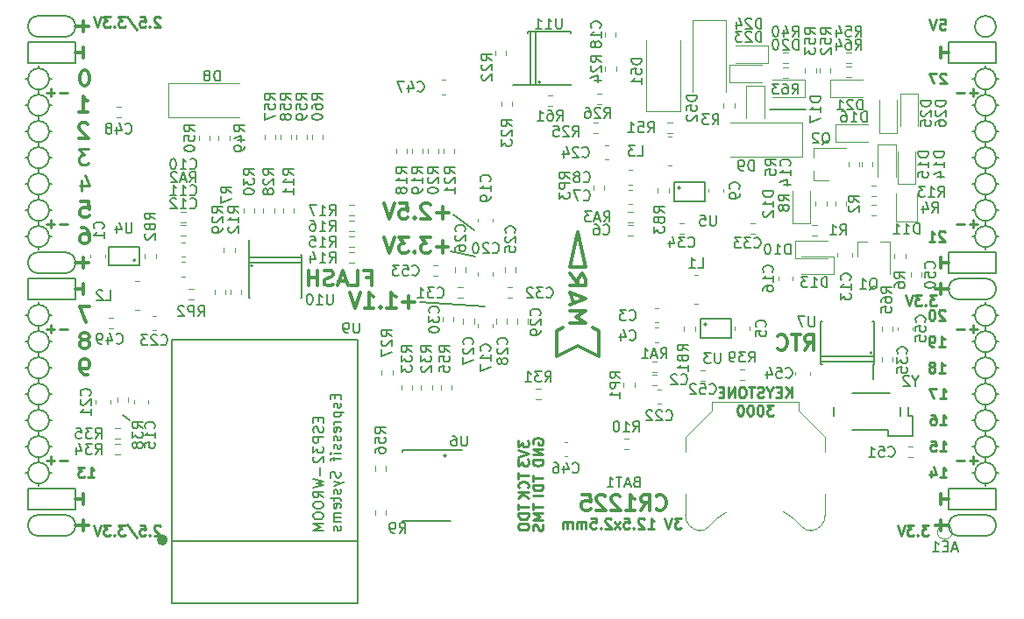
<source format=gbo>
G04 #@! TF.GenerationSoftware,KiCad,Pcbnew,5.0.0-rc2-dev-unknown+dfsg1+20180318-2*
G04 #@! TF.CreationDate,2018-06-03T12:29:31+02:00*
G04 #@! TF.ProjectId,ulx3s,756C7833732E6B696361645F70636200,rev?*
G04 #@! TF.SameCoordinates,Original*
G04 #@! TF.FileFunction,Legend,Bot*
G04 #@! TF.FilePolarity,Positive*
%FSLAX46Y46*%
G04 Gerber Fmt 4.6, Leading zero omitted, Abs format (unit mm)*
G04 Created by KiCad (PCBNEW 5.0.0-rc2-dev-unknown+dfsg1+20180318-2) date Sun Jun  3 12:29:31 2018*
%MOMM*%
%LPD*%
G01*
G04 APERTURE LIST*
%ADD10C,0.250000*%
%ADD11C,0.200000*%
%ADD12C,0.300000*%
%ADD13C,0.150000*%
%ADD14C,0.120000*%
%ADD15C,0.500000*%
G04 APERTURE END LIST*
D10*
X182887904Y-82575619D02*
X182840285Y-82528000D01*
X182745047Y-82480380D01*
X182506952Y-82480380D01*
X182411714Y-82528000D01*
X182364095Y-82575619D01*
X182316476Y-82670857D01*
X182316476Y-82766095D01*
X182364095Y-82908952D01*
X182935523Y-83480380D01*
X182316476Y-83480380D01*
X181364095Y-83480380D02*
X181935523Y-83480380D01*
X181649809Y-83480380D02*
X181649809Y-82480380D01*
X181745047Y-82623238D01*
X181840285Y-82718476D01*
X181935523Y-82766095D01*
X182887904Y-90195619D02*
X182840285Y-90148000D01*
X182745047Y-90100380D01*
X182506952Y-90100380D01*
X182411714Y-90148000D01*
X182364095Y-90195619D01*
X182316476Y-90290857D01*
X182316476Y-90386095D01*
X182364095Y-90528952D01*
X182935523Y-91100380D01*
X182316476Y-91100380D01*
X181697428Y-90100380D02*
X181602190Y-90100380D01*
X181506952Y-90148000D01*
X181459333Y-90195619D01*
X181411714Y-90290857D01*
X181364095Y-90481333D01*
X181364095Y-90719428D01*
X181411714Y-90909904D01*
X181459333Y-91005142D01*
X181506952Y-91052761D01*
X181602190Y-91100380D01*
X181697428Y-91100380D01*
X181792666Y-91052761D01*
X181840285Y-91005142D01*
X181887904Y-90909904D01*
X181935523Y-90719428D01*
X181935523Y-90481333D01*
X181887904Y-90290857D01*
X181840285Y-90195619D01*
X181792666Y-90148000D01*
X181697428Y-90100380D01*
X182316476Y-93640380D02*
X182887904Y-93640380D01*
X182602190Y-93640380D02*
X182602190Y-92640380D01*
X182697428Y-92783238D01*
X182792666Y-92878476D01*
X182887904Y-92926095D01*
X181840285Y-93640380D02*
X181649809Y-93640380D01*
X181554571Y-93592761D01*
X181506952Y-93545142D01*
X181411714Y-93402285D01*
X181364095Y-93211809D01*
X181364095Y-92830857D01*
X181411714Y-92735619D01*
X181459333Y-92688000D01*
X181554571Y-92640380D01*
X181745047Y-92640380D01*
X181840285Y-92688000D01*
X181887904Y-92735619D01*
X181935523Y-92830857D01*
X181935523Y-93068952D01*
X181887904Y-93164190D01*
X181840285Y-93211809D01*
X181745047Y-93259428D01*
X181554571Y-93259428D01*
X181459333Y-93211809D01*
X181411714Y-93164190D01*
X181364095Y-93068952D01*
X182316476Y-96180380D02*
X182887904Y-96180380D01*
X182602190Y-96180380D02*
X182602190Y-95180380D01*
X182697428Y-95323238D01*
X182792666Y-95418476D01*
X182887904Y-95466095D01*
X181745047Y-95608952D02*
X181840285Y-95561333D01*
X181887904Y-95513714D01*
X181935523Y-95418476D01*
X181935523Y-95370857D01*
X181887904Y-95275619D01*
X181840285Y-95228000D01*
X181745047Y-95180380D01*
X181554571Y-95180380D01*
X181459333Y-95228000D01*
X181411714Y-95275619D01*
X181364095Y-95370857D01*
X181364095Y-95418476D01*
X181411714Y-95513714D01*
X181459333Y-95561333D01*
X181554571Y-95608952D01*
X181745047Y-95608952D01*
X181840285Y-95656571D01*
X181887904Y-95704190D01*
X181935523Y-95799428D01*
X181935523Y-95989904D01*
X181887904Y-96085142D01*
X181840285Y-96132761D01*
X181745047Y-96180380D01*
X181554571Y-96180380D01*
X181459333Y-96132761D01*
X181411714Y-96085142D01*
X181364095Y-95989904D01*
X181364095Y-95799428D01*
X181411714Y-95704190D01*
X181459333Y-95656571D01*
X181554571Y-95608952D01*
D11*
X104148000Y-100808000D02*
X103513000Y-100300000D01*
X169426000Y-70709000D02*
X165997000Y-70709000D01*
D12*
X127003714Y-86984857D02*
X127503714Y-86984857D01*
X127503714Y-87770571D02*
X127503714Y-86270571D01*
X126789428Y-86270571D01*
X125503714Y-87770571D02*
X126218000Y-87770571D01*
X126218000Y-86270571D01*
X125075142Y-87342000D02*
X124360857Y-87342000D01*
X125218000Y-87770571D02*
X124718000Y-86270571D01*
X124218000Y-87770571D01*
X123789428Y-87699142D02*
X123575142Y-87770571D01*
X123218000Y-87770571D01*
X123075142Y-87699142D01*
X123003714Y-87627714D01*
X122932285Y-87484857D01*
X122932285Y-87342000D01*
X123003714Y-87199142D01*
X123075142Y-87127714D01*
X123218000Y-87056285D01*
X123503714Y-86984857D01*
X123646571Y-86913428D01*
X123718000Y-86842000D01*
X123789428Y-86699142D01*
X123789428Y-86556285D01*
X123718000Y-86413428D01*
X123646571Y-86342000D01*
X123503714Y-86270571D01*
X123146571Y-86270571D01*
X122932285Y-86342000D01*
X122289428Y-87770571D02*
X122289428Y-86270571D01*
X122289428Y-86984857D02*
X121432285Y-86984857D01*
X121432285Y-87770571D02*
X121432285Y-86270571D01*
D10*
X157418095Y-110252380D02*
X156799047Y-110252380D01*
X157132380Y-110633333D01*
X156989523Y-110633333D01*
X156894285Y-110680952D01*
X156846666Y-110728571D01*
X156799047Y-110823809D01*
X156799047Y-111061904D01*
X156846666Y-111157142D01*
X156894285Y-111204761D01*
X156989523Y-111252380D01*
X157275238Y-111252380D01*
X157370476Y-111204761D01*
X157418095Y-111157142D01*
X156513333Y-110252380D02*
X156180000Y-111252380D01*
X155846666Y-110252380D01*
X154227619Y-111252380D02*
X154799047Y-111252380D01*
X154513333Y-111252380D02*
X154513333Y-110252380D01*
X154608571Y-110395238D01*
X154703809Y-110490476D01*
X154799047Y-110538095D01*
X153846666Y-110347619D02*
X153799047Y-110300000D01*
X153703809Y-110252380D01*
X153465714Y-110252380D01*
X153370476Y-110300000D01*
X153322857Y-110347619D01*
X153275238Y-110442857D01*
X153275238Y-110538095D01*
X153322857Y-110680952D01*
X153894285Y-111252380D01*
X153275238Y-111252380D01*
X152846666Y-111157142D02*
X152799047Y-111204761D01*
X152846666Y-111252380D01*
X152894285Y-111204761D01*
X152846666Y-111157142D01*
X152846666Y-111252380D01*
X151894285Y-110252380D02*
X152370476Y-110252380D01*
X152418095Y-110728571D01*
X152370476Y-110680952D01*
X152275238Y-110633333D01*
X152037142Y-110633333D01*
X151941904Y-110680952D01*
X151894285Y-110728571D01*
X151846666Y-110823809D01*
X151846666Y-111061904D01*
X151894285Y-111157142D01*
X151941904Y-111204761D01*
X152037142Y-111252380D01*
X152275238Y-111252380D01*
X152370476Y-111204761D01*
X152418095Y-111157142D01*
X151513333Y-111252380D02*
X150989523Y-110585714D01*
X151513333Y-110585714D02*
X150989523Y-111252380D01*
X150656190Y-110347619D02*
X150608571Y-110300000D01*
X150513333Y-110252380D01*
X150275238Y-110252380D01*
X150180000Y-110300000D01*
X150132380Y-110347619D01*
X150084761Y-110442857D01*
X150084761Y-110538095D01*
X150132380Y-110680952D01*
X150703809Y-111252380D01*
X150084761Y-111252380D01*
X149656190Y-111157142D02*
X149608571Y-111204761D01*
X149656190Y-111252380D01*
X149703809Y-111204761D01*
X149656190Y-111157142D01*
X149656190Y-111252380D01*
X148703809Y-110252380D02*
X149180000Y-110252380D01*
X149227619Y-110728571D01*
X149180000Y-110680952D01*
X149084761Y-110633333D01*
X148846666Y-110633333D01*
X148751428Y-110680952D01*
X148703809Y-110728571D01*
X148656190Y-110823809D01*
X148656190Y-111061904D01*
X148703809Y-111157142D01*
X148751428Y-111204761D01*
X148846666Y-111252380D01*
X149084761Y-111252380D01*
X149180000Y-111204761D01*
X149227619Y-111157142D01*
X148227619Y-111252380D02*
X148227619Y-110585714D01*
X148227619Y-110680952D02*
X148180000Y-110633333D01*
X148084761Y-110585714D01*
X147941904Y-110585714D01*
X147846666Y-110633333D01*
X147799047Y-110728571D01*
X147799047Y-111252380D01*
X147799047Y-110728571D02*
X147751428Y-110633333D01*
X147656190Y-110585714D01*
X147513333Y-110585714D01*
X147418095Y-110633333D01*
X147370476Y-110728571D01*
X147370476Y-111252380D01*
X146894285Y-111252380D02*
X146894285Y-110585714D01*
X146894285Y-110680952D02*
X146846666Y-110633333D01*
X146751428Y-110585714D01*
X146608571Y-110585714D01*
X146513333Y-110633333D01*
X146465714Y-110728571D01*
X146465714Y-111252380D01*
X146465714Y-110728571D02*
X146418095Y-110633333D01*
X146322857Y-110585714D01*
X146180000Y-110585714D01*
X146084761Y-110633333D01*
X146037142Y-110728571D01*
X146037142Y-111252380D01*
D11*
X134755000Y-104237000D02*
G75*
G03X134755000Y-104237000I-127000J0D01*
G01*
X135390000Y-80869000D02*
X137422000Y-82393000D01*
X135136000Y-84425000D02*
X137549000Y-84933000D01*
X132215000Y-89378000D02*
X138438000Y-89759000D01*
D10*
X168085000Y-98577380D02*
X168085000Y-97577380D01*
X167513571Y-98577380D02*
X167942142Y-98005952D01*
X167513571Y-97577380D02*
X168085000Y-98148809D01*
X167085000Y-98053571D02*
X166751666Y-98053571D01*
X166608809Y-98577380D02*
X167085000Y-98577380D01*
X167085000Y-97577380D01*
X166608809Y-97577380D01*
X165989761Y-98101190D02*
X165989761Y-98577380D01*
X166323095Y-97577380D02*
X165989761Y-98101190D01*
X165656428Y-97577380D01*
X165370714Y-98529761D02*
X165227857Y-98577380D01*
X164989761Y-98577380D01*
X164894523Y-98529761D01*
X164846904Y-98482142D01*
X164799285Y-98386904D01*
X164799285Y-98291666D01*
X164846904Y-98196428D01*
X164894523Y-98148809D01*
X164989761Y-98101190D01*
X165180238Y-98053571D01*
X165275476Y-98005952D01*
X165323095Y-97958333D01*
X165370714Y-97863095D01*
X165370714Y-97767857D01*
X165323095Y-97672619D01*
X165275476Y-97625000D01*
X165180238Y-97577380D01*
X164942142Y-97577380D01*
X164799285Y-97625000D01*
X164513571Y-97577380D02*
X163942142Y-97577380D01*
X164227857Y-98577380D02*
X164227857Y-97577380D01*
X163418333Y-97577380D02*
X163227857Y-97577380D01*
X163132619Y-97625000D01*
X163037380Y-97720238D01*
X162989761Y-97910714D01*
X162989761Y-98244047D01*
X163037380Y-98434523D01*
X163132619Y-98529761D01*
X163227857Y-98577380D01*
X163418333Y-98577380D01*
X163513571Y-98529761D01*
X163608809Y-98434523D01*
X163656428Y-98244047D01*
X163656428Y-97910714D01*
X163608809Y-97720238D01*
X163513571Y-97625000D01*
X163418333Y-97577380D01*
X162561190Y-98577380D02*
X162561190Y-97577380D01*
X161989761Y-98577380D01*
X161989761Y-97577380D01*
X161513571Y-98053571D02*
X161180238Y-98053571D01*
X161037380Y-98577380D02*
X161513571Y-98577380D01*
X161513571Y-97577380D01*
X161037380Y-97577380D01*
X166346904Y-99327380D02*
X165727857Y-99327380D01*
X166061190Y-99708333D01*
X165918333Y-99708333D01*
X165823095Y-99755952D01*
X165775476Y-99803571D01*
X165727857Y-99898809D01*
X165727857Y-100136904D01*
X165775476Y-100232142D01*
X165823095Y-100279761D01*
X165918333Y-100327380D01*
X166204047Y-100327380D01*
X166299285Y-100279761D01*
X166346904Y-100232142D01*
X165108809Y-99327380D02*
X165013571Y-99327380D01*
X164918333Y-99375000D01*
X164870714Y-99422619D01*
X164823095Y-99517857D01*
X164775476Y-99708333D01*
X164775476Y-99946428D01*
X164823095Y-100136904D01*
X164870714Y-100232142D01*
X164918333Y-100279761D01*
X165013571Y-100327380D01*
X165108809Y-100327380D01*
X165204047Y-100279761D01*
X165251666Y-100232142D01*
X165299285Y-100136904D01*
X165346904Y-99946428D01*
X165346904Y-99708333D01*
X165299285Y-99517857D01*
X165251666Y-99422619D01*
X165204047Y-99375000D01*
X165108809Y-99327380D01*
X164156428Y-99327380D02*
X164061190Y-99327380D01*
X163965952Y-99375000D01*
X163918333Y-99422619D01*
X163870714Y-99517857D01*
X163823095Y-99708333D01*
X163823095Y-99946428D01*
X163870714Y-100136904D01*
X163918333Y-100232142D01*
X163965952Y-100279761D01*
X164061190Y-100327380D01*
X164156428Y-100327380D01*
X164251666Y-100279761D01*
X164299285Y-100232142D01*
X164346904Y-100136904D01*
X164394523Y-99946428D01*
X164394523Y-99708333D01*
X164346904Y-99517857D01*
X164299285Y-99422619D01*
X164251666Y-99375000D01*
X164156428Y-99327380D01*
X163204047Y-99327380D02*
X163108809Y-99327380D01*
X163013571Y-99375000D01*
X162965952Y-99422619D01*
X162918333Y-99517857D01*
X162870714Y-99708333D01*
X162870714Y-99946428D01*
X162918333Y-100136904D01*
X162965952Y-100232142D01*
X163013571Y-100279761D01*
X163108809Y-100327380D01*
X163204047Y-100327380D01*
X163299285Y-100279761D01*
X163346904Y-100232142D01*
X163394523Y-100136904D01*
X163442142Y-99946428D01*
X163442142Y-99708333D01*
X163394523Y-99517857D01*
X163346904Y-99422619D01*
X163299285Y-99375000D01*
X163204047Y-99327380D01*
D12*
X182492000Y-87582000D02*
X182492000Y-88598000D01*
X183254000Y-88090000D02*
X181984000Y-88090000D01*
X182492000Y-110442000D02*
X182492000Y-111458000D01*
X183254000Y-110950000D02*
X181984000Y-110950000D01*
X99688000Y-62182000D02*
X99688000Y-63198000D01*
X98926000Y-62690000D02*
X100196000Y-62690000D01*
X99688000Y-110442000D02*
X99688000Y-111458000D01*
X98926000Y-110950000D02*
X100196000Y-110950000D01*
X99688000Y-85042000D02*
X99688000Y-86058000D01*
X98926000Y-85550000D02*
X100196000Y-85550000D01*
D11*
X187826000Y-62690000D02*
G75*
G03X187826000Y-62690000I-1016000J0D01*
G01*
X184270000Y-87074000D02*
X186810000Y-87074000D01*
X184270000Y-89106000D02*
X186810000Y-89106000D01*
X184270000Y-87074000D02*
G75*
G03X184270000Y-89106000I0J-1016000D01*
G01*
X186810000Y-89106000D02*
G75*
G03X186810000Y-87074000I0J1016000D01*
G01*
X184270000Y-111966000D02*
X186810000Y-111966000D01*
X184270000Y-109934000D02*
X186810000Y-109934000D01*
X184270000Y-109934000D02*
G75*
G03X184270000Y-111966000I0J-1016000D01*
G01*
X186810000Y-111966000D02*
G75*
G03X186810000Y-109934000I0J1016000D01*
G01*
X97910000Y-63706000D02*
G75*
G03X97910000Y-61674000I0J1016000D01*
G01*
X95370000Y-61674000D02*
X97910000Y-61674000D01*
X95370000Y-63706000D02*
X97910000Y-63706000D01*
X95370000Y-61674000D02*
G75*
G03X95370000Y-63706000I0J-1016000D01*
G01*
X95370000Y-86566000D02*
X97910000Y-86566000D01*
X95370000Y-84534000D02*
X97910000Y-84534000D01*
X95370000Y-84534000D02*
G75*
G03X95370000Y-86566000I0J-1016000D01*
G01*
X97910000Y-86566000D02*
G75*
G03X97910000Y-84534000I0J1016000D01*
G01*
X95370000Y-111966000D02*
X97910000Y-111966000D01*
X95370000Y-109934000D02*
X97910000Y-109934000D01*
X95370000Y-109934000D02*
G75*
G03X95370000Y-111966000I0J-1016000D01*
G01*
X97910000Y-111966000D02*
G75*
G03X97910000Y-109934000I0J1016000D01*
G01*
X98926000Y-107394000D02*
X94354000Y-107394000D01*
X98926000Y-109426000D02*
X98926000Y-107394000D01*
X94354000Y-109426000D02*
X98926000Y-109426000D01*
X94354000Y-107394000D02*
X94354000Y-109426000D01*
X187826000Y-107394000D02*
X183254000Y-107394000D01*
X187826000Y-109426000D02*
X187826000Y-107394000D01*
X183254000Y-109426000D02*
X187826000Y-109426000D01*
X183254000Y-107394000D02*
X183254000Y-109426000D01*
X187826000Y-84534000D02*
X183254000Y-84534000D01*
X187826000Y-86566000D02*
X187826000Y-84534000D01*
X183254000Y-86566000D02*
X187826000Y-86566000D01*
X183254000Y-84534000D02*
X183254000Y-86566000D01*
X187826000Y-64214000D02*
X183254000Y-64214000D01*
X187826000Y-66246000D02*
X187826000Y-64214000D01*
X183254000Y-66246000D02*
X187826000Y-66246000D01*
X183254000Y-64214000D02*
X183254000Y-66246000D01*
X98926000Y-64214000D02*
X94354000Y-64214000D01*
X98926000Y-66246000D02*
X98926000Y-64214000D01*
X94354000Y-66246000D02*
X98926000Y-66246000D01*
X94354000Y-64214000D02*
X94354000Y-66246000D01*
X98926000Y-87074000D02*
X94354000Y-87074000D01*
X98926000Y-89106000D02*
X98926000Y-87074000D01*
X94354000Y-89106000D02*
X98926000Y-89106000D01*
X94354000Y-87074000D02*
X94354000Y-89106000D01*
D10*
X186032000Y-91971428D02*
X185270095Y-91971428D01*
X185651047Y-92352380D02*
X185651047Y-91590476D01*
X184793904Y-91971428D02*
X184032000Y-91971428D01*
X186032000Y-69111428D02*
X185270095Y-69111428D01*
X185651047Y-69492380D02*
X185651047Y-68730476D01*
X184793904Y-69111428D02*
X184032000Y-69111428D01*
X186032000Y-81811428D02*
X185270095Y-81811428D01*
X185651047Y-82192380D02*
X185651047Y-81430476D01*
X184793904Y-81811428D02*
X184032000Y-81811428D01*
X186032000Y-104671428D02*
X185270095Y-104671428D01*
X185651047Y-105052380D02*
X185651047Y-104290476D01*
X184793904Y-104671428D02*
X184032000Y-104671428D01*
X98148000Y-104671428D02*
X97386095Y-104671428D01*
X96909904Y-104671428D02*
X96148000Y-104671428D01*
X96528952Y-105052380D02*
X96528952Y-104290476D01*
X98148000Y-91971428D02*
X97386095Y-91971428D01*
X96909904Y-91971428D02*
X96148000Y-91971428D01*
X96528952Y-92352380D02*
X96528952Y-91590476D01*
X98148000Y-81811428D02*
X97386095Y-81811428D01*
X96909904Y-81811428D02*
X96148000Y-81811428D01*
X96528952Y-82192380D02*
X96528952Y-81430476D01*
X98148000Y-69111428D02*
X97386095Y-69111428D01*
X96909904Y-69111428D02*
X96148000Y-69111428D01*
X96528952Y-69492380D02*
X96528952Y-68730476D01*
D12*
X182492000Y-107902000D02*
X182492000Y-108918000D01*
X183254000Y-108410000D02*
X182492000Y-108410000D01*
D11*
X95370000Y-96726000D02*
X95370000Y-97234000D01*
X96386000Y-95710000D02*
X96640000Y-95710000D01*
X94354000Y-95710000D02*
X94100000Y-95710000D01*
X187826000Y-98250000D02*
X188080000Y-98250000D01*
X187826000Y-83010000D02*
X188080000Y-83010000D01*
X95370000Y-107140000D02*
X95370000Y-106886000D01*
X96386000Y-105870000D02*
X96640000Y-105870000D01*
X94354000Y-105870000D02*
X94100000Y-105870000D01*
X94354000Y-103330000D02*
X94100000Y-103330000D01*
X95370000Y-104346000D02*
X95370000Y-104854000D01*
X96386000Y-103330000D02*
X96640000Y-103330000D01*
X94354000Y-100790000D02*
X94100000Y-100790000D01*
X95370000Y-102314000D02*
X95370000Y-101806000D01*
X96386000Y-100790000D02*
X96640000Y-100790000D01*
X95370000Y-99266000D02*
X95370000Y-99774000D01*
X94354000Y-98250000D02*
X94100000Y-98250000D01*
X96386000Y-98250000D02*
X96640000Y-98250000D01*
X95370000Y-94186000D02*
X95370000Y-94694000D01*
X96386000Y-93170000D02*
X96640000Y-93170000D01*
X94354000Y-93170000D02*
X94100000Y-93170000D01*
X94354000Y-90630000D02*
X94100000Y-90630000D01*
X95370000Y-91646000D02*
X95370000Y-92154000D01*
X96640000Y-90630000D02*
X96386000Y-90630000D01*
X95370000Y-89360000D02*
X95370000Y-89614000D01*
X94354000Y-83010000D02*
X94100000Y-83010000D01*
X95370000Y-84280000D02*
X95370000Y-84026000D01*
X96386000Y-83010000D02*
X96640000Y-83010000D01*
X95370000Y-81486000D02*
X95370000Y-81994000D01*
X94354000Y-80470000D02*
X94100000Y-80470000D01*
X96640000Y-80470000D02*
X96386000Y-80470000D01*
X95370000Y-78946000D02*
X95370000Y-79454000D01*
X96386000Y-77930000D02*
X96640000Y-77930000D01*
X94354000Y-77930000D02*
X94100000Y-77930000D01*
X95370000Y-76406000D02*
X95370000Y-76914000D01*
X94354000Y-75390000D02*
X94100000Y-75390000D01*
X96386000Y-75390000D02*
X96640000Y-75390000D01*
X95370000Y-73866000D02*
X95370000Y-74374000D01*
X96386000Y-72850000D02*
X96640000Y-72850000D01*
X94100000Y-72850000D02*
X94354000Y-72850000D01*
X94354000Y-70310000D02*
X94100000Y-70310000D01*
X96640000Y-70310000D02*
X96386000Y-70310000D01*
X95370000Y-71326000D02*
X95370000Y-71834000D01*
X95370000Y-68786000D02*
X95370000Y-69294000D01*
X96386000Y-67770000D02*
X96640000Y-67770000D01*
X94354000Y-67770000D02*
X94100000Y-67770000D01*
X95370000Y-66500000D02*
X95370000Y-66754000D01*
X187826000Y-105870000D02*
X188080000Y-105870000D01*
X186810000Y-107140000D02*
X186810000Y-106886000D01*
X185540000Y-105870000D02*
X185794000Y-105870000D01*
X186810000Y-104346000D02*
X186810000Y-104854000D01*
X187826000Y-103330000D02*
X188080000Y-103330000D01*
X185540000Y-103330000D02*
X185794000Y-103330000D01*
X186810000Y-101806000D02*
X186810000Y-102314000D01*
X187826000Y-100790000D02*
X188080000Y-100790000D01*
X185540000Y-100790000D02*
X185794000Y-100790000D01*
X186810000Y-99266000D02*
X186810000Y-99774000D01*
X185540000Y-98250000D02*
X185794000Y-98250000D01*
X186810000Y-97234000D02*
X186810000Y-96726000D01*
X187826000Y-95710000D02*
X188080000Y-95710000D01*
X185540000Y-95710000D02*
X185794000Y-95710000D01*
X186810000Y-94694000D02*
X186810000Y-94186000D01*
X187826000Y-93170000D02*
X188080000Y-93170000D01*
X185540000Y-93170000D02*
X185794000Y-93170000D01*
X186810000Y-92154000D02*
X186810000Y-91646000D01*
X187826000Y-90630000D02*
X188080000Y-90630000D01*
X185540000Y-90630000D02*
X185794000Y-90630000D01*
X186810000Y-89360000D02*
X186810000Y-89614000D01*
X186810000Y-84280000D02*
X186810000Y-84026000D01*
X185540000Y-83010000D02*
X185794000Y-83010000D01*
X186810000Y-81994000D02*
X186810000Y-81486000D01*
X185794000Y-80470000D02*
X185540000Y-80470000D01*
X187826000Y-80470000D02*
X188080000Y-80470000D01*
X186810000Y-78946000D02*
X186810000Y-79454000D01*
X185794000Y-77930000D02*
X185540000Y-77930000D01*
X187826000Y-77930000D02*
X188080000Y-77930000D01*
X186810000Y-76406000D02*
X186810000Y-76914000D01*
X186810000Y-73866000D02*
X186810000Y-74374000D01*
X185794000Y-75390000D02*
X185540000Y-75390000D01*
X187826000Y-75390000D02*
X188080000Y-75390000D01*
X187826000Y-72850000D02*
X188080000Y-72850000D01*
X185540000Y-72850000D02*
X185794000Y-72850000D01*
X186810000Y-71834000D02*
X186810000Y-71326000D01*
X187826000Y-70310000D02*
X188080000Y-70310000D01*
X185540000Y-70310000D02*
X185794000Y-70310000D01*
X187826000Y-67770000D02*
X188080000Y-67770000D01*
X186810000Y-68786000D02*
X186810000Y-69294000D01*
X185540000Y-67770000D02*
X185794000Y-67770000D01*
X186810000Y-66500000D02*
X186810000Y-66754000D01*
X187826000Y-67770000D02*
G75*
G03X187826000Y-67770000I-1016000J0D01*
G01*
X187826000Y-70310000D02*
G75*
G03X187826000Y-70310000I-1016000J0D01*
G01*
X187826000Y-72850000D02*
G75*
G03X187826000Y-72850000I-1016000J0D01*
G01*
X187826000Y-75390000D02*
G75*
G03X187826000Y-75390000I-1016000J0D01*
G01*
X187826000Y-77930000D02*
G75*
G03X187826000Y-77930000I-1016000J0D01*
G01*
X187826000Y-80470000D02*
G75*
G03X187826000Y-80470000I-1016000J0D01*
G01*
X187826000Y-83010000D02*
G75*
G03X187826000Y-83010000I-1016000J0D01*
G01*
X187826000Y-90630000D02*
G75*
G03X187826000Y-90630000I-1016000J0D01*
G01*
X187826000Y-93170000D02*
G75*
G03X187826000Y-93170000I-1016000J0D01*
G01*
X187826000Y-95710000D02*
G75*
G03X187826000Y-95710000I-1016000J0D01*
G01*
X187826000Y-98250000D02*
G75*
G03X187826000Y-98250000I-1016000J0D01*
G01*
X187826000Y-100790000D02*
G75*
G03X187826000Y-100790000I-1016000J0D01*
G01*
X187826000Y-103330000D02*
G75*
G03X187826000Y-103330000I-1016000J0D01*
G01*
X187826000Y-105870000D02*
G75*
G03X187826000Y-105870000I-1016000J0D01*
G01*
X96386000Y-105870000D02*
G75*
G03X96386000Y-105870000I-1016000J0D01*
G01*
X96386000Y-103330000D02*
G75*
G03X96386000Y-103330000I-1016000J0D01*
G01*
X96386000Y-100790000D02*
G75*
G03X96386000Y-100790000I-1016000J0D01*
G01*
X96386000Y-98250000D02*
G75*
G03X96386000Y-98250000I-1016000J0D01*
G01*
X96386000Y-95710000D02*
G75*
G03X96386000Y-95710000I-1016000J0D01*
G01*
X96386000Y-93170000D02*
G75*
G03X96386000Y-93170000I-1016000J0D01*
G01*
X96386000Y-90630000D02*
G75*
G03X96386000Y-90630000I-1016000J0D01*
G01*
X96386000Y-83010000D02*
G75*
G03X96386000Y-83010000I-1016000J0D01*
G01*
X96386000Y-80470000D02*
G75*
G03X96386000Y-80470000I-1016000J0D01*
G01*
X96386000Y-77930000D02*
G75*
G03X96386000Y-77930000I-1016000J0D01*
G01*
X96386000Y-75390000D02*
G75*
G03X96386000Y-75390000I-1016000J0D01*
G01*
X96386000Y-72850000D02*
G75*
G03X96386000Y-72850000I-1016000J0D01*
G01*
X96386000Y-70310000D02*
G75*
G03X96386000Y-70310000I-1016000J0D01*
G01*
X96386000Y-67770000D02*
G75*
G03X96386000Y-67770000I-1016000J0D01*
G01*
D10*
X182428476Y-62015380D02*
X182904666Y-62015380D01*
X182952285Y-62491571D01*
X182904666Y-62443952D01*
X182809428Y-62396333D01*
X182571333Y-62396333D01*
X182476095Y-62443952D01*
X182428476Y-62491571D01*
X182380857Y-62586809D01*
X182380857Y-62824904D01*
X182428476Y-62920142D01*
X182476095Y-62967761D01*
X182571333Y-63015380D01*
X182809428Y-63015380D01*
X182904666Y-62967761D01*
X182952285Y-62920142D01*
X182095142Y-62015380D02*
X181761809Y-63015380D01*
X181428476Y-62015380D01*
D12*
X182492000Y-64722000D02*
X182492000Y-65738000D01*
X183254000Y-65230000D02*
X182492000Y-65230000D01*
D10*
X182999904Y-67317619D02*
X182952285Y-67270000D01*
X182857047Y-67222380D01*
X182618952Y-67222380D01*
X182523714Y-67270000D01*
X182476095Y-67317619D01*
X182428476Y-67412857D01*
X182428476Y-67508095D01*
X182476095Y-67650952D01*
X183047523Y-68222380D01*
X182428476Y-68222380D01*
X182095142Y-67222380D02*
X181428476Y-67222380D01*
X181857047Y-68222380D01*
D12*
X182492000Y-85042000D02*
X182492000Y-86058000D01*
X183254000Y-85550000D02*
X182492000Y-85550000D01*
D10*
X182078190Y-88703380D02*
X181459142Y-88703380D01*
X181792476Y-89084333D01*
X181649619Y-89084333D01*
X181554380Y-89131952D01*
X181506761Y-89179571D01*
X181459142Y-89274809D01*
X181459142Y-89512904D01*
X181506761Y-89608142D01*
X181554380Y-89655761D01*
X181649619Y-89703380D01*
X181935333Y-89703380D01*
X182030571Y-89655761D01*
X182078190Y-89608142D01*
X181030571Y-89608142D02*
X180982952Y-89655761D01*
X181030571Y-89703380D01*
X181078190Y-89655761D01*
X181030571Y-89608142D01*
X181030571Y-89703380D01*
X180649619Y-88703380D02*
X180030571Y-88703380D01*
X180363904Y-89084333D01*
X180221047Y-89084333D01*
X180125809Y-89131952D01*
X180078190Y-89179571D01*
X180030571Y-89274809D01*
X180030571Y-89512904D01*
X180078190Y-89608142D01*
X180125809Y-89655761D01*
X180221047Y-89703380D01*
X180506761Y-89703380D01*
X180602000Y-89655761D01*
X180649619Y-89608142D01*
X179744857Y-88703380D02*
X179411523Y-89703380D01*
X179078190Y-88703380D01*
X182428476Y-98702380D02*
X182999904Y-98702380D01*
X182714190Y-98702380D02*
X182714190Y-97702380D01*
X182809428Y-97845238D01*
X182904666Y-97940476D01*
X182999904Y-97988095D01*
X182095142Y-97702380D02*
X181428476Y-97702380D01*
X181857047Y-98702380D01*
X182428476Y-101242380D02*
X182999904Y-101242380D01*
X182714190Y-101242380D02*
X182714190Y-100242380D01*
X182809428Y-100385238D01*
X182904666Y-100480476D01*
X182999904Y-100528095D01*
X181571333Y-100242380D02*
X181761809Y-100242380D01*
X181857047Y-100290000D01*
X181904666Y-100337619D01*
X181999904Y-100480476D01*
X182047523Y-100670952D01*
X182047523Y-101051904D01*
X181999904Y-101147142D01*
X181952285Y-101194761D01*
X181857047Y-101242380D01*
X181666571Y-101242380D01*
X181571333Y-101194761D01*
X181523714Y-101147142D01*
X181476095Y-101051904D01*
X181476095Y-100813809D01*
X181523714Y-100718571D01*
X181571333Y-100670952D01*
X181666571Y-100623333D01*
X181857047Y-100623333D01*
X181952285Y-100670952D01*
X181999904Y-100718571D01*
X182047523Y-100813809D01*
X182428476Y-103782380D02*
X182999904Y-103782380D01*
X182714190Y-103782380D02*
X182714190Y-102782380D01*
X182809428Y-102925238D01*
X182904666Y-103020476D01*
X182999904Y-103068095D01*
X181523714Y-102782380D02*
X181999904Y-102782380D01*
X182047523Y-103258571D01*
X181999904Y-103210952D01*
X181904666Y-103163333D01*
X181666571Y-103163333D01*
X181571333Y-103210952D01*
X181523714Y-103258571D01*
X181476095Y-103353809D01*
X181476095Y-103591904D01*
X181523714Y-103687142D01*
X181571333Y-103734761D01*
X181666571Y-103782380D01*
X181904666Y-103782380D01*
X181999904Y-103734761D01*
X182047523Y-103687142D01*
X182428476Y-106322380D02*
X182999904Y-106322380D01*
X182714190Y-106322380D02*
X182714190Y-105322380D01*
X182809428Y-105465238D01*
X182904666Y-105560476D01*
X182999904Y-105608095D01*
X181571333Y-105655714D02*
X181571333Y-106322380D01*
X181809428Y-105274761D02*
X182047523Y-105989047D01*
X181428476Y-105989047D01*
X181312642Y-110928380D02*
X180693595Y-110928380D01*
X181026928Y-111309333D01*
X180884071Y-111309333D01*
X180788833Y-111356952D01*
X180741214Y-111404571D01*
X180693595Y-111499809D01*
X180693595Y-111737904D01*
X180741214Y-111833142D01*
X180788833Y-111880761D01*
X180884071Y-111928380D01*
X181169785Y-111928380D01*
X181265023Y-111880761D01*
X181312642Y-111833142D01*
X180265023Y-111833142D02*
X180217404Y-111880761D01*
X180265023Y-111928380D01*
X180312642Y-111880761D01*
X180265023Y-111833142D01*
X180265023Y-111928380D01*
X179884071Y-110928380D02*
X179265023Y-110928380D01*
X179598357Y-111309333D01*
X179455500Y-111309333D01*
X179360261Y-111356952D01*
X179312642Y-111404571D01*
X179265023Y-111499809D01*
X179265023Y-111737904D01*
X179312642Y-111833142D01*
X179360261Y-111880761D01*
X179455500Y-111928380D01*
X179741214Y-111928380D01*
X179836452Y-111880761D01*
X179884071Y-111833142D01*
X178979309Y-110928380D02*
X178645976Y-111928380D01*
X178312642Y-110928380D01*
D12*
X99688000Y-108918000D02*
X99688000Y-107902000D01*
X98926000Y-108410000D02*
X99688000Y-108410000D01*
X99688000Y-88598000D02*
X99688000Y-87582000D01*
X98926000Y-88090000D02*
X99688000Y-88090000D01*
X99688000Y-64722000D02*
X99688000Y-65738000D01*
X98926000Y-65230000D02*
X99688000Y-65230000D01*
D10*
X107103690Y-111023619D02*
X107056071Y-110976000D01*
X106960833Y-110928380D01*
X106722738Y-110928380D01*
X106627500Y-110976000D01*
X106579880Y-111023619D01*
X106532261Y-111118857D01*
X106532261Y-111214095D01*
X106579880Y-111356952D01*
X107151309Y-111928380D01*
X106532261Y-111928380D01*
X106103690Y-111833142D02*
X106056071Y-111880761D01*
X106103690Y-111928380D01*
X106151309Y-111880761D01*
X106103690Y-111833142D01*
X106103690Y-111928380D01*
X105151309Y-110928380D02*
X105627500Y-110928380D01*
X105675119Y-111404571D01*
X105627500Y-111356952D01*
X105532261Y-111309333D01*
X105294166Y-111309333D01*
X105198928Y-111356952D01*
X105151309Y-111404571D01*
X105103690Y-111499809D01*
X105103690Y-111737904D01*
X105151309Y-111833142D01*
X105198928Y-111880761D01*
X105294166Y-111928380D01*
X105532261Y-111928380D01*
X105627500Y-111880761D01*
X105675119Y-111833142D01*
X103960833Y-110880761D02*
X104817976Y-112166476D01*
X103722738Y-110928380D02*
X103103690Y-110928380D01*
X103437023Y-111309333D01*
X103294166Y-111309333D01*
X103198928Y-111356952D01*
X103151309Y-111404571D01*
X103103690Y-111499809D01*
X103103690Y-111737904D01*
X103151309Y-111833142D01*
X103198928Y-111880761D01*
X103294166Y-111928380D01*
X103579880Y-111928380D01*
X103675119Y-111880761D01*
X103722738Y-111833142D01*
X102675119Y-111833142D02*
X102627500Y-111880761D01*
X102675119Y-111928380D01*
X102722738Y-111880761D01*
X102675119Y-111833142D01*
X102675119Y-111928380D01*
X102294166Y-110928380D02*
X101675119Y-110928380D01*
X102008452Y-111309333D01*
X101865595Y-111309333D01*
X101770357Y-111356952D01*
X101722738Y-111404571D01*
X101675119Y-111499809D01*
X101675119Y-111737904D01*
X101722738Y-111833142D01*
X101770357Y-111880761D01*
X101865595Y-111928380D01*
X102151309Y-111928380D01*
X102246547Y-111880761D01*
X102294166Y-111833142D01*
X101389404Y-110928380D02*
X101056071Y-111928380D01*
X100722738Y-110928380D01*
X100132476Y-106322380D02*
X100703904Y-106322380D01*
X100418190Y-106322380D02*
X100418190Y-105322380D01*
X100513428Y-105465238D01*
X100608666Y-105560476D01*
X100703904Y-105608095D01*
X99799142Y-105322380D02*
X99180095Y-105322380D01*
X99513428Y-105703333D01*
X99370571Y-105703333D01*
X99275333Y-105750952D01*
X99227714Y-105798571D01*
X99180095Y-105893809D01*
X99180095Y-106131904D01*
X99227714Y-106227142D01*
X99275333Y-106274761D01*
X99370571Y-106322380D01*
X99656285Y-106322380D01*
X99751523Y-106274761D01*
X99799142Y-106227142D01*
D12*
X100100714Y-96388571D02*
X99815000Y-96388571D01*
X99672142Y-96317142D01*
X99600714Y-96245714D01*
X99457857Y-96031428D01*
X99386428Y-95745714D01*
X99386428Y-95174285D01*
X99457857Y-95031428D01*
X99529285Y-94960000D01*
X99672142Y-94888571D01*
X99957857Y-94888571D01*
X100100714Y-94960000D01*
X100172142Y-95031428D01*
X100243571Y-95174285D01*
X100243571Y-95531428D01*
X100172142Y-95674285D01*
X100100714Y-95745714D01*
X99957857Y-95817142D01*
X99672142Y-95817142D01*
X99529285Y-95745714D01*
X99457857Y-95674285D01*
X99386428Y-95531428D01*
X99957857Y-92991428D02*
X100100714Y-92920000D01*
X100172142Y-92848571D01*
X100243571Y-92705714D01*
X100243571Y-92634285D01*
X100172142Y-92491428D01*
X100100714Y-92420000D01*
X99957857Y-92348571D01*
X99672142Y-92348571D01*
X99529285Y-92420000D01*
X99457857Y-92491428D01*
X99386428Y-92634285D01*
X99386428Y-92705714D01*
X99457857Y-92848571D01*
X99529285Y-92920000D01*
X99672142Y-92991428D01*
X99957857Y-92991428D01*
X100100714Y-93062857D01*
X100172142Y-93134285D01*
X100243571Y-93277142D01*
X100243571Y-93562857D01*
X100172142Y-93705714D01*
X100100714Y-93777142D01*
X99957857Y-93848571D01*
X99672142Y-93848571D01*
X99529285Y-93777142D01*
X99457857Y-93705714D01*
X99386428Y-93562857D01*
X99386428Y-93277142D01*
X99457857Y-93134285D01*
X99529285Y-93062857D01*
X99672142Y-92991428D01*
X100315000Y-89808571D02*
X99315000Y-89808571D01*
X99957857Y-91308571D01*
X99529285Y-82188571D02*
X99815000Y-82188571D01*
X99957857Y-82260000D01*
X100029285Y-82331428D01*
X100172142Y-82545714D01*
X100243571Y-82831428D01*
X100243571Y-83402857D01*
X100172142Y-83545714D01*
X100100714Y-83617142D01*
X99957857Y-83688571D01*
X99672142Y-83688571D01*
X99529285Y-83617142D01*
X99457857Y-83545714D01*
X99386428Y-83402857D01*
X99386428Y-83045714D01*
X99457857Y-82902857D01*
X99529285Y-82831428D01*
X99672142Y-82760000D01*
X99957857Y-82760000D01*
X100100714Y-82831428D01*
X100172142Y-82902857D01*
X100243571Y-83045714D01*
X99457857Y-79648571D02*
X100172142Y-79648571D01*
X100243571Y-80362857D01*
X100172142Y-80291428D01*
X100029285Y-80220000D01*
X99672142Y-80220000D01*
X99529285Y-80291428D01*
X99457857Y-80362857D01*
X99386428Y-80505714D01*
X99386428Y-80862857D01*
X99457857Y-81005714D01*
X99529285Y-81077142D01*
X99672142Y-81148571D01*
X100029285Y-81148571D01*
X100172142Y-81077142D01*
X100243571Y-81005714D01*
D10*
X99529285Y-77608571D02*
X99529285Y-78608571D01*
X99886428Y-77037142D02*
X100243571Y-78108571D01*
X99315000Y-78108571D01*
X100188000Y-74568571D02*
X99259428Y-74568571D01*
X99759428Y-75140000D01*
X99545142Y-75140000D01*
X99402285Y-75211428D01*
X99330857Y-75282857D01*
X99259428Y-75425714D01*
X99259428Y-75782857D01*
X99330857Y-75925714D01*
X99402285Y-75997142D01*
X99545142Y-76068571D01*
X99973714Y-76068571D01*
X100116571Y-75997142D01*
X100188000Y-75925714D01*
D12*
X100116571Y-72171428D02*
X100045142Y-72100000D01*
X99902285Y-72028571D01*
X99545142Y-72028571D01*
X99402285Y-72100000D01*
X99330857Y-72171428D01*
X99259428Y-72314285D01*
X99259428Y-72457142D01*
X99330857Y-72671428D01*
X100188000Y-73528571D01*
X99259428Y-73528571D01*
X99259428Y-70988571D02*
X100116571Y-70988571D01*
X99688000Y-70988571D02*
X99688000Y-69488571D01*
X99830857Y-69702857D01*
X99973714Y-69845714D01*
X100116571Y-69917142D01*
X99886428Y-66948571D02*
X99743571Y-66948571D01*
X99600714Y-67020000D01*
X99529285Y-67091428D01*
X99457857Y-67234285D01*
X99386428Y-67520000D01*
X99386428Y-67877142D01*
X99457857Y-68162857D01*
X99529285Y-68305714D01*
X99600714Y-68377142D01*
X99743571Y-68448571D01*
X99886428Y-68448571D01*
X100029285Y-68377142D01*
X100100714Y-68305714D01*
X100172142Y-68162857D01*
X100243571Y-67877142D01*
X100243571Y-67520000D01*
X100172142Y-67234285D01*
X100100714Y-67091428D01*
X100029285Y-67020000D01*
X99886428Y-66948571D01*
D10*
X107103690Y-61874619D02*
X107056071Y-61827000D01*
X106960833Y-61779380D01*
X106722738Y-61779380D01*
X106627500Y-61827000D01*
X106579880Y-61874619D01*
X106532261Y-61969857D01*
X106532261Y-62065095D01*
X106579880Y-62207952D01*
X107151309Y-62779380D01*
X106532261Y-62779380D01*
X106103690Y-62684142D02*
X106056071Y-62731761D01*
X106103690Y-62779380D01*
X106151309Y-62731761D01*
X106103690Y-62684142D01*
X106103690Y-62779380D01*
X105151309Y-61779380D02*
X105627500Y-61779380D01*
X105675119Y-62255571D01*
X105627500Y-62207952D01*
X105532261Y-62160333D01*
X105294166Y-62160333D01*
X105198928Y-62207952D01*
X105151309Y-62255571D01*
X105103690Y-62350809D01*
X105103690Y-62588904D01*
X105151309Y-62684142D01*
X105198928Y-62731761D01*
X105294166Y-62779380D01*
X105532261Y-62779380D01*
X105627500Y-62731761D01*
X105675119Y-62684142D01*
X103960833Y-61731761D02*
X104817976Y-63017476D01*
X103722738Y-61779380D02*
X103103690Y-61779380D01*
X103437023Y-62160333D01*
X103294166Y-62160333D01*
X103198928Y-62207952D01*
X103151309Y-62255571D01*
X103103690Y-62350809D01*
X103103690Y-62588904D01*
X103151309Y-62684142D01*
X103198928Y-62731761D01*
X103294166Y-62779380D01*
X103579880Y-62779380D01*
X103675119Y-62731761D01*
X103722738Y-62684142D01*
X102675119Y-62684142D02*
X102627500Y-62731761D01*
X102675119Y-62779380D01*
X102722738Y-62731761D01*
X102675119Y-62684142D01*
X102675119Y-62779380D01*
X102294166Y-61779380D02*
X101675119Y-61779380D01*
X102008452Y-62160333D01*
X101865595Y-62160333D01*
X101770357Y-62207952D01*
X101722738Y-62255571D01*
X101675119Y-62350809D01*
X101675119Y-62588904D01*
X101722738Y-62684142D01*
X101770357Y-62731761D01*
X101865595Y-62779380D01*
X102151309Y-62779380D01*
X102246547Y-62731761D01*
X102294166Y-62684142D01*
X101389404Y-61779380D02*
X101056071Y-62779380D01*
X100722738Y-61779380D01*
D12*
X155027857Y-109335714D02*
X155099285Y-109407142D01*
X155313571Y-109478571D01*
X155456428Y-109478571D01*
X155670714Y-109407142D01*
X155813571Y-109264285D01*
X155885000Y-109121428D01*
X155956428Y-108835714D01*
X155956428Y-108621428D01*
X155885000Y-108335714D01*
X155813571Y-108192857D01*
X155670714Y-108050000D01*
X155456428Y-107978571D01*
X155313571Y-107978571D01*
X155099285Y-108050000D01*
X155027857Y-108121428D01*
X153527857Y-109478571D02*
X154027857Y-108764285D01*
X154385000Y-109478571D02*
X154385000Y-107978571D01*
X153813571Y-107978571D01*
X153670714Y-108050000D01*
X153599285Y-108121428D01*
X153527857Y-108264285D01*
X153527857Y-108478571D01*
X153599285Y-108621428D01*
X153670714Y-108692857D01*
X153813571Y-108764285D01*
X154385000Y-108764285D01*
X152099285Y-109478571D02*
X152956428Y-109478571D01*
X152527857Y-109478571D02*
X152527857Y-107978571D01*
X152670714Y-108192857D01*
X152813571Y-108335714D01*
X152956428Y-108407142D01*
X151527857Y-108121428D02*
X151456428Y-108050000D01*
X151313571Y-107978571D01*
X150956428Y-107978571D01*
X150813571Y-108050000D01*
X150742142Y-108121428D01*
X150670714Y-108264285D01*
X150670714Y-108407142D01*
X150742142Y-108621428D01*
X151599285Y-109478571D01*
X150670714Y-109478571D01*
X150099285Y-108121428D02*
X150027857Y-108050000D01*
X149885000Y-107978571D01*
X149527857Y-107978571D01*
X149385000Y-108050000D01*
X149313571Y-108121428D01*
X149242142Y-108264285D01*
X149242142Y-108407142D01*
X149313571Y-108621428D01*
X150170714Y-109478571D01*
X149242142Y-109478571D01*
X147885000Y-107978571D02*
X148599285Y-107978571D01*
X148670714Y-108692857D01*
X148599285Y-108621428D01*
X148456428Y-108550000D01*
X148099285Y-108550000D01*
X147956428Y-108621428D01*
X147885000Y-108692857D01*
X147813571Y-108835714D01*
X147813571Y-109192857D01*
X147885000Y-109335714D01*
X147956428Y-109407142D01*
X148099285Y-109478571D01*
X148456428Y-109478571D01*
X148599285Y-109407142D01*
X148670714Y-109335714D01*
X134961000Y-80722142D02*
X133818142Y-80722142D01*
X134389571Y-81293571D02*
X134389571Y-80150714D01*
X133175285Y-79936428D02*
X133103857Y-79865000D01*
X132961000Y-79793571D01*
X132603857Y-79793571D01*
X132461000Y-79865000D01*
X132389571Y-79936428D01*
X132318142Y-80079285D01*
X132318142Y-80222142D01*
X132389571Y-80436428D01*
X133246714Y-81293571D01*
X132318142Y-81293571D01*
X131675285Y-81150714D02*
X131603857Y-81222142D01*
X131675285Y-81293571D01*
X131746714Y-81222142D01*
X131675285Y-81150714D01*
X131675285Y-81293571D01*
X130246714Y-79793571D02*
X130961000Y-79793571D01*
X131032428Y-80507857D01*
X130961000Y-80436428D01*
X130818142Y-80365000D01*
X130461000Y-80365000D01*
X130318142Y-80436428D01*
X130246714Y-80507857D01*
X130175285Y-80650714D01*
X130175285Y-81007857D01*
X130246714Y-81150714D01*
X130318142Y-81222142D01*
X130461000Y-81293571D01*
X130818142Y-81293571D01*
X130961000Y-81222142D01*
X131032428Y-81150714D01*
X129746714Y-79793571D02*
X129246714Y-81293571D01*
X128746714Y-79793571D01*
X134946000Y-84024142D02*
X133803142Y-84024142D01*
X134374571Y-84595571D02*
X134374571Y-83452714D01*
X133231714Y-83095571D02*
X132303142Y-83095571D01*
X132803142Y-83667000D01*
X132588857Y-83667000D01*
X132446000Y-83738428D01*
X132374571Y-83809857D01*
X132303142Y-83952714D01*
X132303142Y-84309857D01*
X132374571Y-84452714D01*
X132446000Y-84524142D01*
X132588857Y-84595571D01*
X133017428Y-84595571D01*
X133160285Y-84524142D01*
X133231714Y-84452714D01*
X131660285Y-84452714D02*
X131588857Y-84524142D01*
X131660285Y-84595571D01*
X131731714Y-84524142D01*
X131660285Y-84452714D01*
X131660285Y-84595571D01*
X131088857Y-83095571D02*
X130160285Y-83095571D01*
X130660285Y-83667000D01*
X130446000Y-83667000D01*
X130303142Y-83738428D01*
X130231714Y-83809857D01*
X130160285Y-83952714D01*
X130160285Y-84309857D01*
X130231714Y-84452714D01*
X130303142Y-84524142D01*
X130446000Y-84595571D01*
X130874571Y-84595571D01*
X131017428Y-84524142D01*
X131088857Y-84452714D01*
X129731714Y-83095571D02*
X129231714Y-84595571D01*
X128731714Y-83095571D01*
X131659000Y-89358142D02*
X130516142Y-89358142D01*
X131087571Y-89929571D02*
X131087571Y-88786714D01*
X129016142Y-89929571D02*
X129873285Y-89929571D01*
X129444714Y-89929571D02*
X129444714Y-88429571D01*
X129587571Y-88643857D01*
X129730428Y-88786714D01*
X129873285Y-88858142D01*
X128373285Y-89786714D02*
X128301857Y-89858142D01*
X128373285Y-89929571D01*
X128444714Y-89858142D01*
X128373285Y-89786714D01*
X128373285Y-89929571D01*
X126873285Y-89929571D02*
X127730428Y-89929571D01*
X127301857Y-89929571D02*
X127301857Y-88429571D01*
X127444714Y-88643857D01*
X127587571Y-88786714D01*
X127730428Y-88858142D01*
X126444714Y-88429571D02*
X125944714Y-89929571D01*
X125444714Y-88429571D01*
D10*
X141685380Y-105854285D02*
X141685380Y-106425714D01*
X142685380Y-106140000D02*
X141685380Y-106140000D01*
X142590142Y-107330476D02*
X142637761Y-107282857D01*
X142685380Y-107140000D01*
X142685380Y-107044761D01*
X142637761Y-106901904D01*
X142542523Y-106806666D01*
X142447285Y-106759047D01*
X142256809Y-106711428D01*
X142113952Y-106711428D01*
X141923476Y-106759047D01*
X141828238Y-106806666D01*
X141733000Y-106901904D01*
X141685380Y-107044761D01*
X141685380Y-107140000D01*
X141733000Y-107282857D01*
X141780619Y-107330476D01*
X142685380Y-107759047D02*
X141685380Y-107759047D01*
X142685380Y-108330476D02*
X142113952Y-107901904D01*
X141685380Y-108330476D02*
X142256809Y-107759047D01*
X141685380Y-102726904D02*
X141685380Y-103345952D01*
X142066333Y-103012619D01*
X142066333Y-103155476D01*
X142113952Y-103250714D01*
X142161571Y-103298333D01*
X142256809Y-103345952D01*
X142494904Y-103345952D01*
X142590142Y-103298333D01*
X142637761Y-103250714D01*
X142685380Y-103155476D01*
X142685380Y-102869761D01*
X142637761Y-102774523D01*
X142590142Y-102726904D01*
X141685380Y-103631666D02*
X142685380Y-103965000D01*
X141685380Y-104298333D01*
X141685380Y-104536428D02*
X141685380Y-105155476D01*
X142066333Y-104822142D01*
X142066333Y-104965000D01*
X142113952Y-105060238D01*
X142161571Y-105107857D01*
X142256809Y-105155476D01*
X142494904Y-105155476D01*
X142590142Y-105107857D01*
X142637761Y-105060238D01*
X142685380Y-104965000D01*
X142685380Y-104679285D01*
X142637761Y-104584047D01*
X142590142Y-104536428D01*
X141685380Y-108878476D02*
X141685380Y-109449904D01*
X142685380Y-109164190D02*
X141685380Y-109164190D01*
X142685380Y-109783238D02*
X141685380Y-109783238D01*
X141685380Y-110021333D01*
X141733000Y-110164190D01*
X141828238Y-110259428D01*
X141923476Y-110307047D01*
X142113952Y-110354666D01*
X142256809Y-110354666D01*
X142447285Y-110307047D01*
X142542523Y-110259428D01*
X142637761Y-110164190D01*
X142685380Y-110021333D01*
X142685380Y-109783238D01*
X141685380Y-110973714D02*
X141685380Y-111164190D01*
X141733000Y-111259428D01*
X141828238Y-111354666D01*
X142018714Y-111402285D01*
X142352047Y-111402285D01*
X142542523Y-111354666D01*
X142637761Y-111259428D01*
X142685380Y-111164190D01*
X142685380Y-110973714D01*
X142637761Y-110878476D01*
X142542523Y-110783238D01*
X142352047Y-110735619D01*
X142018714Y-110735619D01*
X141828238Y-110783238D01*
X141733000Y-110878476D01*
X141685380Y-110973714D01*
X143130000Y-103076095D02*
X143082380Y-102980857D01*
X143082380Y-102838000D01*
X143130000Y-102695142D01*
X143225238Y-102599904D01*
X143320476Y-102552285D01*
X143510952Y-102504666D01*
X143653809Y-102504666D01*
X143844285Y-102552285D01*
X143939523Y-102599904D01*
X144034761Y-102695142D01*
X144082380Y-102838000D01*
X144082380Y-102933238D01*
X144034761Y-103076095D01*
X143987142Y-103123714D01*
X143653809Y-103123714D01*
X143653809Y-102933238D01*
X144082380Y-103552285D02*
X143082380Y-103552285D01*
X144082380Y-104123714D01*
X143082380Y-104123714D01*
X144082380Y-104599904D02*
X143082380Y-104599904D01*
X143082380Y-104838000D01*
X143130000Y-104980857D01*
X143225238Y-105076095D01*
X143320476Y-105123714D01*
X143510952Y-105171333D01*
X143653809Y-105171333D01*
X143844285Y-105123714D01*
X143939523Y-105076095D01*
X144034761Y-104980857D01*
X144082380Y-104838000D01*
X144082380Y-104599904D01*
X143082380Y-106116190D02*
X143082380Y-106687619D01*
X144082380Y-106401904D02*
X143082380Y-106401904D01*
X144082380Y-107020952D02*
X143082380Y-107020952D01*
X143082380Y-107259047D01*
X143130000Y-107401904D01*
X143225238Y-107497142D01*
X143320476Y-107544761D01*
X143510952Y-107592380D01*
X143653809Y-107592380D01*
X143844285Y-107544761D01*
X143939523Y-107497142D01*
X144034761Y-107401904D01*
X144082380Y-107259047D01*
X144082380Y-107020952D01*
X144082380Y-108020952D02*
X143082380Y-108020952D01*
X143082380Y-108854666D02*
X143082380Y-109426095D01*
X144082380Y-109140380D02*
X143082380Y-109140380D01*
X144082380Y-109759428D02*
X143082380Y-109759428D01*
X143796666Y-110092761D01*
X143082380Y-110426095D01*
X144082380Y-110426095D01*
X144034761Y-110854666D02*
X144082380Y-110997523D01*
X144082380Y-111235619D01*
X144034761Y-111330857D01*
X143987142Y-111378476D01*
X143891904Y-111426095D01*
X143796666Y-111426095D01*
X143701428Y-111378476D01*
X143653809Y-111330857D01*
X143606190Y-111235619D01*
X143558571Y-111045142D01*
X143510952Y-110949904D01*
X143463333Y-110902285D01*
X143368095Y-110854666D01*
X143272857Y-110854666D01*
X143177619Y-110902285D01*
X143130000Y-110949904D01*
X143082380Y-111045142D01*
X143082380Y-111283238D01*
X143130000Y-111426095D01*
D12*
X169394142Y-93993571D02*
X169894142Y-93279285D01*
X170251285Y-93993571D02*
X170251285Y-92493571D01*
X169679857Y-92493571D01*
X169537000Y-92565000D01*
X169465571Y-92636428D01*
X169394142Y-92779285D01*
X169394142Y-92993571D01*
X169465571Y-93136428D01*
X169537000Y-93207857D01*
X169679857Y-93279285D01*
X170251285Y-93279285D01*
X168965571Y-92493571D02*
X168108428Y-92493571D01*
X168537000Y-93993571D02*
X168537000Y-92493571D01*
X166751285Y-93850714D02*
X166822714Y-93922142D01*
X167037000Y-93993571D01*
X167179857Y-93993571D01*
X167394142Y-93922142D01*
X167537000Y-93779285D01*
X167608428Y-93636428D01*
X167679857Y-93350714D01*
X167679857Y-93136428D01*
X167608428Y-92850714D01*
X167537000Y-92707857D01*
X167394142Y-92565000D01*
X167179857Y-92493571D01*
X167037000Y-92493571D01*
X166822714Y-92565000D01*
X166751285Y-92636428D01*
D13*
X159886803Y-91500000D02*
G75*
G03X159886803Y-91500000I-111803J0D01*
G01*
X159275000Y-92800000D02*
X162275000Y-92800000D01*
X162275000Y-92800000D02*
X162275000Y-91000000D01*
X162275000Y-91000000D02*
X159275000Y-91000000D01*
X159275000Y-91000000D02*
X159275000Y-92800000D01*
X104736803Y-85315000D02*
G75*
G03X104736803Y-85315000I-111803J0D01*
G01*
X105125000Y-84015000D02*
X102125000Y-84015000D01*
X102125000Y-84015000D02*
X102125000Y-85815000D01*
X102125000Y-85815000D02*
X105125000Y-85815000D01*
X105125000Y-85815000D02*
X105125000Y-84015000D01*
X157346803Y-78292000D02*
G75*
G03X157346803Y-78292000I-111803J0D01*
G01*
X156735000Y-79592000D02*
X159735000Y-79592000D01*
X159735000Y-79592000D02*
X159735000Y-77792000D01*
X159735000Y-77792000D02*
X156735000Y-77792000D01*
X156735000Y-77792000D02*
X156735000Y-79592000D01*
X130510000Y-103690000D02*
X130510000Y-103790000D01*
X130510000Y-110515000D02*
X130510000Y-110490000D01*
X135160000Y-110515000D02*
X135160000Y-110490000D01*
X136235000Y-103690000D02*
X130510000Y-103690000D01*
X135160000Y-110515000D02*
X130510000Y-110515000D01*
D14*
X160091264Y-111074552D02*
G75*
G02X161785000Y-109670000I4493736J-3695448D01*
G01*
X167317553Y-109624793D02*
G75*
G02X169085000Y-111070000I-2732553J-5145207D01*
G01*
X159170385Y-111454160D02*
G75*
G03X160085000Y-111070000I124615J984160D01*
G01*
X169999615Y-111454160D02*
G75*
G02X169085000Y-111070000I-124615J984160D01*
G01*
X157835000Y-109920000D02*
G75*
G03X159285000Y-111470000I1500000J-50000D01*
G01*
X171335000Y-109920000D02*
G75*
G02X169885000Y-111470000I-1500000J-50000D01*
G01*
X157835000Y-107870000D02*
X157835000Y-109970000D01*
X171335000Y-107870000D02*
X171335000Y-109970000D01*
X171335000Y-103870000D02*
X171335000Y-102420000D01*
X171335000Y-102420000D02*
X168735000Y-99820000D01*
X168735000Y-99820000D02*
X168735000Y-99020000D01*
X168735000Y-99020000D02*
X160435000Y-99020000D01*
X160435000Y-99020000D02*
X160435000Y-99820000D01*
X160435000Y-99820000D02*
X157835000Y-102420000D01*
X157835000Y-102420000D02*
X157835000Y-103870000D01*
D13*
X175865803Y-94267500D02*
G75*
G03X175865803Y-94267500I-89803J0D01*
G01*
X170950000Y-95093000D02*
X176030000Y-95093000D01*
X176030000Y-94585000D02*
X170950000Y-94585000D01*
X176065000Y-95390000D02*
X176015000Y-95390000D01*
X176065000Y-91240000D02*
X175920000Y-91240000D01*
X170915000Y-91240000D02*
X171060000Y-91240000D01*
X170915000Y-95390000D02*
X171060000Y-95390000D01*
X176065000Y-95390000D02*
X176065000Y-91240000D01*
X170915000Y-95390000D02*
X170915000Y-91240000D01*
X176015000Y-95390000D02*
X176015000Y-96790000D01*
X116033803Y-85867500D02*
G75*
G03X116033803Y-85867500I-89803J0D01*
G01*
X120770000Y-85042000D02*
X115690000Y-85042000D01*
X115690000Y-85550000D02*
X120770000Y-85550000D01*
X115655000Y-84745000D02*
X115705000Y-84745000D01*
X115655000Y-88895000D02*
X115800000Y-88895000D01*
X120805000Y-88895000D02*
X120660000Y-88895000D01*
X120805000Y-84745000D02*
X120660000Y-84745000D01*
X115655000Y-84745000D02*
X115655000Y-88895000D01*
X120805000Y-84745000D02*
X120805000Y-88895000D01*
X115705000Y-84745000D02*
X115705000Y-83345000D01*
D15*
X107607981Y-112354000D02*
G75*
G03X107607981Y-112354000I-283981J0D01*
G01*
D13*
X126230000Y-112500000D02*
X108230000Y-112500000D01*
X108230000Y-118500000D02*
X108230000Y-93000000D01*
X126230000Y-118500000D02*
X126230000Y-93000000D01*
X126230000Y-93000000D02*
X108230000Y-93000000D01*
X126230000Y-118500000D02*
X108230000Y-118500000D01*
X179776000Y-100322000D02*
X179376000Y-100322000D01*
X179776000Y-102322000D02*
X179776000Y-100322000D01*
X177376000Y-102322000D02*
X179776000Y-102322000D01*
X177376000Y-101722000D02*
X177376000Y-102322000D01*
X172176000Y-99522000D02*
X172176000Y-100322000D01*
X177576000Y-98122000D02*
X173976000Y-98122000D01*
X177376000Y-101722000D02*
X173976000Y-101722000D01*
X178576000Y-99522000D02*
X178576000Y-100322000D01*
X179376000Y-99522000D02*
X179376000Y-100322000D01*
D12*
X148240000Y-90179000D02*
X146640000Y-90179000D01*
X147240000Y-90779000D02*
X148240000Y-90179000D01*
X148240000Y-91379000D02*
X147240000Y-90779000D01*
X146640000Y-91379000D02*
X148240000Y-91379000D01*
X145440000Y-92179000D02*
X146040000Y-91779000D01*
X149440000Y-92179000D02*
X148840000Y-91779000D01*
X149440000Y-94579000D02*
X149440000Y-92179000D01*
X147440000Y-82579000D02*
X148240000Y-85979000D01*
X146640000Y-85979000D02*
X147440000Y-82579000D01*
X148240000Y-85979000D02*
X146640000Y-85979000D01*
X147440000Y-87579000D02*
X146640000Y-86579000D01*
X147440000Y-87179000D02*
X147440000Y-87779000D01*
X147840000Y-86579000D02*
X147440000Y-87179000D01*
X148240000Y-87179000D02*
X147840000Y-86579000D01*
X148240000Y-87779000D02*
X148240000Y-87179000D01*
X148240000Y-87779000D02*
X146640000Y-87779000D01*
X146640000Y-88379000D02*
X147040000Y-89379000D01*
X148240000Y-88979000D02*
X146640000Y-88379000D01*
X146640000Y-89579000D02*
X148240000Y-88979000D01*
X145440000Y-94579000D02*
X145440000Y-92179000D01*
X147440000Y-93579000D02*
X145440000Y-94579000D01*
X149440000Y-94579000D02*
X147440000Y-93579000D01*
D14*
X134351000Y-69260000D02*
X134651000Y-69260000D01*
X134351000Y-67840000D02*
X134651000Y-67840000D01*
X100375000Y-84765000D02*
X100375000Y-85065000D01*
X101795000Y-84765000D02*
X101795000Y-85065000D01*
X154640000Y-97420000D02*
X155080000Y-97420000D01*
X154640000Y-96400000D02*
X155080000Y-96400000D01*
X154910000Y-89920000D02*
X155210000Y-89920000D01*
X154910000Y-91340000D02*
X155210000Y-91340000D01*
X154910000Y-93245000D02*
X155210000Y-93245000D01*
X154910000Y-91825000D02*
X155210000Y-91825000D01*
X162605000Y-92050000D02*
X162605000Y-91750000D01*
X164025000Y-92050000D02*
X164025000Y-91750000D01*
X152300000Y-82885000D02*
X152740000Y-82885000D01*
X152300000Y-81865000D02*
X152740000Y-81865000D01*
X152370000Y-78490000D02*
X152670000Y-78490000D01*
X152370000Y-79910000D02*
X152670000Y-79910000D01*
X152370000Y-76585000D02*
X152670000Y-76585000D01*
X152370000Y-78005000D02*
X152670000Y-78005000D01*
X161485000Y-78715000D02*
X161485000Y-78415000D01*
X160065000Y-78715000D02*
X160065000Y-78415000D01*
X109560000Y-81615000D02*
X109120000Y-81615000D01*
X109560000Y-80595000D02*
X109120000Y-80595000D01*
X109490000Y-84990000D02*
X109190000Y-84990000D01*
X109490000Y-83570000D02*
X109190000Y-83570000D01*
X109490000Y-85475000D02*
X109190000Y-85475000D01*
X109490000Y-86895000D02*
X109190000Y-86895000D01*
X172511000Y-84938000D02*
X172511000Y-84638000D01*
X173931000Y-84938000D02*
X173931000Y-84638000D01*
X175890000Y-75805000D02*
X175890000Y-76245000D01*
X174870000Y-75805000D02*
X174870000Y-76245000D01*
X105986000Y-99162000D02*
X105986000Y-98862000D01*
X104566000Y-99162000D02*
X104566000Y-98862000D01*
X168216000Y-87224000D02*
X168216000Y-86924000D01*
X166796000Y-87224000D02*
X166796000Y-86924000D01*
X137790000Y-91470000D02*
X137790000Y-91770000D01*
X139210000Y-91470000D02*
X139210000Y-91770000D01*
X151099600Y-63704000D02*
X151099600Y-63264000D01*
X150079600Y-63704000D02*
X150079600Y-63264000D01*
X139210000Y-81570000D02*
X139210000Y-81270000D01*
X137790000Y-81570000D02*
X137790000Y-81270000D01*
X139210000Y-86470000D02*
X139210000Y-86770000D01*
X137790000Y-86470000D02*
X137790000Y-86770000D01*
X102303000Y-98862000D02*
X102303000Y-99162000D01*
X100883000Y-98862000D02*
X100883000Y-99162000D01*
X155164000Y-99214000D02*
X155464000Y-99214000D01*
X155164000Y-97794000D02*
X155464000Y-97794000D01*
X106696000Y-92102000D02*
X106396000Y-92102000D01*
X106696000Y-90682000D02*
X106396000Y-90682000D01*
X150384000Y-74172000D02*
X150084000Y-74172000D01*
X150384000Y-75592000D02*
X150084000Y-75592000D01*
X141410000Y-86000000D02*
X141410000Y-86440000D01*
X140390000Y-86000000D02*
X140390000Y-86440000D01*
X136610000Y-86000000D02*
X136610000Y-86440000D01*
X135590000Y-86000000D02*
X135590000Y-86440000D01*
X137410000Y-91000000D02*
X137410000Y-91440000D01*
X136390000Y-91000000D02*
X136390000Y-91440000D01*
X139590000Y-91000000D02*
X139590000Y-91440000D01*
X140610000Y-91000000D02*
X140610000Y-91440000D01*
X142610000Y-91000000D02*
X142610000Y-91440000D01*
X141590000Y-91000000D02*
X141590000Y-91440000D01*
X134390000Y-90800000D02*
X134390000Y-91240000D01*
X135410000Y-90800000D02*
X135410000Y-91240000D01*
X135880000Y-88930000D02*
X136320000Y-88930000D01*
X135880000Y-87910000D02*
X136320000Y-87910000D01*
X141120000Y-88930000D02*
X140680000Y-88930000D01*
X141120000Y-87910000D02*
X140680000Y-87910000D01*
X164080000Y-82730000D02*
X164520000Y-82730000D01*
X164080000Y-81710000D02*
X164520000Y-81710000D01*
X157720000Y-81710000D02*
X157280000Y-81710000D01*
X157720000Y-82730000D02*
X157280000Y-82730000D01*
X176790000Y-94680000D02*
X176790000Y-95120000D01*
X177810000Y-94680000D02*
X177810000Y-95120000D01*
X146147000Y-104294000D02*
X146447000Y-104294000D01*
X146147000Y-102874000D02*
X146447000Y-102874000D01*
X102900000Y-70453000D02*
X103340000Y-70453000D01*
X102900000Y-71473000D02*
X103340000Y-71473000D01*
X102150000Y-90900000D02*
X102590000Y-90900000D01*
X102150000Y-91920000D02*
X102590000Y-91920000D01*
X180604000Y-86931000D02*
X180604000Y-86491000D01*
X179584000Y-86931000D02*
X179584000Y-86491000D01*
X179818000Y-103346000D02*
X179378000Y-103346000D01*
X179818000Y-104366000D02*
X179378000Y-104366000D01*
X159740000Y-97000000D02*
X159300000Y-97000000D01*
X159740000Y-95980000D02*
X159300000Y-95980000D01*
X133922200Y-86840000D02*
X133482200Y-86840000D01*
X133922200Y-85820000D02*
X133482200Y-85820000D01*
X168462000Y-96386000D02*
X168462000Y-96086000D01*
X169882000Y-96386000D02*
X169882000Y-96086000D01*
X180200000Y-78835000D02*
X180200000Y-81535000D01*
X180200000Y-81535000D02*
X178180000Y-81535000D01*
X178180000Y-81535000D02*
X178180000Y-78835000D01*
X168400000Y-85130000D02*
X168400000Y-83430000D01*
X168400000Y-83430000D02*
X171550000Y-83430000D01*
X168400000Y-85130000D02*
X171550000Y-85130000D01*
X169880000Y-81735000D02*
X169880000Y-78585000D01*
X168180000Y-81735000D02*
X168180000Y-78585000D01*
X169880000Y-81735000D02*
X168180000Y-81735000D01*
X172200000Y-84954000D02*
X172200000Y-86654000D01*
X172200000Y-86654000D02*
X169050000Y-86654000D01*
X172200000Y-84954000D02*
X169050000Y-84954000D01*
X180040000Y-77925000D02*
X180040000Y-74775000D01*
X178340000Y-77925000D02*
X178340000Y-74775000D01*
X180040000Y-77925000D02*
X178340000Y-77925000D01*
X176435000Y-74125000D02*
X176435000Y-77275000D01*
X178135000Y-74125000D02*
X178135000Y-77275000D01*
X176435000Y-74125000D02*
X178135000Y-74125000D01*
X172337000Y-73827000D02*
X172337000Y-72127000D01*
X172337000Y-72127000D02*
X175487000Y-72127000D01*
X172337000Y-73827000D02*
X175487000Y-73827000D01*
X163735000Y-68410000D02*
X165435000Y-68410000D01*
X165435000Y-68410000D02*
X165435000Y-71560000D01*
X163735000Y-68410000D02*
X163735000Y-71560000D01*
X169406000Y-67809000D02*
X169406000Y-69509000D01*
X169406000Y-69509000D02*
X166256000Y-69509000D01*
X169406000Y-67809000D02*
X166256000Y-67809000D01*
X171829000Y-69509000D02*
X174979000Y-69509000D01*
X171829000Y-67809000D02*
X174979000Y-67809000D01*
X171829000Y-69509000D02*
X171829000Y-67809000D01*
X162050000Y-68112000D02*
X165200000Y-68112000D01*
X162050000Y-66412000D02*
X165200000Y-66412000D01*
X162050000Y-68112000D02*
X162050000Y-66412000D01*
X165850000Y-64507000D02*
X162700000Y-64507000D01*
X165850000Y-66207000D02*
X162700000Y-66207000D01*
X165850000Y-64507000D02*
X165850000Y-66207000D01*
X178262000Y-72972000D02*
X176562000Y-72972000D01*
X176562000Y-72972000D02*
X176562000Y-69822000D01*
X178262000Y-72972000D02*
X178262000Y-69822000D01*
X178594000Y-69172000D02*
X180294000Y-69172000D01*
X180294000Y-69172000D02*
X180294000Y-72322000D01*
X178594000Y-69172000D02*
X178594000Y-72322000D01*
X174435000Y-83520000D02*
X174435000Y-84980000D01*
X177595000Y-83520000D02*
X177595000Y-86680000D01*
X177595000Y-83520000D02*
X176665000Y-83520000D01*
X174435000Y-83520000D02*
X175365000Y-83520000D01*
X170175000Y-77605000D02*
X170175000Y-76675000D01*
X170175000Y-74445000D02*
X170175000Y-75375000D01*
X170175000Y-74445000D02*
X173335000Y-74445000D01*
X170175000Y-77605000D02*
X171635000Y-77605000D01*
X107861000Y-71452000D02*
X114761000Y-71452000D01*
X107861000Y-68152000D02*
X114761000Y-68152000D01*
X107861000Y-71452000D02*
X107861000Y-68152000D01*
X169112000Y-71962000D02*
X169112000Y-75262000D01*
X169112000Y-75262000D02*
X162212000Y-75262000D01*
X169112000Y-71962000D02*
X162212000Y-71962000D01*
X157345000Y-70900000D02*
X154045000Y-70900000D01*
X154045000Y-70900000D02*
X154045000Y-64000000D01*
X157345000Y-70900000D02*
X157345000Y-64000000D01*
X158490000Y-62100000D02*
X158490000Y-69000000D01*
X161790000Y-62100000D02*
X161790000Y-69000000D01*
X158490000Y-62100000D02*
X161790000Y-62100000D01*
X183588000Y-111603000D02*
G75*
G03X183588000Y-111603000I-700000J0D01*
G01*
X113787000Y-73705000D02*
X113787000Y-73265000D01*
X112767000Y-73705000D02*
X112767000Y-73265000D01*
X110862000Y-73705000D02*
X110862000Y-73265000D01*
X111882000Y-73705000D02*
X111882000Y-73265000D01*
X156550000Y-72997000D02*
X156110000Y-72997000D01*
X156550000Y-71977000D02*
X156110000Y-71977000D01*
X170806000Y-67185000D02*
X170806000Y-66745000D01*
X171826000Y-67185000D02*
X171826000Y-66745000D01*
X170429000Y-67185000D02*
X170429000Y-66745000D01*
X169409000Y-67185000D02*
X169409000Y-66745000D01*
X173382000Y-65228000D02*
X173822000Y-65228000D01*
X173382000Y-66248000D02*
X173822000Y-66248000D01*
X128900000Y-105666000D02*
X128900000Y-105226000D01*
X127880000Y-105666000D02*
X127880000Y-105226000D01*
X117212000Y-73578000D02*
X117212000Y-73138000D01*
X118232000Y-73578000D02*
X118232000Y-73138000D01*
X119756000Y-73578000D02*
X119756000Y-73138000D01*
X118736000Y-73578000D02*
X118736000Y-73138000D01*
X120260000Y-73578000D02*
X120260000Y-73138000D01*
X121280000Y-73578000D02*
X121280000Y-73138000D01*
X122804000Y-73578000D02*
X122804000Y-73138000D01*
X121784000Y-73578000D02*
X121784000Y-73138000D01*
X145000000Y-69390000D02*
X144560000Y-69390000D01*
X145000000Y-70410000D02*
X144560000Y-70410000D01*
X151883000Y-97141000D02*
X151883000Y-97581000D01*
X152903000Y-97141000D02*
X152903000Y-97581000D01*
X109882000Y-88088000D02*
X110322000Y-88088000D01*
X109882000Y-89108000D02*
X110322000Y-89108000D01*
X148962000Y-78091000D02*
X148962000Y-78531000D01*
X149982000Y-78091000D02*
X149982000Y-78531000D01*
X167286000Y-66248000D02*
X167726000Y-66248000D01*
X167286000Y-65228000D02*
X167726000Y-65228000D01*
X134230000Y-97395000D02*
X134230000Y-97835000D01*
X135250000Y-97395000D02*
X135250000Y-97835000D01*
D13*
X143817303Y-68087500D02*
G75*
G03X143817303Y-68087500I-89803J0D01*
G01*
X142902000Y-63261500D02*
X142902000Y-68341500D01*
X143410000Y-68341500D02*
X143410000Y-63261500D01*
X142605000Y-68376500D02*
X142605000Y-68326500D01*
X146755000Y-68376500D02*
X146755000Y-68231500D01*
X146755000Y-63226500D02*
X146755000Y-63371500D01*
X142605000Y-63226500D02*
X142605000Y-63371500D01*
X142605000Y-68376500D02*
X146755000Y-68376500D01*
X142605000Y-63226500D02*
X146755000Y-63226500D01*
X142605000Y-68326500D02*
X141205000Y-68326500D01*
D14*
X178368000Y-91768000D02*
X178368000Y-92068000D01*
X179788000Y-91768000D02*
X179788000Y-92068000D01*
X177810000Y-92138000D02*
X177810000Y-91698000D01*
X176790000Y-92138000D02*
X176790000Y-91698000D01*
X159070000Y-86690000D02*
X158670000Y-86690000D01*
X159070000Y-89490000D02*
X158670000Y-89490000D01*
X104695000Y-90125000D02*
X105095000Y-90125000D01*
X104695000Y-87325000D02*
X105095000Y-87325000D01*
X156530000Y-76155000D02*
X156130000Y-76155000D01*
X156530000Y-73355000D02*
X156130000Y-73355000D01*
X170080000Y-81865000D02*
X170520000Y-81865000D01*
X170080000Y-82885000D02*
X170520000Y-82885000D01*
X172330000Y-80055000D02*
X172330000Y-79615000D01*
X173350000Y-80055000D02*
X173350000Y-79615000D01*
X162555000Y-70530000D02*
X162555000Y-70090000D01*
X161535000Y-70530000D02*
X161535000Y-70090000D01*
X176235000Y-79960000D02*
X175795000Y-79960000D01*
X176235000Y-80980000D02*
X175795000Y-80980000D01*
X173600000Y-75805000D02*
X173600000Y-76245000D01*
X174620000Y-75805000D02*
X174620000Y-76245000D01*
X179065000Y-84695000D02*
X179065000Y-85135000D01*
X178045000Y-84695000D02*
X178045000Y-85135000D01*
X114295000Y-84060000D02*
X114295000Y-84500000D01*
X113275000Y-84060000D02*
X113275000Y-84500000D01*
X171445000Y-80055000D02*
X171445000Y-79615000D01*
X170425000Y-80055000D02*
X170425000Y-79615000D01*
X128900000Y-109460000D02*
X128900000Y-109900000D01*
X127880000Y-109460000D02*
X127880000Y-109900000D01*
X152359000Y-103586000D02*
X151919000Y-103586000D01*
X152359000Y-102566000D02*
X151919000Y-102566000D01*
X120010000Y-80250000D02*
X120010000Y-80690000D01*
X118990000Y-80250000D02*
X118990000Y-80690000D01*
X114930000Y-88564000D02*
X114930000Y-88124000D01*
X113910000Y-88564000D02*
X113910000Y-88124000D01*
X176235000Y-79075000D02*
X175795000Y-79075000D01*
X176235000Y-78055000D02*
X175795000Y-78055000D01*
X125816000Y-85570000D02*
X125376000Y-85570000D01*
X125816000Y-84550000D02*
X125376000Y-84550000D01*
X125816000Y-83026000D02*
X125376000Y-83026000D01*
X125816000Y-84046000D02*
X125376000Y-84046000D01*
X125816000Y-82522000D02*
X125376000Y-82522000D01*
X125816000Y-81502000D02*
X125376000Y-81502000D01*
X125816000Y-79960000D02*
X125376000Y-79960000D01*
X125816000Y-80980000D02*
X125376000Y-80980000D01*
X129912000Y-74993000D02*
X129912000Y-74553000D01*
X130932000Y-74993000D02*
X130932000Y-74553000D01*
X131451000Y-74993000D02*
X131451000Y-74553000D01*
X132471000Y-74993000D02*
X132471000Y-74553000D01*
X132975000Y-74993000D02*
X132975000Y-74553000D01*
X133995000Y-74993000D02*
X133995000Y-74553000D01*
X135519000Y-74993000D02*
X135519000Y-74553000D01*
X134499000Y-74993000D02*
X134499000Y-74553000D01*
X140535500Y-65450000D02*
X140535500Y-65010000D01*
X139515500Y-65450000D02*
X139515500Y-65010000D01*
X141107000Y-69981000D02*
X141107000Y-70421000D01*
X140087000Y-69981000D02*
X140087000Y-70421000D01*
X151125000Y-66992000D02*
X151125000Y-66552000D01*
X150105000Y-66992000D02*
X150105000Y-66552000D01*
X149395000Y-72997000D02*
X148955000Y-72997000D01*
X149395000Y-71977000D02*
X148955000Y-71977000D01*
X149707000Y-69183000D02*
X149267000Y-69183000D01*
X149707000Y-70203000D02*
X149267000Y-70203000D01*
X128515000Y-96395000D02*
X128515000Y-95955000D01*
X129535000Y-96395000D02*
X129535000Y-95955000D01*
X117085000Y-80250000D02*
X117085000Y-80690000D01*
X118105000Y-80250000D02*
X118105000Y-80690000D01*
X113406000Y-88564000D02*
X113406000Y-88124000D01*
X112386000Y-88564000D02*
X112386000Y-88124000D01*
X115180000Y-80250000D02*
X115180000Y-80690000D01*
X116200000Y-80250000D02*
X116200000Y-80690000D01*
X143850000Y-98760000D02*
X143410000Y-98760000D01*
X143850000Y-97740000D02*
X143410000Y-97740000D01*
X133345000Y-97835000D02*
X133345000Y-97395000D01*
X132325000Y-97835000D02*
X132325000Y-97395000D01*
X130420000Y-97835000D02*
X130420000Y-97395000D01*
X131440000Y-97835000D02*
X131440000Y-97395000D01*
X102770000Y-104110000D02*
X103210000Y-104110000D01*
X102770000Y-103090000D02*
X103210000Y-103090000D01*
X103210000Y-102570000D02*
X102770000Y-102570000D01*
X103210000Y-101550000D02*
X102770000Y-101550000D01*
X104008000Y-98978000D02*
X104008000Y-98538000D01*
X102988000Y-98978000D02*
X102988000Y-98538000D01*
X163535000Y-95835000D02*
X163095000Y-95835000D01*
X163535000Y-96855000D02*
X163095000Y-96855000D01*
X167286000Y-66625000D02*
X167726000Y-66625000D01*
X167286000Y-67645000D02*
X167726000Y-67645000D01*
X173820000Y-66610000D02*
X173380000Y-66610000D01*
X173820000Y-67630000D02*
X173380000Y-67630000D01*
X154640000Y-96150000D02*
X155080000Y-96150000D01*
X154640000Y-95130000D02*
X155080000Y-95130000D01*
X109560000Y-81865000D02*
X109120000Y-81865000D01*
X109560000Y-82885000D02*
X109120000Y-82885000D01*
X152300000Y-81615000D02*
X152740000Y-81615000D01*
X152300000Y-80595000D02*
X152740000Y-80595000D01*
X158745000Y-91680000D02*
X158745000Y-92120000D01*
X157725000Y-91680000D02*
X157725000Y-92120000D01*
X106675000Y-85135000D02*
X106675000Y-84695000D01*
X105655000Y-85135000D02*
X105655000Y-84695000D01*
X156205000Y-78345000D02*
X156205000Y-78785000D01*
X155185000Y-78345000D02*
X155185000Y-78785000D01*
D11*
X161241904Y-94252380D02*
X161241904Y-95061904D01*
X161194285Y-95157142D01*
X161146666Y-95204761D01*
X161051428Y-95252380D01*
X160860952Y-95252380D01*
X160765714Y-95204761D01*
X160718095Y-95157142D01*
X160670476Y-95061904D01*
X160670476Y-94252380D01*
X160289523Y-94252380D02*
X159670476Y-94252380D01*
X160003809Y-94633333D01*
X159860952Y-94633333D01*
X159765714Y-94680952D01*
X159718095Y-94728571D01*
X159670476Y-94823809D01*
X159670476Y-95061904D01*
X159718095Y-95157142D01*
X159765714Y-95204761D01*
X159860952Y-95252380D01*
X160146666Y-95252380D01*
X160241904Y-95204761D01*
X160289523Y-95157142D01*
X104386904Y-81670380D02*
X104386904Y-82479904D01*
X104339285Y-82575142D01*
X104291666Y-82622761D01*
X104196428Y-82670380D01*
X104005952Y-82670380D01*
X103910714Y-82622761D01*
X103863095Y-82575142D01*
X103815476Y-82479904D01*
X103815476Y-81670380D01*
X102910714Y-82003714D02*
X102910714Y-82670380D01*
X103148809Y-81622761D02*
X103386904Y-82337047D01*
X102767857Y-82337047D01*
X160789904Y-80956380D02*
X160789904Y-81765904D01*
X160742285Y-81861142D01*
X160694666Y-81908761D01*
X160599428Y-81956380D01*
X160408952Y-81956380D01*
X160313714Y-81908761D01*
X160266095Y-81861142D01*
X160218476Y-81765904D01*
X160218476Y-80956380D01*
X159266095Y-80956380D02*
X159742285Y-80956380D01*
X159789904Y-81432571D01*
X159742285Y-81384952D01*
X159647047Y-81337333D01*
X159408952Y-81337333D01*
X159313714Y-81384952D01*
X159266095Y-81432571D01*
X159218476Y-81527809D01*
X159218476Y-81765904D01*
X159266095Y-81861142D01*
X159313714Y-81908761D01*
X159408952Y-81956380D01*
X159647047Y-81956380D01*
X159742285Y-81908761D01*
X159789904Y-81861142D01*
D13*
X136771904Y-102274380D02*
X136771904Y-103083904D01*
X136724285Y-103179142D01*
X136676666Y-103226761D01*
X136581428Y-103274380D01*
X136390952Y-103274380D01*
X136295714Y-103226761D01*
X136248095Y-103179142D01*
X136200476Y-103083904D01*
X136200476Y-102274380D01*
X135295714Y-102274380D02*
X135486190Y-102274380D01*
X135581428Y-102322000D01*
X135629047Y-102369619D01*
X135724285Y-102512476D01*
X135771904Y-102702952D01*
X135771904Y-103083904D01*
X135724285Y-103179142D01*
X135676666Y-103226761D01*
X135581428Y-103274380D01*
X135390952Y-103274380D01*
X135295714Y-103226761D01*
X135248095Y-103179142D01*
X135200476Y-103083904D01*
X135200476Y-102845809D01*
X135248095Y-102750571D01*
X135295714Y-102702952D01*
X135390952Y-102655333D01*
X135581428Y-102655333D01*
X135676666Y-102702952D01*
X135724285Y-102750571D01*
X135771904Y-102845809D01*
X153094285Y-106728571D02*
X152951428Y-106776190D01*
X152903809Y-106823809D01*
X152856190Y-106919047D01*
X152856190Y-107061904D01*
X152903809Y-107157142D01*
X152951428Y-107204761D01*
X153046666Y-107252380D01*
X153427619Y-107252380D01*
X153427619Y-106252380D01*
X153094285Y-106252380D01*
X152999047Y-106300000D01*
X152951428Y-106347619D01*
X152903809Y-106442857D01*
X152903809Y-106538095D01*
X152951428Y-106633333D01*
X152999047Y-106680952D01*
X153094285Y-106728571D01*
X153427619Y-106728571D01*
X152475238Y-106966666D02*
X151999047Y-106966666D01*
X152570476Y-107252380D02*
X152237142Y-106252380D01*
X151903809Y-107252380D01*
X151713333Y-106252380D02*
X151141904Y-106252380D01*
X151427619Y-107252380D02*
X151427619Y-106252380D01*
X150284761Y-107252380D02*
X150856190Y-107252380D01*
X150570476Y-107252380D02*
X150570476Y-106252380D01*
X150665714Y-106395238D01*
X150760952Y-106490476D01*
X150856190Y-106538095D01*
X170314904Y-90735380D02*
X170314904Y-91544904D01*
X170267285Y-91640142D01*
X170219666Y-91687761D01*
X170124428Y-91735380D01*
X169933952Y-91735380D01*
X169838714Y-91687761D01*
X169791095Y-91640142D01*
X169743476Y-91544904D01*
X169743476Y-90735380D01*
X169362523Y-90735380D02*
X168695857Y-90735380D01*
X169124428Y-91735380D01*
X123786095Y-88576380D02*
X123786095Y-89385904D01*
X123738476Y-89481142D01*
X123690857Y-89528761D01*
X123595619Y-89576380D01*
X123405142Y-89576380D01*
X123309904Y-89528761D01*
X123262285Y-89481142D01*
X123214666Y-89385904D01*
X123214666Y-88576380D01*
X122214666Y-89576380D02*
X122786095Y-89576380D01*
X122500380Y-89576380D02*
X122500380Y-88576380D01*
X122595619Y-88719238D01*
X122690857Y-88814476D01*
X122786095Y-88862095D01*
X121595619Y-88576380D02*
X121500380Y-88576380D01*
X121405142Y-88624000D01*
X121357523Y-88671619D01*
X121309904Y-88766857D01*
X121262285Y-88957333D01*
X121262285Y-89195428D01*
X121309904Y-89385904D01*
X121357523Y-89481142D01*
X121405142Y-89528761D01*
X121500380Y-89576380D01*
X121595619Y-89576380D01*
X121690857Y-89528761D01*
X121738476Y-89481142D01*
X121786095Y-89385904D01*
X121833714Y-89195428D01*
X121833714Y-88957333D01*
X121786095Y-88766857D01*
X121738476Y-88671619D01*
X121690857Y-88624000D01*
X121595619Y-88576380D01*
X126357904Y-91352380D02*
X126357904Y-92161904D01*
X126310285Y-92257142D01*
X126262666Y-92304761D01*
X126167428Y-92352380D01*
X125976952Y-92352380D01*
X125881714Y-92304761D01*
X125834095Y-92257142D01*
X125786476Y-92161904D01*
X125786476Y-91352380D01*
X125262666Y-92352380D02*
X125072190Y-92352380D01*
X124976952Y-92304761D01*
X124929333Y-92257142D01*
X124834095Y-92114285D01*
X124786476Y-91923809D01*
X124786476Y-91542857D01*
X124834095Y-91447619D01*
X124881714Y-91400000D01*
X124976952Y-91352380D01*
X125167428Y-91352380D01*
X125262666Y-91400000D01*
X125310285Y-91447619D01*
X125357904Y-91542857D01*
X125357904Y-91780952D01*
X125310285Y-91876190D01*
X125262666Y-91923809D01*
X125167428Y-91971428D01*
X124976952Y-91971428D01*
X124881714Y-91923809D01*
X124834095Y-91876190D01*
X124786476Y-91780952D01*
X124016571Y-98289571D02*
X124016571Y-98622904D01*
X124540380Y-98765761D02*
X124540380Y-98289571D01*
X123540380Y-98289571D01*
X123540380Y-98765761D01*
X124492761Y-99146714D02*
X124540380Y-99241952D01*
X124540380Y-99432428D01*
X124492761Y-99527666D01*
X124397523Y-99575285D01*
X124349904Y-99575285D01*
X124254666Y-99527666D01*
X124207047Y-99432428D01*
X124207047Y-99289571D01*
X124159428Y-99194333D01*
X124064190Y-99146714D01*
X124016571Y-99146714D01*
X123921333Y-99194333D01*
X123873714Y-99289571D01*
X123873714Y-99432428D01*
X123921333Y-99527666D01*
X123873714Y-100003857D02*
X124873714Y-100003857D01*
X123921333Y-100003857D02*
X123873714Y-100099095D01*
X123873714Y-100289571D01*
X123921333Y-100384809D01*
X123968952Y-100432428D01*
X124064190Y-100480047D01*
X124349904Y-100480047D01*
X124445142Y-100432428D01*
X124492761Y-100384809D01*
X124540380Y-100289571D01*
X124540380Y-100099095D01*
X124492761Y-100003857D01*
X124540380Y-100908619D02*
X123873714Y-100908619D01*
X124064190Y-100908619D02*
X123968952Y-100956238D01*
X123921333Y-101003857D01*
X123873714Y-101099095D01*
X123873714Y-101194333D01*
X124492761Y-101908619D02*
X124540380Y-101813380D01*
X124540380Y-101622904D01*
X124492761Y-101527666D01*
X124397523Y-101480047D01*
X124016571Y-101480047D01*
X123921333Y-101527666D01*
X123873714Y-101622904D01*
X123873714Y-101813380D01*
X123921333Y-101908619D01*
X124016571Y-101956238D01*
X124111809Y-101956238D01*
X124207047Y-101480047D01*
X124492761Y-102337190D02*
X124540380Y-102432428D01*
X124540380Y-102622904D01*
X124492761Y-102718142D01*
X124397523Y-102765761D01*
X124349904Y-102765761D01*
X124254666Y-102718142D01*
X124207047Y-102622904D01*
X124207047Y-102480047D01*
X124159428Y-102384809D01*
X124064190Y-102337190D01*
X124016571Y-102337190D01*
X123921333Y-102384809D01*
X123873714Y-102480047D01*
X123873714Y-102622904D01*
X123921333Y-102718142D01*
X124492761Y-103146714D02*
X124540380Y-103241952D01*
X124540380Y-103432428D01*
X124492761Y-103527666D01*
X124397523Y-103575285D01*
X124349904Y-103575285D01*
X124254666Y-103527666D01*
X124207047Y-103432428D01*
X124207047Y-103289571D01*
X124159428Y-103194333D01*
X124064190Y-103146714D01*
X124016571Y-103146714D01*
X123921333Y-103194333D01*
X123873714Y-103289571D01*
X123873714Y-103432428D01*
X123921333Y-103527666D01*
X124540380Y-104003857D02*
X123873714Y-104003857D01*
X123540380Y-104003857D02*
X123588000Y-103956238D01*
X123635619Y-104003857D01*
X123588000Y-104051476D01*
X123540380Y-104003857D01*
X123635619Y-104003857D01*
X123873714Y-104337190D02*
X123873714Y-104718142D01*
X124540380Y-104480047D02*
X123683238Y-104480047D01*
X123588000Y-104527666D01*
X123540380Y-104622904D01*
X123540380Y-104718142D01*
X124492761Y-105765761D02*
X124540380Y-105908619D01*
X124540380Y-106146714D01*
X124492761Y-106241952D01*
X124445142Y-106289571D01*
X124349904Y-106337190D01*
X124254666Y-106337190D01*
X124159428Y-106289571D01*
X124111809Y-106241952D01*
X124064190Y-106146714D01*
X124016571Y-105956238D01*
X123968952Y-105861000D01*
X123921333Y-105813380D01*
X123826095Y-105765761D01*
X123730857Y-105765761D01*
X123635619Y-105813380D01*
X123588000Y-105861000D01*
X123540380Y-105956238D01*
X123540380Y-106194333D01*
X123588000Y-106337190D01*
X123873714Y-106670523D02*
X124540380Y-106908619D01*
X123873714Y-107146714D02*
X124540380Y-106908619D01*
X124778476Y-106813380D01*
X124826095Y-106765761D01*
X124873714Y-106670523D01*
X124492761Y-107480047D02*
X124540380Y-107575285D01*
X124540380Y-107765761D01*
X124492761Y-107861000D01*
X124397523Y-107908619D01*
X124349904Y-107908619D01*
X124254666Y-107861000D01*
X124207047Y-107765761D01*
X124207047Y-107622904D01*
X124159428Y-107527666D01*
X124064190Y-107480047D01*
X124016571Y-107480047D01*
X123921333Y-107527666D01*
X123873714Y-107622904D01*
X123873714Y-107765761D01*
X123921333Y-107861000D01*
X123873714Y-108194333D02*
X123873714Y-108575285D01*
X123540380Y-108337190D02*
X124397523Y-108337190D01*
X124492761Y-108384809D01*
X124540380Y-108480047D01*
X124540380Y-108575285D01*
X124492761Y-109289571D02*
X124540380Y-109194333D01*
X124540380Y-109003857D01*
X124492761Y-108908619D01*
X124397523Y-108861000D01*
X124016571Y-108861000D01*
X123921333Y-108908619D01*
X123873714Y-109003857D01*
X123873714Y-109194333D01*
X123921333Y-109289571D01*
X124016571Y-109337190D01*
X124111809Y-109337190D01*
X124207047Y-108861000D01*
X124540380Y-109765761D02*
X123873714Y-109765761D01*
X123968952Y-109765761D02*
X123921333Y-109813380D01*
X123873714Y-109908619D01*
X123873714Y-110051476D01*
X123921333Y-110146714D01*
X124016571Y-110194333D01*
X124540380Y-110194333D01*
X124016571Y-110194333D02*
X123921333Y-110241952D01*
X123873714Y-110337190D01*
X123873714Y-110480047D01*
X123921333Y-110575285D01*
X124016571Y-110622904D01*
X124540380Y-110622904D01*
X124492761Y-111051476D02*
X124540380Y-111146714D01*
X124540380Y-111337190D01*
X124492761Y-111432428D01*
X124397523Y-111480047D01*
X124349904Y-111480047D01*
X124254666Y-111432428D01*
X124207047Y-111337190D01*
X124207047Y-111194333D01*
X124159428Y-111099095D01*
X124064190Y-111051476D01*
X124016571Y-111051476D01*
X123921333Y-111099095D01*
X123873714Y-111194333D01*
X123873714Y-111337190D01*
X123921333Y-111432428D01*
X122365571Y-100551619D02*
X122365571Y-100884952D01*
X122889380Y-101027809D02*
X122889380Y-100551619D01*
X121889380Y-100551619D01*
X121889380Y-101027809D01*
X122841761Y-101408761D02*
X122889380Y-101551619D01*
X122889380Y-101789714D01*
X122841761Y-101884952D01*
X122794142Y-101932571D01*
X122698904Y-101980190D01*
X122603666Y-101980190D01*
X122508428Y-101932571D01*
X122460809Y-101884952D01*
X122413190Y-101789714D01*
X122365571Y-101599238D01*
X122317952Y-101504000D01*
X122270333Y-101456380D01*
X122175095Y-101408761D01*
X122079857Y-101408761D01*
X121984619Y-101456380D01*
X121937000Y-101504000D01*
X121889380Y-101599238D01*
X121889380Y-101837333D01*
X121937000Y-101980190D01*
X122889380Y-102408761D02*
X121889380Y-102408761D01*
X121889380Y-102789714D01*
X121937000Y-102884952D01*
X121984619Y-102932571D01*
X122079857Y-102980190D01*
X122222714Y-102980190D01*
X122317952Y-102932571D01*
X122365571Y-102884952D01*
X122413190Y-102789714D01*
X122413190Y-102408761D01*
X121889380Y-103313523D02*
X121889380Y-103932571D01*
X122270333Y-103599238D01*
X122270333Y-103742095D01*
X122317952Y-103837333D01*
X122365571Y-103884952D01*
X122460809Y-103932571D01*
X122698904Y-103932571D01*
X122794142Y-103884952D01*
X122841761Y-103837333D01*
X122889380Y-103742095D01*
X122889380Y-103456380D01*
X122841761Y-103361142D01*
X122794142Y-103313523D01*
X121984619Y-104313523D02*
X121937000Y-104361142D01*
X121889380Y-104456380D01*
X121889380Y-104694476D01*
X121937000Y-104789714D01*
X121984619Y-104837333D01*
X122079857Y-104884952D01*
X122175095Y-104884952D01*
X122317952Y-104837333D01*
X122889380Y-104265904D01*
X122889380Y-104884952D01*
X122508428Y-105313523D02*
X122508428Y-106075428D01*
X121889380Y-106456380D02*
X122889380Y-106694476D01*
X122175095Y-106884952D01*
X122889380Y-107075428D01*
X121889380Y-107313523D01*
X122889380Y-108265904D02*
X122413190Y-107932571D01*
X122889380Y-107694476D02*
X121889380Y-107694476D01*
X121889380Y-108075428D01*
X121937000Y-108170666D01*
X121984619Y-108218285D01*
X122079857Y-108265904D01*
X122222714Y-108265904D01*
X122317952Y-108218285D01*
X122365571Y-108170666D01*
X122413190Y-108075428D01*
X122413190Y-107694476D01*
X121889380Y-108884952D02*
X121889380Y-109075428D01*
X121937000Y-109170666D01*
X122032238Y-109265904D01*
X122222714Y-109313523D01*
X122556047Y-109313523D01*
X122746523Y-109265904D01*
X122841761Y-109170666D01*
X122889380Y-109075428D01*
X122889380Y-108884952D01*
X122841761Y-108789714D01*
X122746523Y-108694476D01*
X122556047Y-108646857D01*
X122222714Y-108646857D01*
X122032238Y-108694476D01*
X121937000Y-108789714D01*
X121889380Y-108884952D01*
X121889380Y-109932571D02*
X121889380Y-110123047D01*
X121937000Y-110218285D01*
X122032238Y-110313523D01*
X122222714Y-110361142D01*
X122556047Y-110361142D01*
X122746523Y-110313523D01*
X122841761Y-110218285D01*
X122889380Y-110123047D01*
X122889380Y-109932571D01*
X122841761Y-109837333D01*
X122746523Y-109742095D01*
X122556047Y-109694476D01*
X122222714Y-109694476D01*
X122032238Y-109742095D01*
X121937000Y-109837333D01*
X121889380Y-109932571D01*
X122889380Y-110789714D02*
X121889380Y-110789714D01*
X122603666Y-111123047D01*
X121889380Y-111456380D01*
X122889380Y-111456380D01*
X180062190Y-96974190D02*
X180062190Y-97450380D01*
X180395523Y-96450380D02*
X180062190Y-96974190D01*
X179728857Y-96450380D01*
X179443142Y-96545619D02*
X179395523Y-96498000D01*
X179300285Y-96450380D01*
X179062190Y-96450380D01*
X178966952Y-96498000D01*
X178919333Y-96545619D01*
X178871714Y-96640857D01*
X178871714Y-96736095D01*
X178919333Y-96878952D01*
X179490761Y-97450380D01*
X178871714Y-97450380D01*
X131968857Y-68907142D02*
X132016476Y-68954761D01*
X132159333Y-69002380D01*
X132254571Y-69002380D01*
X132397428Y-68954761D01*
X132492666Y-68859523D01*
X132540285Y-68764285D01*
X132587904Y-68573809D01*
X132587904Y-68430952D01*
X132540285Y-68240476D01*
X132492666Y-68145238D01*
X132397428Y-68050000D01*
X132254571Y-68002380D01*
X132159333Y-68002380D01*
X132016476Y-68050000D01*
X131968857Y-68097619D01*
X131111714Y-68335714D02*
X131111714Y-69002380D01*
X131349809Y-67954761D02*
X131587904Y-68669047D01*
X130968857Y-68669047D01*
X130683142Y-68002380D02*
X130016476Y-68002380D01*
X130445047Y-69002380D01*
X101584142Y-82226333D02*
X101631761Y-82178714D01*
X101679380Y-82035857D01*
X101679380Y-81940619D01*
X101631761Y-81797761D01*
X101536523Y-81702523D01*
X101441285Y-81654904D01*
X101250809Y-81607285D01*
X101107952Y-81607285D01*
X100917476Y-81654904D01*
X100822238Y-81702523D01*
X100727000Y-81797761D01*
X100679380Y-81940619D01*
X100679380Y-82035857D01*
X100727000Y-82178714D01*
X100774619Y-82226333D01*
X101679380Y-83178714D02*
X101679380Y-82607285D01*
X101679380Y-82893000D02*
X100679380Y-82893000D01*
X100822238Y-82797761D01*
X100917476Y-82702523D01*
X100965095Y-82607285D01*
X157400666Y-97228142D02*
X157448285Y-97275761D01*
X157591142Y-97323380D01*
X157686380Y-97323380D01*
X157829238Y-97275761D01*
X157924476Y-97180523D01*
X157972095Y-97085285D01*
X158019714Y-96894809D01*
X158019714Y-96751952D01*
X157972095Y-96561476D01*
X157924476Y-96466238D01*
X157829238Y-96371000D01*
X157686380Y-96323380D01*
X157591142Y-96323380D01*
X157448285Y-96371000D01*
X157400666Y-96418619D01*
X157019714Y-96418619D02*
X156972095Y-96371000D01*
X156876857Y-96323380D01*
X156638761Y-96323380D01*
X156543523Y-96371000D01*
X156495904Y-96418619D01*
X156448285Y-96513857D01*
X156448285Y-96609095D01*
X156495904Y-96751952D01*
X157067333Y-97323380D01*
X156448285Y-97323380D01*
X152446666Y-91005142D02*
X152494285Y-91052761D01*
X152637142Y-91100380D01*
X152732380Y-91100380D01*
X152875238Y-91052761D01*
X152970476Y-90957523D01*
X153018095Y-90862285D01*
X153065714Y-90671809D01*
X153065714Y-90528952D01*
X153018095Y-90338476D01*
X152970476Y-90243238D01*
X152875238Y-90148000D01*
X152732380Y-90100380D01*
X152637142Y-90100380D01*
X152494285Y-90148000D01*
X152446666Y-90195619D01*
X152113333Y-90100380D02*
X151494285Y-90100380D01*
X151827619Y-90481333D01*
X151684761Y-90481333D01*
X151589523Y-90528952D01*
X151541904Y-90576571D01*
X151494285Y-90671809D01*
X151494285Y-90909904D01*
X151541904Y-91005142D01*
X151589523Y-91052761D01*
X151684761Y-91100380D01*
X151970476Y-91100380D01*
X152065714Y-91052761D01*
X152113333Y-91005142D01*
X152446666Y-92957142D02*
X152494285Y-93004761D01*
X152637142Y-93052380D01*
X152732380Y-93052380D01*
X152875238Y-93004761D01*
X152970476Y-92909523D01*
X153018095Y-92814285D01*
X153065714Y-92623809D01*
X153065714Y-92480952D01*
X153018095Y-92290476D01*
X152970476Y-92195238D01*
X152875238Y-92100000D01*
X152732380Y-92052380D01*
X152637142Y-92052380D01*
X152494285Y-92100000D01*
X152446666Y-92147619D01*
X151589523Y-92385714D02*
X151589523Y-93052380D01*
X151827619Y-92004761D02*
X152065714Y-92719047D01*
X151446666Y-92719047D01*
X165522142Y-91733333D02*
X165569761Y-91685714D01*
X165617380Y-91542857D01*
X165617380Y-91447619D01*
X165569761Y-91304761D01*
X165474523Y-91209523D01*
X165379285Y-91161904D01*
X165188809Y-91114285D01*
X165045952Y-91114285D01*
X164855476Y-91161904D01*
X164760238Y-91209523D01*
X164665000Y-91304761D01*
X164617380Y-91447619D01*
X164617380Y-91542857D01*
X164665000Y-91685714D01*
X164712619Y-91733333D01*
X164617380Y-92638095D02*
X164617380Y-92161904D01*
X165093571Y-92114285D01*
X165045952Y-92161904D01*
X164998333Y-92257142D01*
X164998333Y-92495238D01*
X165045952Y-92590476D01*
X165093571Y-92638095D01*
X165188809Y-92685714D01*
X165426904Y-92685714D01*
X165522142Y-92638095D01*
X165569761Y-92590476D01*
X165617380Y-92495238D01*
X165617380Y-92257142D01*
X165569761Y-92161904D01*
X165522142Y-92114285D01*
X149907666Y-82750142D02*
X149955285Y-82797761D01*
X150098142Y-82845380D01*
X150193380Y-82845380D01*
X150336238Y-82797761D01*
X150431476Y-82702523D01*
X150479095Y-82607285D01*
X150526714Y-82416809D01*
X150526714Y-82273952D01*
X150479095Y-82083476D01*
X150431476Y-81988238D01*
X150336238Y-81893000D01*
X150193380Y-81845380D01*
X150098142Y-81845380D01*
X149955285Y-81893000D01*
X149907666Y-81940619D01*
X149050523Y-81845380D02*
X149241000Y-81845380D01*
X149336238Y-81893000D01*
X149383857Y-81940619D01*
X149479095Y-82083476D01*
X149526714Y-82273952D01*
X149526714Y-82654904D01*
X149479095Y-82750142D01*
X149431476Y-82797761D01*
X149336238Y-82845380D01*
X149145761Y-82845380D01*
X149050523Y-82797761D01*
X149002904Y-82750142D01*
X148955285Y-82654904D01*
X148955285Y-82416809D01*
X149002904Y-82321571D01*
X149050523Y-82273952D01*
X149145761Y-82226333D01*
X149336238Y-82226333D01*
X149431476Y-82273952D01*
X149479095Y-82321571D01*
X149526714Y-82416809D01*
X148002666Y-79448142D02*
X148050285Y-79495761D01*
X148193142Y-79543380D01*
X148288380Y-79543380D01*
X148431238Y-79495761D01*
X148526476Y-79400523D01*
X148574095Y-79305285D01*
X148621714Y-79114809D01*
X148621714Y-78971952D01*
X148574095Y-78781476D01*
X148526476Y-78686238D01*
X148431238Y-78591000D01*
X148288380Y-78543380D01*
X148193142Y-78543380D01*
X148050285Y-78591000D01*
X148002666Y-78638619D01*
X147669333Y-78543380D02*
X147002666Y-78543380D01*
X147431238Y-79543380D01*
X148002666Y-77670142D02*
X148050285Y-77717761D01*
X148193142Y-77765380D01*
X148288380Y-77765380D01*
X148431238Y-77717761D01*
X148526476Y-77622523D01*
X148574095Y-77527285D01*
X148621714Y-77336809D01*
X148621714Y-77193952D01*
X148574095Y-77003476D01*
X148526476Y-76908238D01*
X148431238Y-76813000D01*
X148288380Y-76765380D01*
X148193142Y-76765380D01*
X148050285Y-76813000D01*
X148002666Y-76860619D01*
X147431238Y-77193952D02*
X147526476Y-77146333D01*
X147574095Y-77098714D01*
X147621714Y-77003476D01*
X147621714Y-76955857D01*
X147574095Y-76860619D01*
X147526476Y-76813000D01*
X147431238Y-76765380D01*
X147240761Y-76765380D01*
X147145523Y-76813000D01*
X147097904Y-76860619D01*
X147050285Y-76955857D01*
X147050285Y-77003476D01*
X147097904Y-77098714D01*
X147145523Y-77146333D01*
X147240761Y-77193952D01*
X147431238Y-77193952D01*
X147526476Y-77241571D01*
X147574095Y-77289190D01*
X147621714Y-77384428D01*
X147621714Y-77574904D01*
X147574095Y-77670142D01*
X147526476Y-77717761D01*
X147431238Y-77765380D01*
X147240761Y-77765380D01*
X147145523Y-77717761D01*
X147097904Y-77670142D01*
X147050285Y-77574904D01*
X147050285Y-77384428D01*
X147097904Y-77289190D01*
X147145523Y-77241571D01*
X147240761Y-77193952D01*
X162982142Y-78398333D02*
X163029761Y-78350714D01*
X163077380Y-78207857D01*
X163077380Y-78112619D01*
X163029761Y-77969761D01*
X162934523Y-77874523D01*
X162839285Y-77826904D01*
X162648809Y-77779285D01*
X162505952Y-77779285D01*
X162315476Y-77826904D01*
X162220238Y-77874523D01*
X162125000Y-77969761D01*
X162077380Y-78112619D01*
X162077380Y-78207857D01*
X162125000Y-78350714D01*
X162172619Y-78398333D01*
X163077380Y-78874523D02*
X163077380Y-79065000D01*
X163029761Y-79160238D01*
X162982142Y-79207857D01*
X162839285Y-79303095D01*
X162648809Y-79350714D01*
X162267857Y-79350714D01*
X162172619Y-79303095D01*
X162125000Y-79255476D01*
X162077380Y-79160238D01*
X162077380Y-78969761D01*
X162125000Y-78874523D01*
X162172619Y-78826904D01*
X162267857Y-78779285D01*
X162505952Y-78779285D01*
X162601190Y-78826904D01*
X162648809Y-78874523D01*
X162696428Y-78969761D01*
X162696428Y-79160238D01*
X162648809Y-79255476D01*
X162601190Y-79303095D01*
X162505952Y-79350714D01*
X109997857Y-76400142D02*
X110045476Y-76447761D01*
X110188333Y-76495380D01*
X110283571Y-76495380D01*
X110426428Y-76447761D01*
X110521666Y-76352523D01*
X110569285Y-76257285D01*
X110616904Y-76066809D01*
X110616904Y-75923952D01*
X110569285Y-75733476D01*
X110521666Y-75638238D01*
X110426428Y-75543000D01*
X110283571Y-75495380D01*
X110188333Y-75495380D01*
X110045476Y-75543000D01*
X109997857Y-75590619D01*
X109045476Y-76495380D02*
X109616904Y-76495380D01*
X109331190Y-76495380D02*
X109331190Y-75495380D01*
X109426428Y-75638238D01*
X109521666Y-75733476D01*
X109616904Y-75781095D01*
X108426428Y-75495380D02*
X108331190Y-75495380D01*
X108235952Y-75543000D01*
X108188333Y-75590619D01*
X108140714Y-75685857D01*
X108093095Y-75876333D01*
X108093095Y-76114428D01*
X108140714Y-76304904D01*
X108188333Y-76400142D01*
X108235952Y-76447761D01*
X108331190Y-76495380D01*
X108426428Y-76495380D01*
X108521666Y-76447761D01*
X108569285Y-76400142D01*
X108616904Y-76304904D01*
X108664523Y-76114428D01*
X108664523Y-75876333D01*
X108616904Y-75685857D01*
X108569285Y-75590619D01*
X108521666Y-75543000D01*
X108426428Y-75495380D01*
X109997857Y-78940142D02*
X110045476Y-78987761D01*
X110188333Y-79035380D01*
X110283571Y-79035380D01*
X110426428Y-78987761D01*
X110521666Y-78892523D01*
X110569285Y-78797285D01*
X110616904Y-78606809D01*
X110616904Y-78463952D01*
X110569285Y-78273476D01*
X110521666Y-78178238D01*
X110426428Y-78083000D01*
X110283571Y-78035380D01*
X110188333Y-78035380D01*
X110045476Y-78083000D01*
X109997857Y-78130619D01*
X109045476Y-79035380D02*
X109616904Y-79035380D01*
X109331190Y-79035380D02*
X109331190Y-78035380D01*
X109426428Y-78178238D01*
X109521666Y-78273476D01*
X109616904Y-78321095D01*
X108093095Y-79035380D02*
X108664523Y-79035380D01*
X108378809Y-79035380D02*
X108378809Y-78035380D01*
X108474047Y-78178238D01*
X108569285Y-78273476D01*
X108664523Y-78321095D01*
X109997857Y-80210142D02*
X110045476Y-80257761D01*
X110188333Y-80305380D01*
X110283571Y-80305380D01*
X110426428Y-80257761D01*
X110521666Y-80162523D01*
X110569285Y-80067285D01*
X110616904Y-79876809D01*
X110616904Y-79733952D01*
X110569285Y-79543476D01*
X110521666Y-79448238D01*
X110426428Y-79353000D01*
X110283571Y-79305380D01*
X110188333Y-79305380D01*
X110045476Y-79353000D01*
X109997857Y-79400619D01*
X109045476Y-80305380D02*
X109616904Y-80305380D01*
X109331190Y-80305380D02*
X109331190Y-79305380D01*
X109426428Y-79448238D01*
X109521666Y-79543476D01*
X109616904Y-79591095D01*
X108664523Y-79400619D02*
X108616904Y-79353000D01*
X108521666Y-79305380D01*
X108283571Y-79305380D01*
X108188333Y-79353000D01*
X108140714Y-79400619D01*
X108093095Y-79495857D01*
X108093095Y-79591095D01*
X108140714Y-79733952D01*
X108712142Y-80305380D01*
X108093095Y-80305380D01*
X173720142Y-87211142D02*
X173767761Y-87163523D01*
X173815380Y-87020666D01*
X173815380Y-86925428D01*
X173767761Y-86782571D01*
X173672523Y-86687333D01*
X173577285Y-86639714D01*
X173386809Y-86592095D01*
X173243952Y-86592095D01*
X173053476Y-86639714D01*
X172958238Y-86687333D01*
X172863000Y-86782571D01*
X172815380Y-86925428D01*
X172815380Y-87020666D01*
X172863000Y-87163523D01*
X172910619Y-87211142D01*
X173815380Y-88163523D02*
X173815380Y-87592095D01*
X173815380Y-87877809D02*
X172815380Y-87877809D01*
X172958238Y-87782571D01*
X173053476Y-87687333D01*
X173101095Y-87592095D01*
X172815380Y-88496857D02*
X172815380Y-89115904D01*
X173196333Y-88782571D01*
X173196333Y-88925428D01*
X173243952Y-89020666D01*
X173291571Y-89068285D01*
X173386809Y-89115904D01*
X173624904Y-89115904D01*
X173720142Y-89068285D01*
X173767761Y-89020666D01*
X173815380Y-88925428D01*
X173815380Y-88639714D01*
X173767761Y-88544476D01*
X173720142Y-88496857D01*
X167878142Y-76162142D02*
X167925761Y-76114523D01*
X167973380Y-75971666D01*
X167973380Y-75876428D01*
X167925761Y-75733571D01*
X167830523Y-75638333D01*
X167735285Y-75590714D01*
X167544809Y-75543095D01*
X167401952Y-75543095D01*
X167211476Y-75590714D01*
X167116238Y-75638333D01*
X167021000Y-75733571D01*
X166973380Y-75876428D01*
X166973380Y-75971666D01*
X167021000Y-76114523D01*
X167068619Y-76162142D01*
X167973380Y-77114523D02*
X167973380Y-76543095D01*
X167973380Y-76828809D02*
X166973380Y-76828809D01*
X167116238Y-76733571D01*
X167211476Y-76638333D01*
X167259095Y-76543095D01*
X167306714Y-77971666D02*
X167973380Y-77971666D01*
X166925761Y-77733571D02*
X167640047Y-77495476D01*
X167640047Y-78114523D01*
X106537142Y-101562142D02*
X106584761Y-101514523D01*
X106632380Y-101371666D01*
X106632380Y-101276428D01*
X106584761Y-101133571D01*
X106489523Y-101038333D01*
X106394285Y-100990714D01*
X106203809Y-100943095D01*
X106060952Y-100943095D01*
X105870476Y-100990714D01*
X105775238Y-101038333D01*
X105680000Y-101133571D01*
X105632380Y-101276428D01*
X105632380Y-101371666D01*
X105680000Y-101514523D01*
X105727619Y-101562142D01*
X106632380Y-102514523D02*
X106632380Y-101943095D01*
X106632380Y-102228809D02*
X105632380Y-102228809D01*
X105775238Y-102133571D01*
X105870476Y-102038333D01*
X105918095Y-101943095D01*
X105632380Y-103419285D02*
X105632380Y-102943095D01*
X106108571Y-102895476D01*
X106060952Y-102943095D01*
X106013333Y-103038333D01*
X106013333Y-103276428D01*
X106060952Y-103371666D01*
X106108571Y-103419285D01*
X106203809Y-103466904D01*
X106441904Y-103466904D01*
X106537142Y-103419285D01*
X106584761Y-103371666D01*
X106632380Y-103276428D01*
X106632380Y-103038333D01*
X106584761Y-102943095D01*
X106537142Y-102895476D01*
X166227142Y-86431142D02*
X166274761Y-86383523D01*
X166322380Y-86240666D01*
X166322380Y-86145428D01*
X166274761Y-86002571D01*
X166179523Y-85907333D01*
X166084285Y-85859714D01*
X165893809Y-85812095D01*
X165750952Y-85812095D01*
X165560476Y-85859714D01*
X165465238Y-85907333D01*
X165370000Y-86002571D01*
X165322380Y-86145428D01*
X165322380Y-86240666D01*
X165370000Y-86383523D01*
X165417619Y-86431142D01*
X166322380Y-87383523D02*
X166322380Y-86812095D01*
X166322380Y-87097809D02*
X165322380Y-87097809D01*
X165465238Y-87002571D01*
X165560476Y-86907333D01*
X165608095Y-86812095D01*
X165322380Y-88240666D02*
X165322380Y-88050190D01*
X165370000Y-87954952D01*
X165417619Y-87907333D01*
X165560476Y-87812095D01*
X165750952Y-87764476D01*
X166131904Y-87764476D01*
X166227142Y-87812095D01*
X166274761Y-87859714D01*
X166322380Y-87954952D01*
X166322380Y-88145428D01*
X166274761Y-88240666D01*
X166227142Y-88288285D01*
X166131904Y-88335904D01*
X165893809Y-88335904D01*
X165798571Y-88288285D01*
X165750952Y-88240666D01*
X165703333Y-88145428D01*
X165703333Y-87954952D01*
X165750952Y-87859714D01*
X165798571Y-87812095D01*
X165893809Y-87764476D01*
X138922142Y-94069142D02*
X138969761Y-94021523D01*
X139017380Y-93878666D01*
X139017380Y-93783428D01*
X138969761Y-93640571D01*
X138874523Y-93545333D01*
X138779285Y-93497714D01*
X138588809Y-93450095D01*
X138445952Y-93450095D01*
X138255476Y-93497714D01*
X138160238Y-93545333D01*
X138065000Y-93640571D01*
X138017380Y-93783428D01*
X138017380Y-93878666D01*
X138065000Y-94021523D01*
X138112619Y-94069142D01*
X139017380Y-95021523D02*
X139017380Y-94450095D01*
X139017380Y-94735809D02*
X138017380Y-94735809D01*
X138160238Y-94640571D01*
X138255476Y-94545333D01*
X138303095Y-94450095D01*
X138017380Y-95354857D02*
X138017380Y-96021523D01*
X139017380Y-95592952D01*
X149590142Y-62827142D02*
X149637761Y-62779523D01*
X149685380Y-62636666D01*
X149685380Y-62541428D01*
X149637761Y-62398571D01*
X149542523Y-62303333D01*
X149447285Y-62255714D01*
X149256809Y-62208095D01*
X149113952Y-62208095D01*
X148923476Y-62255714D01*
X148828238Y-62303333D01*
X148733000Y-62398571D01*
X148685380Y-62541428D01*
X148685380Y-62636666D01*
X148733000Y-62779523D01*
X148780619Y-62827142D01*
X149685380Y-63779523D02*
X149685380Y-63208095D01*
X149685380Y-63493809D02*
X148685380Y-63493809D01*
X148828238Y-63398571D01*
X148923476Y-63303333D01*
X148971095Y-63208095D01*
X149113952Y-64350952D02*
X149066333Y-64255714D01*
X149018714Y-64208095D01*
X148923476Y-64160476D01*
X148875857Y-64160476D01*
X148780619Y-64208095D01*
X148733000Y-64255714D01*
X148685380Y-64350952D01*
X148685380Y-64541428D01*
X148733000Y-64636666D01*
X148780619Y-64684285D01*
X148875857Y-64731904D01*
X148923476Y-64731904D01*
X149018714Y-64684285D01*
X149066333Y-64636666D01*
X149113952Y-64541428D01*
X149113952Y-64350952D01*
X149161571Y-64255714D01*
X149209190Y-64208095D01*
X149304428Y-64160476D01*
X149494904Y-64160476D01*
X149590142Y-64208095D01*
X149637761Y-64255714D01*
X149685380Y-64350952D01*
X149685380Y-64541428D01*
X149637761Y-64636666D01*
X149590142Y-64684285D01*
X149494904Y-64731904D01*
X149304428Y-64731904D01*
X149209190Y-64684285D01*
X149161571Y-64636666D01*
X149113952Y-64541428D01*
X138922142Y-77686142D02*
X138969761Y-77638523D01*
X139017380Y-77495666D01*
X139017380Y-77400428D01*
X138969761Y-77257571D01*
X138874523Y-77162333D01*
X138779285Y-77114714D01*
X138588809Y-77067095D01*
X138445952Y-77067095D01*
X138255476Y-77114714D01*
X138160238Y-77162333D01*
X138065000Y-77257571D01*
X138017380Y-77400428D01*
X138017380Y-77495666D01*
X138065000Y-77638523D01*
X138112619Y-77686142D01*
X139017380Y-78638523D02*
X139017380Y-78067095D01*
X139017380Y-78352809D02*
X138017380Y-78352809D01*
X138160238Y-78257571D01*
X138255476Y-78162333D01*
X138303095Y-78067095D01*
X139017380Y-79114714D02*
X139017380Y-79305190D01*
X138969761Y-79400428D01*
X138922142Y-79448047D01*
X138779285Y-79543285D01*
X138588809Y-79590904D01*
X138207857Y-79590904D01*
X138112619Y-79543285D01*
X138065000Y-79495666D01*
X138017380Y-79400428D01*
X138017380Y-79209952D01*
X138065000Y-79114714D01*
X138112619Y-79067095D01*
X138207857Y-79019476D01*
X138445952Y-79019476D01*
X138541190Y-79067095D01*
X138588809Y-79114714D01*
X138636428Y-79209952D01*
X138636428Y-79400428D01*
X138588809Y-79495666D01*
X138541190Y-79543285D01*
X138445952Y-79590904D01*
X139207857Y-84528142D02*
X139255476Y-84575761D01*
X139398333Y-84623380D01*
X139493571Y-84623380D01*
X139636428Y-84575761D01*
X139731666Y-84480523D01*
X139779285Y-84385285D01*
X139826904Y-84194809D01*
X139826904Y-84051952D01*
X139779285Y-83861476D01*
X139731666Y-83766238D01*
X139636428Y-83671000D01*
X139493571Y-83623380D01*
X139398333Y-83623380D01*
X139255476Y-83671000D01*
X139207857Y-83718619D01*
X138826904Y-83718619D02*
X138779285Y-83671000D01*
X138684047Y-83623380D01*
X138445952Y-83623380D01*
X138350714Y-83671000D01*
X138303095Y-83718619D01*
X138255476Y-83813857D01*
X138255476Y-83909095D01*
X138303095Y-84051952D01*
X138874523Y-84623380D01*
X138255476Y-84623380D01*
X137636428Y-83623380D02*
X137541190Y-83623380D01*
X137445952Y-83671000D01*
X137398333Y-83718619D01*
X137350714Y-83813857D01*
X137303095Y-84004333D01*
X137303095Y-84242428D01*
X137350714Y-84432904D01*
X137398333Y-84528142D01*
X137445952Y-84575761D01*
X137541190Y-84623380D01*
X137636428Y-84623380D01*
X137731666Y-84575761D01*
X137779285Y-84528142D01*
X137826904Y-84432904D01*
X137874523Y-84242428D01*
X137874523Y-84004333D01*
X137826904Y-83813857D01*
X137779285Y-83718619D01*
X137731666Y-83671000D01*
X137636428Y-83623380D01*
X100314142Y-98369142D02*
X100361761Y-98321523D01*
X100409380Y-98178666D01*
X100409380Y-98083428D01*
X100361761Y-97940571D01*
X100266523Y-97845333D01*
X100171285Y-97797714D01*
X99980809Y-97750095D01*
X99837952Y-97750095D01*
X99647476Y-97797714D01*
X99552238Y-97845333D01*
X99457000Y-97940571D01*
X99409380Y-98083428D01*
X99409380Y-98178666D01*
X99457000Y-98321523D01*
X99504619Y-98369142D01*
X99504619Y-98750095D02*
X99457000Y-98797714D01*
X99409380Y-98892952D01*
X99409380Y-99131047D01*
X99457000Y-99226285D01*
X99504619Y-99273904D01*
X99599857Y-99321523D01*
X99695095Y-99321523D01*
X99837952Y-99273904D01*
X100409380Y-98702476D01*
X100409380Y-99321523D01*
X100409380Y-100273904D02*
X100409380Y-99702476D01*
X100409380Y-99988190D02*
X99409380Y-99988190D01*
X99552238Y-99892952D01*
X99647476Y-99797714D01*
X99695095Y-99702476D01*
X155956857Y-100711142D02*
X156004476Y-100758761D01*
X156147333Y-100806380D01*
X156242571Y-100806380D01*
X156385428Y-100758761D01*
X156480666Y-100663523D01*
X156528285Y-100568285D01*
X156575904Y-100377809D01*
X156575904Y-100234952D01*
X156528285Y-100044476D01*
X156480666Y-99949238D01*
X156385428Y-99854000D01*
X156242571Y-99806380D01*
X156147333Y-99806380D01*
X156004476Y-99854000D01*
X155956857Y-99901619D01*
X155575904Y-99901619D02*
X155528285Y-99854000D01*
X155433047Y-99806380D01*
X155194952Y-99806380D01*
X155099714Y-99854000D01*
X155052095Y-99901619D01*
X155004476Y-99996857D01*
X155004476Y-100092095D01*
X155052095Y-100234952D01*
X155623523Y-100806380D01*
X155004476Y-100806380D01*
X154623523Y-99901619D02*
X154575904Y-99854000D01*
X154480666Y-99806380D01*
X154242571Y-99806380D01*
X154147333Y-99854000D01*
X154099714Y-99901619D01*
X154052095Y-99996857D01*
X154052095Y-100092095D01*
X154099714Y-100234952D01*
X154671142Y-100806380D01*
X154052095Y-100806380D01*
X107188857Y-93418142D02*
X107236476Y-93465761D01*
X107379333Y-93513380D01*
X107474571Y-93513380D01*
X107617428Y-93465761D01*
X107712666Y-93370523D01*
X107760285Y-93275285D01*
X107807904Y-93084809D01*
X107807904Y-92941952D01*
X107760285Y-92751476D01*
X107712666Y-92656238D01*
X107617428Y-92561000D01*
X107474571Y-92513380D01*
X107379333Y-92513380D01*
X107236476Y-92561000D01*
X107188857Y-92608619D01*
X106807904Y-92608619D02*
X106760285Y-92561000D01*
X106665047Y-92513380D01*
X106426952Y-92513380D01*
X106331714Y-92561000D01*
X106284095Y-92608619D01*
X106236476Y-92703857D01*
X106236476Y-92799095D01*
X106284095Y-92941952D01*
X106855523Y-93513380D01*
X106236476Y-93513380D01*
X105903142Y-92513380D02*
X105284095Y-92513380D01*
X105617428Y-92894333D01*
X105474571Y-92894333D01*
X105379333Y-92941952D01*
X105331714Y-92989571D01*
X105284095Y-93084809D01*
X105284095Y-93322904D01*
X105331714Y-93418142D01*
X105379333Y-93465761D01*
X105474571Y-93513380D01*
X105760285Y-93513380D01*
X105855523Y-93465761D01*
X105903142Y-93418142D01*
X147894657Y-75257142D02*
X147942276Y-75304761D01*
X148085133Y-75352380D01*
X148180371Y-75352380D01*
X148323228Y-75304761D01*
X148418466Y-75209523D01*
X148466085Y-75114285D01*
X148513704Y-74923809D01*
X148513704Y-74780952D01*
X148466085Y-74590476D01*
X148418466Y-74495238D01*
X148323228Y-74400000D01*
X148180371Y-74352380D01*
X148085133Y-74352380D01*
X147942276Y-74400000D01*
X147894657Y-74447619D01*
X147513704Y-74447619D02*
X147466085Y-74400000D01*
X147370847Y-74352380D01*
X147132752Y-74352380D01*
X147037514Y-74400000D01*
X146989895Y-74447619D01*
X146942276Y-74542857D01*
X146942276Y-74638095D01*
X146989895Y-74780952D01*
X147561323Y-75352380D01*
X146942276Y-75352380D01*
X146085133Y-74685714D02*
X146085133Y-75352380D01*
X146323228Y-74304761D02*
X146561323Y-75019047D01*
X145942276Y-75019047D01*
X141335142Y-82639142D02*
X141382761Y-82591523D01*
X141430380Y-82448666D01*
X141430380Y-82353428D01*
X141382761Y-82210571D01*
X141287523Y-82115333D01*
X141192285Y-82067714D01*
X141001809Y-82020095D01*
X140858952Y-82020095D01*
X140668476Y-82067714D01*
X140573238Y-82115333D01*
X140478000Y-82210571D01*
X140430380Y-82353428D01*
X140430380Y-82448666D01*
X140478000Y-82591523D01*
X140525619Y-82639142D01*
X140525619Y-83020095D02*
X140478000Y-83067714D01*
X140430380Y-83162952D01*
X140430380Y-83401047D01*
X140478000Y-83496285D01*
X140525619Y-83543904D01*
X140620857Y-83591523D01*
X140716095Y-83591523D01*
X140858952Y-83543904D01*
X141430380Y-82972476D01*
X141430380Y-83591523D01*
X140430380Y-84496285D02*
X140430380Y-84020095D01*
X140906571Y-83972476D01*
X140858952Y-84020095D01*
X140811333Y-84115333D01*
X140811333Y-84353428D01*
X140858952Y-84448666D01*
X140906571Y-84496285D01*
X141001809Y-84543904D01*
X141239904Y-84543904D01*
X141335142Y-84496285D01*
X141382761Y-84448666D01*
X141430380Y-84353428D01*
X141430380Y-84115333D01*
X141382761Y-84020095D01*
X141335142Y-83972476D01*
X136509142Y-82512142D02*
X136556761Y-82464523D01*
X136604380Y-82321666D01*
X136604380Y-82226428D01*
X136556761Y-82083571D01*
X136461523Y-81988333D01*
X136366285Y-81940714D01*
X136175809Y-81893095D01*
X136032952Y-81893095D01*
X135842476Y-81940714D01*
X135747238Y-81988333D01*
X135652000Y-82083571D01*
X135604380Y-82226428D01*
X135604380Y-82321666D01*
X135652000Y-82464523D01*
X135699619Y-82512142D01*
X135699619Y-82893095D02*
X135652000Y-82940714D01*
X135604380Y-83035952D01*
X135604380Y-83274047D01*
X135652000Y-83369285D01*
X135699619Y-83416904D01*
X135794857Y-83464523D01*
X135890095Y-83464523D01*
X136032952Y-83416904D01*
X136604380Y-82845476D01*
X136604380Y-83464523D01*
X135604380Y-84321666D02*
X135604380Y-84131190D01*
X135652000Y-84035952D01*
X135699619Y-83988333D01*
X135842476Y-83893095D01*
X136032952Y-83845476D01*
X136413904Y-83845476D01*
X136509142Y-83893095D01*
X136556761Y-83940714D01*
X136604380Y-84035952D01*
X136604380Y-84226428D01*
X136556761Y-84321666D01*
X136509142Y-84369285D01*
X136413904Y-84416904D01*
X136175809Y-84416904D01*
X136080571Y-84369285D01*
X136032952Y-84321666D01*
X135985333Y-84226428D01*
X135985333Y-84035952D01*
X136032952Y-83940714D01*
X136080571Y-83893095D01*
X136175809Y-83845476D01*
X137271142Y-93434142D02*
X137318761Y-93386523D01*
X137366380Y-93243666D01*
X137366380Y-93148428D01*
X137318761Y-93005571D01*
X137223523Y-92910333D01*
X137128285Y-92862714D01*
X136937809Y-92815095D01*
X136794952Y-92815095D01*
X136604476Y-92862714D01*
X136509238Y-92910333D01*
X136414000Y-93005571D01*
X136366380Y-93148428D01*
X136366380Y-93243666D01*
X136414000Y-93386523D01*
X136461619Y-93434142D01*
X136461619Y-93815095D02*
X136414000Y-93862714D01*
X136366380Y-93957952D01*
X136366380Y-94196047D01*
X136414000Y-94291285D01*
X136461619Y-94338904D01*
X136556857Y-94386523D01*
X136652095Y-94386523D01*
X136794952Y-94338904D01*
X137366380Y-93767476D01*
X137366380Y-94386523D01*
X136366380Y-94719857D02*
X136366380Y-95386523D01*
X137366380Y-94957952D01*
X140573142Y-93434142D02*
X140620761Y-93386523D01*
X140668380Y-93243666D01*
X140668380Y-93148428D01*
X140620761Y-93005571D01*
X140525523Y-92910333D01*
X140430285Y-92862714D01*
X140239809Y-92815095D01*
X140096952Y-92815095D01*
X139906476Y-92862714D01*
X139811238Y-92910333D01*
X139716000Y-93005571D01*
X139668380Y-93148428D01*
X139668380Y-93243666D01*
X139716000Y-93386523D01*
X139763619Y-93434142D01*
X139763619Y-93815095D02*
X139716000Y-93862714D01*
X139668380Y-93957952D01*
X139668380Y-94196047D01*
X139716000Y-94291285D01*
X139763619Y-94338904D01*
X139858857Y-94386523D01*
X139954095Y-94386523D01*
X140096952Y-94338904D01*
X140668380Y-93767476D01*
X140668380Y-94386523D01*
X140096952Y-94957952D02*
X140049333Y-94862714D01*
X140001714Y-94815095D01*
X139906476Y-94767476D01*
X139858857Y-94767476D01*
X139763619Y-94815095D01*
X139716000Y-94862714D01*
X139668380Y-94957952D01*
X139668380Y-95148428D01*
X139716000Y-95243666D01*
X139763619Y-95291285D01*
X139858857Y-95338904D01*
X139906476Y-95338904D01*
X140001714Y-95291285D01*
X140049333Y-95243666D01*
X140096952Y-95148428D01*
X140096952Y-94957952D01*
X140144571Y-94862714D01*
X140192190Y-94815095D01*
X140287428Y-94767476D01*
X140477904Y-94767476D01*
X140573142Y-94815095D01*
X140620761Y-94862714D01*
X140668380Y-94957952D01*
X140668380Y-95148428D01*
X140620761Y-95243666D01*
X140573142Y-95291285D01*
X140477904Y-95338904D01*
X140287428Y-95338904D01*
X140192190Y-95291285D01*
X140144571Y-95243666D01*
X140096952Y-95148428D01*
X143748142Y-90640142D02*
X143795761Y-90592523D01*
X143843380Y-90449666D01*
X143843380Y-90354428D01*
X143795761Y-90211571D01*
X143700523Y-90116333D01*
X143605285Y-90068714D01*
X143414809Y-90021095D01*
X143271952Y-90021095D01*
X143081476Y-90068714D01*
X142986238Y-90116333D01*
X142891000Y-90211571D01*
X142843380Y-90354428D01*
X142843380Y-90449666D01*
X142891000Y-90592523D01*
X142938619Y-90640142D01*
X142938619Y-91021095D02*
X142891000Y-91068714D01*
X142843380Y-91163952D01*
X142843380Y-91402047D01*
X142891000Y-91497285D01*
X142938619Y-91544904D01*
X143033857Y-91592523D01*
X143129095Y-91592523D01*
X143271952Y-91544904D01*
X143843380Y-90973476D01*
X143843380Y-91592523D01*
X143843380Y-92068714D02*
X143843380Y-92259190D01*
X143795761Y-92354428D01*
X143748142Y-92402047D01*
X143605285Y-92497285D01*
X143414809Y-92544904D01*
X143033857Y-92544904D01*
X142938619Y-92497285D01*
X142891000Y-92449666D01*
X142843380Y-92354428D01*
X142843380Y-92163952D01*
X142891000Y-92068714D01*
X142938619Y-92021095D01*
X143033857Y-91973476D01*
X143271952Y-91973476D01*
X143367190Y-92021095D01*
X143414809Y-92068714D01*
X143462428Y-92163952D01*
X143462428Y-92354428D01*
X143414809Y-92449666D01*
X143367190Y-92497285D01*
X143271952Y-92544904D01*
X133969142Y-90386142D02*
X134016761Y-90338523D01*
X134064380Y-90195666D01*
X134064380Y-90100428D01*
X134016761Y-89957571D01*
X133921523Y-89862333D01*
X133826285Y-89814714D01*
X133635809Y-89767095D01*
X133492952Y-89767095D01*
X133302476Y-89814714D01*
X133207238Y-89862333D01*
X133112000Y-89957571D01*
X133064380Y-90100428D01*
X133064380Y-90195666D01*
X133112000Y-90338523D01*
X133159619Y-90386142D01*
X133064380Y-90719476D02*
X133064380Y-91338523D01*
X133445333Y-91005190D01*
X133445333Y-91148047D01*
X133492952Y-91243285D01*
X133540571Y-91290904D01*
X133635809Y-91338523D01*
X133873904Y-91338523D01*
X133969142Y-91290904D01*
X134016761Y-91243285D01*
X134064380Y-91148047D01*
X134064380Y-90862333D01*
X134016761Y-90767095D01*
X133969142Y-90719476D01*
X133064380Y-91957571D02*
X133064380Y-92052809D01*
X133112000Y-92148047D01*
X133159619Y-92195666D01*
X133254857Y-92243285D01*
X133445333Y-92290904D01*
X133683428Y-92290904D01*
X133873904Y-92243285D01*
X133969142Y-92195666D01*
X134016761Y-92148047D01*
X134064380Y-92052809D01*
X134064380Y-91957571D01*
X134016761Y-91862333D01*
X133969142Y-91814714D01*
X133873904Y-91767095D01*
X133683428Y-91719476D01*
X133445333Y-91719476D01*
X133254857Y-91767095D01*
X133159619Y-91814714D01*
X133112000Y-91862333D01*
X133064380Y-91957571D01*
X133873857Y-88846142D02*
X133921476Y-88893761D01*
X134064333Y-88941380D01*
X134159571Y-88941380D01*
X134302428Y-88893761D01*
X134397666Y-88798523D01*
X134445285Y-88703285D01*
X134492904Y-88512809D01*
X134492904Y-88369952D01*
X134445285Y-88179476D01*
X134397666Y-88084238D01*
X134302428Y-87989000D01*
X134159571Y-87941380D01*
X134064333Y-87941380D01*
X133921476Y-87989000D01*
X133873857Y-88036619D01*
X133540523Y-87941380D02*
X132921476Y-87941380D01*
X133254809Y-88322333D01*
X133111952Y-88322333D01*
X133016714Y-88369952D01*
X132969095Y-88417571D01*
X132921476Y-88512809D01*
X132921476Y-88750904D01*
X132969095Y-88846142D01*
X133016714Y-88893761D01*
X133111952Y-88941380D01*
X133397666Y-88941380D01*
X133492904Y-88893761D01*
X133540523Y-88846142D01*
X131969095Y-88941380D02*
X132540523Y-88941380D01*
X132254809Y-88941380D02*
X132254809Y-87941380D01*
X132350047Y-88084238D01*
X132445285Y-88179476D01*
X132540523Y-88227095D01*
X144414857Y-88846142D02*
X144462476Y-88893761D01*
X144605333Y-88941380D01*
X144700571Y-88941380D01*
X144843428Y-88893761D01*
X144938666Y-88798523D01*
X144986285Y-88703285D01*
X145033904Y-88512809D01*
X145033904Y-88369952D01*
X144986285Y-88179476D01*
X144938666Y-88084238D01*
X144843428Y-87989000D01*
X144700571Y-87941380D01*
X144605333Y-87941380D01*
X144462476Y-87989000D01*
X144414857Y-88036619D01*
X144081523Y-87941380D02*
X143462476Y-87941380D01*
X143795809Y-88322333D01*
X143652952Y-88322333D01*
X143557714Y-88369952D01*
X143510095Y-88417571D01*
X143462476Y-88512809D01*
X143462476Y-88750904D01*
X143510095Y-88846142D01*
X143557714Y-88893761D01*
X143652952Y-88941380D01*
X143938666Y-88941380D01*
X144033904Y-88893761D01*
X144081523Y-88846142D01*
X143081523Y-88036619D02*
X143033904Y-87989000D01*
X142938666Y-87941380D01*
X142700571Y-87941380D01*
X142605333Y-87989000D01*
X142557714Y-88036619D01*
X142510095Y-88131857D01*
X142510095Y-88227095D01*
X142557714Y-88369952D01*
X143129142Y-88941380D01*
X142510095Y-88941380D01*
X164480857Y-84020142D02*
X164528476Y-84067761D01*
X164671333Y-84115380D01*
X164766571Y-84115380D01*
X164909428Y-84067761D01*
X165004666Y-83972523D01*
X165052285Y-83877285D01*
X165099904Y-83686809D01*
X165099904Y-83543952D01*
X165052285Y-83353476D01*
X165004666Y-83258238D01*
X164909428Y-83163000D01*
X164766571Y-83115380D01*
X164671333Y-83115380D01*
X164528476Y-83163000D01*
X164480857Y-83210619D01*
X164147523Y-83115380D02*
X163528476Y-83115380D01*
X163861809Y-83496333D01*
X163718952Y-83496333D01*
X163623714Y-83543952D01*
X163576095Y-83591571D01*
X163528476Y-83686809D01*
X163528476Y-83924904D01*
X163576095Y-84020142D01*
X163623714Y-84067761D01*
X163718952Y-84115380D01*
X164004666Y-84115380D01*
X164099904Y-84067761D01*
X164147523Y-84020142D01*
X163195142Y-83115380D02*
X162576095Y-83115380D01*
X162909428Y-83496333D01*
X162766571Y-83496333D01*
X162671333Y-83543952D01*
X162623714Y-83591571D01*
X162576095Y-83686809D01*
X162576095Y-83924904D01*
X162623714Y-84020142D01*
X162671333Y-84067761D01*
X162766571Y-84115380D01*
X163052285Y-84115380D01*
X163147523Y-84067761D01*
X163195142Y-84020142D01*
X158122857Y-83957142D02*
X158170476Y-84004761D01*
X158313333Y-84052380D01*
X158408571Y-84052380D01*
X158551428Y-84004761D01*
X158646666Y-83909523D01*
X158694285Y-83814285D01*
X158741904Y-83623809D01*
X158741904Y-83480952D01*
X158694285Y-83290476D01*
X158646666Y-83195238D01*
X158551428Y-83100000D01*
X158408571Y-83052380D01*
X158313333Y-83052380D01*
X158170476Y-83100000D01*
X158122857Y-83147619D01*
X157789523Y-83052380D02*
X157170476Y-83052380D01*
X157503809Y-83433333D01*
X157360952Y-83433333D01*
X157265714Y-83480952D01*
X157218095Y-83528571D01*
X157170476Y-83623809D01*
X157170476Y-83861904D01*
X157218095Y-83957142D01*
X157265714Y-84004761D01*
X157360952Y-84052380D01*
X157646666Y-84052380D01*
X157741904Y-84004761D01*
X157789523Y-83957142D01*
X156313333Y-83385714D02*
X156313333Y-84052380D01*
X156551428Y-83004761D02*
X156789523Y-83719047D01*
X156170476Y-83719047D01*
X179181142Y-94323142D02*
X179228761Y-94275523D01*
X179276380Y-94132666D01*
X179276380Y-94037428D01*
X179228761Y-93894571D01*
X179133523Y-93799333D01*
X179038285Y-93751714D01*
X178847809Y-93704095D01*
X178704952Y-93704095D01*
X178514476Y-93751714D01*
X178419238Y-93799333D01*
X178324000Y-93894571D01*
X178276380Y-94037428D01*
X178276380Y-94132666D01*
X178324000Y-94275523D01*
X178371619Y-94323142D01*
X178276380Y-94656476D02*
X178276380Y-95275523D01*
X178657333Y-94942190D01*
X178657333Y-95085047D01*
X178704952Y-95180285D01*
X178752571Y-95227904D01*
X178847809Y-95275523D01*
X179085904Y-95275523D01*
X179181142Y-95227904D01*
X179228761Y-95180285D01*
X179276380Y-95085047D01*
X179276380Y-94799333D01*
X179228761Y-94704095D01*
X179181142Y-94656476D01*
X178276380Y-96180285D02*
X178276380Y-95704095D01*
X178752571Y-95656476D01*
X178704952Y-95704095D01*
X178657333Y-95799333D01*
X178657333Y-96037428D01*
X178704952Y-96132666D01*
X178752571Y-96180285D01*
X178847809Y-96227904D01*
X179085904Y-96227904D01*
X179181142Y-96180285D01*
X179228761Y-96132666D01*
X179276380Y-96037428D01*
X179276380Y-95799333D01*
X179228761Y-95704095D01*
X179181142Y-95656476D01*
X146939857Y-105791142D02*
X146987476Y-105838761D01*
X147130333Y-105886380D01*
X147225571Y-105886380D01*
X147368428Y-105838761D01*
X147463666Y-105743523D01*
X147511285Y-105648285D01*
X147558904Y-105457809D01*
X147558904Y-105314952D01*
X147511285Y-105124476D01*
X147463666Y-105029238D01*
X147368428Y-104934000D01*
X147225571Y-104886380D01*
X147130333Y-104886380D01*
X146987476Y-104934000D01*
X146939857Y-104981619D01*
X146082714Y-105219714D02*
X146082714Y-105886380D01*
X146320809Y-104838761D02*
X146558904Y-105553047D01*
X145939857Y-105553047D01*
X145130333Y-104886380D02*
X145320809Y-104886380D01*
X145416047Y-104934000D01*
X145463666Y-104981619D01*
X145558904Y-105124476D01*
X145606523Y-105314952D01*
X145606523Y-105695904D01*
X145558904Y-105791142D01*
X145511285Y-105838761D01*
X145416047Y-105886380D01*
X145225571Y-105886380D01*
X145130333Y-105838761D01*
X145082714Y-105791142D01*
X145035095Y-105695904D01*
X145035095Y-105457809D01*
X145082714Y-105362571D01*
X145130333Y-105314952D01*
X145225571Y-105267333D01*
X145416047Y-105267333D01*
X145511285Y-105314952D01*
X145558904Y-105362571D01*
X145606523Y-105457809D01*
X103762857Y-72970142D02*
X103810476Y-73017761D01*
X103953333Y-73065380D01*
X104048571Y-73065380D01*
X104191428Y-73017761D01*
X104286666Y-72922523D01*
X104334285Y-72827285D01*
X104381904Y-72636809D01*
X104381904Y-72493952D01*
X104334285Y-72303476D01*
X104286666Y-72208238D01*
X104191428Y-72113000D01*
X104048571Y-72065380D01*
X103953333Y-72065380D01*
X103810476Y-72113000D01*
X103762857Y-72160619D01*
X102905714Y-72398714D02*
X102905714Y-73065380D01*
X103143809Y-72017761D02*
X103381904Y-72732047D01*
X102762857Y-72732047D01*
X102239047Y-72493952D02*
X102334285Y-72446333D01*
X102381904Y-72398714D01*
X102429523Y-72303476D01*
X102429523Y-72255857D01*
X102381904Y-72160619D01*
X102334285Y-72113000D01*
X102239047Y-72065380D01*
X102048571Y-72065380D01*
X101953333Y-72113000D01*
X101905714Y-72160619D01*
X101858095Y-72255857D01*
X101858095Y-72303476D01*
X101905714Y-72398714D01*
X101953333Y-72446333D01*
X102048571Y-72493952D01*
X102239047Y-72493952D01*
X102334285Y-72541571D01*
X102381904Y-72589190D01*
X102429523Y-72684428D01*
X102429523Y-72874904D01*
X102381904Y-72970142D01*
X102334285Y-73017761D01*
X102239047Y-73065380D01*
X102048571Y-73065380D01*
X101953333Y-73017761D01*
X101905714Y-72970142D01*
X101858095Y-72874904D01*
X101858095Y-72684428D01*
X101905714Y-72589190D01*
X101953333Y-72541571D01*
X102048571Y-72493952D01*
X102885857Y-93291142D02*
X102933476Y-93338761D01*
X103076333Y-93386380D01*
X103171571Y-93386380D01*
X103314428Y-93338761D01*
X103409666Y-93243523D01*
X103457285Y-93148285D01*
X103504904Y-92957809D01*
X103504904Y-92814952D01*
X103457285Y-92624476D01*
X103409666Y-92529238D01*
X103314428Y-92434000D01*
X103171571Y-92386380D01*
X103076333Y-92386380D01*
X102933476Y-92434000D01*
X102885857Y-92481619D01*
X102028714Y-92719714D02*
X102028714Y-93386380D01*
X102266809Y-92338761D02*
X102504904Y-93053047D01*
X101885857Y-93053047D01*
X101457285Y-93386380D02*
X101266809Y-93386380D01*
X101171571Y-93338761D01*
X101123952Y-93291142D01*
X101028714Y-93148285D01*
X100981095Y-92957809D01*
X100981095Y-92576857D01*
X101028714Y-92481619D01*
X101076333Y-92434000D01*
X101171571Y-92386380D01*
X101362047Y-92386380D01*
X101457285Y-92434000D01*
X101504904Y-92481619D01*
X101552523Y-92576857D01*
X101552523Y-92814952D01*
X101504904Y-92910190D01*
X101457285Y-92957809D01*
X101362047Y-93005428D01*
X101171571Y-93005428D01*
X101076333Y-92957809D01*
X101028714Y-92910190D01*
X100981095Y-92814952D01*
X181848142Y-86068142D02*
X181895761Y-86020523D01*
X181943380Y-85877666D01*
X181943380Y-85782428D01*
X181895761Y-85639571D01*
X181800523Y-85544333D01*
X181705285Y-85496714D01*
X181514809Y-85449095D01*
X181371952Y-85449095D01*
X181181476Y-85496714D01*
X181086238Y-85544333D01*
X180991000Y-85639571D01*
X180943380Y-85782428D01*
X180943380Y-85877666D01*
X180991000Y-86020523D01*
X181038619Y-86068142D01*
X180943380Y-86972904D02*
X180943380Y-86496714D01*
X181419571Y-86449095D01*
X181371952Y-86496714D01*
X181324333Y-86591952D01*
X181324333Y-86830047D01*
X181371952Y-86925285D01*
X181419571Y-86972904D01*
X181514809Y-87020523D01*
X181752904Y-87020523D01*
X181848142Y-86972904D01*
X181895761Y-86925285D01*
X181943380Y-86830047D01*
X181943380Y-86591952D01*
X181895761Y-86496714D01*
X181848142Y-86449095D01*
X180943380Y-87639571D02*
X180943380Y-87734809D01*
X180991000Y-87830047D01*
X181038619Y-87877666D01*
X181133857Y-87925285D01*
X181324333Y-87972904D01*
X181562428Y-87972904D01*
X181752904Y-87925285D01*
X181848142Y-87877666D01*
X181895761Y-87830047D01*
X181943380Y-87734809D01*
X181943380Y-87639571D01*
X181895761Y-87544333D01*
X181848142Y-87496714D01*
X181752904Y-87449095D01*
X181562428Y-87401476D01*
X181324333Y-87401476D01*
X181133857Y-87449095D01*
X181038619Y-87496714D01*
X180991000Y-87544333D01*
X180943380Y-87639571D01*
X177434857Y-104213142D02*
X177482476Y-104260761D01*
X177625333Y-104308380D01*
X177720571Y-104308380D01*
X177863428Y-104260761D01*
X177958666Y-104165523D01*
X178006285Y-104070285D01*
X178053904Y-103879809D01*
X178053904Y-103736952D01*
X178006285Y-103546476D01*
X177958666Y-103451238D01*
X177863428Y-103356000D01*
X177720571Y-103308380D01*
X177625333Y-103308380D01*
X177482476Y-103356000D01*
X177434857Y-103403619D01*
X176530095Y-103308380D02*
X177006285Y-103308380D01*
X177053904Y-103784571D01*
X177006285Y-103736952D01*
X176911047Y-103689333D01*
X176672952Y-103689333D01*
X176577714Y-103736952D01*
X176530095Y-103784571D01*
X176482476Y-103879809D01*
X176482476Y-104117904D01*
X176530095Y-104213142D01*
X176577714Y-104260761D01*
X176672952Y-104308380D01*
X176911047Y-104308380D01*
X177006285Y-104260761D01*
X177053904Y-104213142D01*
X175530095Y-104308380D02*
X176101523Y-104308380D01*
X175815809Y-104308380D02*
X175815809Y-103308380D01*
X175911047Y-103451238D01*
X176006285Y-103546476D01*
X176101523Y-103594095D01*
X160162857Y-98157142D02*
X160210476Y-98204761D01*
X160353333Y-98252380D01*
X160448571Y-98252380D01*
X160591428Y-98204761D01*
X160686666Y-98109523D01*
X160734285Y-98014285D01*
X160781904Y-97823809D01*
X160781904Y-97680952D01*
X160734285Y-97490476D01*
X160686666Y-97395238D01*
X160591428Y-97300000D01*
X160448571Y-97252380D01*
X160353333Y-97252380D01*
X160210476Y-97300000D01*
X160162857Y-97347619D01*
X159258095Y-97252380D02*
X159734285Y-97252380D01*
X159781904Y-97728571D01*
X159734285Y-97680952D01*
X159639047Y-97633333D01*
X159400952Y-97633333D01*
X159305714Y-97680952D01*
X159258095Y-97728571D01*
X159210476Y-97823809D01*
X159210476Y-98061904D01*
X159258095Y-98157142D01*
X159305714Y-98204761D01*
X159400952Y-98252380D01*
X159639047Y-98252380D01*
X159734285Y-98204761D01*
X159781904Y-98157142D01*
X158829523Y-97347619D02*
X158781904Y-97300000D01*
X158686666Y-97252380D01*
X158448571Y-97252380D01*
X158353333Y-97300000D01*
X158305714Y-97347619D01*
X158258095Y-97442857D01*
X158258095Y-97538095D01*
X158305714Y-97680952D01*
X158877142Y-98252380D01*
X158258095Y-98252380D01*
X131460857Y-86687142D02*
X131508476Y-86734761D01*
X131651333Y-86782380D01*
X131746571Y-86782380D01*
X131889428Y-86734761D01*
X131984666Y-86639523D01*
X132032285Y-86544285D01*
X132079904Y-86353809D01*
X132079904Y-86210952D01*
X132032285Y-86020476D01*
X131984666Y-85925238D01*
X131889428Y-85830000D01*
X131746571Y-85782380D01*
X131651333Y-85782380D01*
X131508476Y-85830000D01*
X131460857Y-85877619D01*
X130556095Y-85782380D02*
X131032285Y-85782380D01*
X131079904Y-86258571D01*
X131032285Y-86210952D01*
X130937047Y-86163333D01*
X130698952Y-86163333D01*
X130603714Y-86210952D01*
X130556095Y-86258571D01*
X130508476Y-86353809D01*
X130508476Y-86591904D01*
X130556095Y-86687142D01*
X130603714Y-86734761D01*
X130698952Y-86782380D01*
X130937047Y-86782380D01*
X131032285Y-86734761D01*
X131079904Y-86687142D01*
X130175142Y-85782380D02*
X129556095Y-85782380D01*
X129889428Y-86163333D01*
X129746571Y-86163333D01*
X129651333Y-86210952D01*
X129603714Y-86258571D01*
X129556095Y-86353809D01*
X129556095Y-86591904D01*
X129603714Y-86687142D01*
X129651333Y-86734761D01*
X129746571Y-86782380D01*
X130032285Y-86782380D01*
X130127523Y-86734761D01*
X130175142Y-86687142D01*
X167528857Y-96593142D02*
X167576476Y-96640761D01*
X167719333Y-96688380D01*
X167814571Y-96688380D01*
X167957428Y-96640761D01*
X168052666Y-96545523D01*
X168100285Y-96450285D01*
X168147904Y-96259809D01*
X168147904Y-96116952D01*
X168100285Y-95926476D01*
X168052666Y-95831238D01*
X167957428Y-95736000D01*
X167814571Y-95688380D01*
X167719333Y-95688380D01*
X167576476Y-95736000D01*
X167528857Y-95783619D01*
X166624095Y-95688380D02*
X167100285Y-95688380D01*
X167147904Y-96164571D01*
X167100285Y-96116952D01*
X167005047Y-96069333D01*
X166766952Y-96069333D01*
X166671714Y-96116952D01*
X166624095Y-96164571D01*
X166576476Y-96259809D01*
X166576476Y-96497904D01*
X166624095Y-96593142D01*
X166671714Y-96640761D01*
X166766952Y-96688380D01*
X167005047Y-96688380D01*
X167100285Y-96640761D01*
X167147904Y-96593142D01*
X165719333Y-96021714D02*
X165719333Y-96688380D01*
X165957428Y-95640761D02*
X166195523Y-96355047D01*
X165576476Y-96355047D01*
X180419285Y-82718380D02*
X180419285Y-81718380D01*
X180181190Y-81718380D01*
X180038333Y-81766000D01*
X179943095Y-81861238D01*
X179895476Y-81956476D01*
X179847857Y-82146952D01*
X179847857Y-82289809D01*
X179895476Y-82480285D01*
X179943095Y-82575523D01*
X180038333Y-82670761D01*
X180181190Y-82718380D01*
X180419285Y-82718380D01*
X178895476Y-82718380D02*
X179466904Y-82718380D01*
X179181190Y-82718380D02*
X179181190Y-81718380D01*
X179276428Y-81861238D01*
X179371666Y-81956476D01*
X179466904Y-82004095D01*
X177943095Y-82718380D02*
X178514523Y-82718380D01*
X178228809Y-82718380D02*
X178228809Y-81718380D01*
X178324047Y-81861238D01*
X178419285Y-81956476D01*
X178514523Y-82004095D01*
X167973285Y-84732380D02*
X167973285Y-83732380D01*
X167735190Y-83732380D01*
X167592333Y-83780000D01*
X167497095Y-83875238D01*
X167449476Y-83970476D01*
X167401857Y-84160952D01*
X167401857Y-84303809D01*
X167449476Y-84494285D01*
X167497095Y-84589523D01*
X167592333Y-84684761D01*
X167735190Y-84732380D01*
X167973285Y-84732380D01*
X166449476Y-84732380D02*
X167020904Y-84732380D01*
X166735190Y-84732380D02*
X166735190Y-83732380D01*
X166830428Y-83875238D01*
X166925666Y-83970476D01*
X167020904Y-84018095D01*
X165830428Y-83732380D02*
X165735190Y-83732380D01*
X165639952Y-83780000D01*
X165592333Y-83827619D01*
X165544714Y-83922857D01*
X165497095Y-84113333D01*
X165497095Y-84351428D01*
X165544714Y-84541904D01*
X165592333Y-84637142D01*
X165639952Y-84684761D01*
X165735190Y-84732380D01*
X165830428Y-84732380D01*
X165925666Y-84684761D01*
X165973285Y-84637142D01*
X166020904Y-84541904D01*
X166068523Y-84351428D01*
X166068523Y-84113333D01*
X166020904Y-83922857D01*
X165973285Y-83827619D01*
X165925666Y-83780000D01*
X165830428Y-83732380D01*
X166322380Y-78638714D02*
X165322380Y-78638714D01*
X165322380Y-78876809D01*
X165370000Y-79019666D01*
X165465238Y-79114904D01*
X165560476Y-79162523D01*
X165750952Y-79210142D01*
X165893809Y-79210142D01*
X166084285Y-79162523D01*
X166179523Y-79114904D01*
X166274761Y-79019666D01*
X166322380Y-78876809D01*
X166322380Y-78638714D01*
X166322380Y-80162523D02*
X166322380Y-79591095D01*
X166322380Y-79876809D02*
X165322380Y-79876809D01*
X165465238Y-79781571D01*
X165560476Y-79686333D01*
X165608095Y-79591095D01*
X165417619Y-80543476D02*
X165370000Y-80591095D01*
X165322380Y-80686333D01*
X165322380Y-80924428D01*
X165370000Y-81019666D01*
X165417619Y-81067285D01*
X165512857Y-81114904D01*
X165608095Y-81114904D01*
X165750952Y-81067285D01*
X166322380Y-80495857D01*
X166322380Y-81114904D01*
X171514285Y-87907380D02*
X171514285Y-86907380D01*
X171276190Y-86907380D01*
X171133333Y-86955000D01*
X171038095Y-87050238D01*
X170990476Y-87145476D01*
X170942857Y-87335952D01*
X170942857Y-87478809D01*
X170990476Y-87669285D01*
X171038095Y-87764523D01*
X171133333Y-87859761D01*
X171276190Y-87907380D01*
X171514285Y-87907380D01*
X169990476Y-87907380D02*
X170561904Y-87907380D01*
X170276190Y-87907380D02*
X170276190Y-86907380D01*
X170371428Y-87050238D01*
X170466666Y-87145476D01*
X170561904Y-87193095D01*
X169657142Y-86907380D02*
X169038095Y-86907380D01*
X169371428Y-87288333D01*
X169228571Y-87288333D01*
X169133333Y-87335952D01*
X169085714Y-87383571D01*
X169038095Y-87478809D01*
X169038095Y-87716904D01*
X169085714Y-87812142D01*
X169133333Y-87859761D01*
X169228571Y-87907380D01*
X169514285Y-87907380D01*
X169609523Y-87859761D01*
X169657142Y-87812142D01*
X182832380Y-74828714D02*
X181832380Y-74828714D01*
X181832380Y-75066809D01*
X181880000Y-75209666D01*
X181975238Y-75304904D01*
X182070476Y-75352523D01*
X182260952Y-75400142D01*
X182403809Y-75400142D01*
X182594285Y-75352523D01*
X182689523Y-75304904D01*
X182784761Y-75209666D01*
X182832380Y-75066809D01*
X182832380Y-74828714D01*
X182832380Y-76352523D02*
X182832380Y-75781095D01*
X182832380Y-76066809D02*
X181832380Y-76066809D01*
X181975238Y-75971571D01*
X182070476Y-75876333D01*
X182118095Y-75781095D01*
X182165714Y-77209666D02*
X182832380Y-77209666D01*
X181784761Y-76971571D02*
X182499047Y-76733476D01*
X182499047Y-77352523D01*
X181308380Y-74828714D02*
X180308380Y-74828714D01*
X180308380Y-75066809D01*
X180356000Y-75209666D01*
X180451238Y-75304904D01*
X180546476Y-75352523D01*
X180736952Y-75400142D01*
X180879809Y-75400142D01*
X181070285Y-75352523D01*
X181165523Y-75304904D01*
X181260761Y-75209666D01*
X181308380Y-75066809D01*
X181308380Y-74828714D01*
X181308380Y-76352523D02*
X181308380Y-75781095D01*
X181308380Y-76066809D02*
X180308380Y-76066809D01*
X180451238Y-75971571D01*
X180546476Y-75876333D01*
X180594095Y-75781095D01*
X180308380Y-77257285D02*
X180308380Y-76781095D01*
X180784571Y-76733476D01*
X180736952Y-76781095D01*
X180689333Y-76876333D01*
X180689333Y-77114428D01*
X180736952Y-77209666D01*
X180784571Y-77257285D01*
X180879809Y-77304904D01*
X181117904Y-77304904D01*
X181213142Y-77257285D01*
X181260761Y-77209666D01*
X181308380Y-77114428D01*
X181308380Y-76876333D01*
X181260761Y-76781095D01*
X181213142Y-76733476D01*
X175339285Y-71923380D02*
X175339285Y-70923380D01*
X175101190Y-70923380D01*
X174958333Y-70971000D01*
X174863095Y-71066238D01*
X174815476Y-71161476D01*
X174767857Y-71351952D01*
X174767857Y-71494809D01*
X174815476Y-71685285D01*
X174863095Y-71780523D01*
X174958333Y-71875761D01*
X175101190Y-71923380D01*
X175339285Y-71923380D01*
X173815476Y-71923380D02*
X174386904Y-71923380D01*
X174101190Y-71923380D02*
X174101190Y-70923380D01*
X174196428Y-71066238D01*
X174291666Y-71161476D01*
X174386904Y-71209095D01*
X172958333Y-70923380D02*
X173148809Y-70923380D01*
X173244047Y-70971000D01*
X173291666Y-71018619D01*
X173386904Y-71161476D01*
X173434523Y-71351952D01*
X173434523Y-71732904D01*
X173386904Y-71828142D01*
X173339285Y-71875761D01*
X173244047Y-71923380D01*
X173053571Y-71923380D01*
X172958333Y-71875761D01*
X172910714Y-71828142D01*
X172863095Y-71732904D01*
X172863095Y-71494809D01*
X172910714Y-71399571D01*
X172958333Y-71351952D01*
X173053571Y-71304333D01*
X173244047Y-71304333D01*
X173339285Y-71351952D01*
X173386904Y-71399571D01*
X173434523Y-71494809D01*
X170894380Y-69494714D02*
X169894380Y-69494714D01*
X169894380Y-69732809D01*
X169942000Y-69875666D01*
X170037238Y-69970904D01*
X170132476Y-70018523D01*
X170322952Y-70066142D01*
X170465809Y-70066142D01*
X170656285Y-70018523D01*
X170751523Y-69970904D01*
X170846761Y-69875666D01*
X170894380Y-69732809D01*
X170894380Y-69494714D01*
X170894380Y-71018523D02*
X170894380Y-70447095D01*
X170894380Y-70732809D02*
X169894380Y-70732809D01*
X170037238Y-70637571D01*
X170132476Y-70542333D01*
X170180095Y-70447095D01*
X169894380Y-71351857D02*
X169894380Y-72018523D01*
X170894380Y-71589952D01*
X168735285Y-64938380D02*
X168735285Y-63938380D01*
X168497190Y-63938380D01*
X168354333Y-63986000D01*
X168259095Y-64081238D01*
X168211476Y-64176476D01*
X168163857Y-64366952D01*
X168163857Y-64509809D01*
X168211476Y-64700285D01*
X168259095Y-64795523D01*
X168354333Y-64890761D01*
X168497190Y-64938380D01*
X168735285Y-64938380D01*
X167782904Y-64033619D02*
X167735285Y-63986000D01*
X167640047Y-63938380D01*
X167401952Y-63938380D01*
X167306714Y-63986000D01*
X167259095Y-64033619D01*
X167211476Y-64128857D01*
X167211476Y-64224095D01*
X167259095Y-64366952D01*
X167830523Y-64938380D01*
X167211476Y-64938380D01*
X166592428Y-63938380D02*
X166497190Y-63938380D01*
X166401952Y-63986000D01*
X166354333Y-64033619D01*
X166306714Y-64128857D01*
X166259095Y-64319333D01*
X166259095Y-64557428D01*
X166306714Y-64747904D01*
X166354333Y-64843142D01*
X166401952Y-64890761D01*
X166497190Y-64938380D01*
X166592428Y-64938380D01*
X166687666Y-64890761D01*
X166735285Y-64843142D01*
X166782904Y-64747904D01*
X166830523Y-64557428D01*
X166830523Y-64319333D01*
X166782904Y-64128857D01*
X166735285Y-64033619D01*
X166687666Y-63986000D01*
X166592428Y-63938380D01*
X174958285Y-70762380D02*
X174958285Y-69762380D01*
X174720190Y-69762380D01*
X174577333Y-69810000D01*
X174482095Y-69905238D01*
X174434476Y-70000476D01*
X174386857Y-70190952D01*
X174386857Y-70333809D01*
X174434476Y-70524285D01*
X174482095Y-70619523D01*
X174577333Y-70714761D01*
X174720190Y-70762380D01*
X174958285Y-70762380D01*
X174005904Y-69857619D02*
X173958285Y-69810000D01*
X173863047Y-69762380D01*
X173624952Y-69762380D01*
X173529714Y-69810000D01*
X173482095Y-69857619D01*
X173434476Y-69952857D01*
X173434476Y-70048095D01*
X173482095Y-70190952D01*
X174053523Y-70762380D01*
X173434476Y-70762380D01*
X172482095Y-70762380D02*
X173053523Y-70762380D01*
X172767809Y-70762380D02*
X172767809Y-69762380D01*
X172863047Y-69905238D01*
X172958285Y-70000476D01*
X173053523Y-70048095D01*
X165164285Y-64176380D02*
X165164285Y-63176380D01*
X164926190Y-63176380D01*
X164783333Y-63224000D01*
X164688095Y-63319238D01*
X164640476Y-63414476D01*
X164592857Y-63604952D01*
X164592857Y-63747809D01*
X164640476Y-63938285D01*
X164688095Y-64033523D01*
X164783333Y-64128761D01*
X164926190Y-64176380D01*
X165164285Y-64176380D01*
X164211904Y-63271619D02*
X164164285Y-63224000D01*
X164069047Y-63176380D01*
X163830952Y-63176380D01*
X163735714Y-63224000D01*
X163688095Y-63271619D01*
X163640476Y-63366857D01*
X163640476Y-63462095D01*
X163688095Y-63604952D01*
X164259523Y-64176380D01*
X163640476Y-64176380D01*
X163307142Y-63176380D02*
X162688095Y-63176380D01*
X163021428Y-63557333D01*
X162878571Y-63557333D01*
X162783333Y-63604952D01*
X162735714Y-63652571D01*
X162688095Y-63747809D01*
X162688095Y-63985904D01*
X162735714Y-64081142D01*
X162783333Y-64128761D01*
X162878571Y-64176380D01*
X163164285Y-64176380D01*
X163259523Y-64128761D01*
X163307142Y-64081142D01*
X165164285Y-62906380D02*
X165164285Y-61906380D01*
X164926190Y-61906380D01*
X164783333Y-61954000D01*
X164688095Y-62049238D01*
X164640476Y-62144476D01*
X164592857Y-62334952D01*
X164592857Y-62477809D01*
X164640476Y-62668285D01*
X164688095Y-62763523D01*
X164783333Y-62858761D01*
X164926190Y-62906380D01*
X165164285Y-62906380D01*
X164211904Y-62001619D02*
X164164285Y-61954000D01*
X164069047Y-61906380D01*
X163830952Y-61906380D01*
X163735714Y-61954000D01*
X163688095Y-62001619D01*
X163640476Y-62096857D01*
X163640476Y-62192095D01*
X163688095Y-62334952D01*
X164259523Y-62906380D01*
X163640476Y-62906380D01*
X162783333Y-62239714D02*
X162783333Y-62906380D01*
X163021428Y-61858761D02*
X163259523Y-62573047D01*
X162640476Y-62573047D01*
X181562380Y-69875714D02*
X180562380Y-69875714D01*
X180562380Y-70113809D01*
X180610000Y-70256666D01*
X180705238Y-70351904D01*
X180800476Y-70399523D01*
X180990952Y-70447142D01*
X181133809Y-70447142D01*
X181324285Y-70399523D01*
X181419523Y-70351904D01*
X181514761Y-70256666D01*
X181562380Y-70113809D01*
X181562380Y-69875714D01*
X180657619Y-70828095D02*
X180610000Y-70875714D01*
X180562380Y-70970952D01*
X180562380Y-71209047D01*
X180610000Y-71304285D01*
X180657619Y-71351904D01*
X180752857Y-71399523D01*
X180848095Y-71399523D01*
X180990952Y-71351904D01*
X181562380Y-70780476D01*
X181562380Y-71399523D01*
X180562380Y-72304285D02*
X180562380Y-71828095D01*
X181038571Y-71780476D01*
X180990952Y-71828095D01*
X180943333Y-71923333D01*
X180943333Y-72161428D01*
X180990952Y-72256666D01*
X181038571Y-72304285D01*
X181133809Y-72351904D01*
X181371904Y-72351904D01*
X181467142Y-72304285D01*
X181514761Y-72256666D01*
X181562380Y-72161428D01*
X181562380Y-71923333D01*
X181514761Y-71828095D01*
X181467142Y-71780476D01*
X182959380Y-69875714D02*
X181959380Y-69875714D01*
X181959380Y-70113809D01*
X182007000Y-70256666D01*
X182102238Y-70351904D01*
X182197476Y-70399523D01*
X182387952Y-70447142D01*
X182530809Y-70447142D01*
X182721285Y-70399523D01*
X182816523Y-70351904D01*
X182911761Y-70256666D01*
X182959380Y-70113809D01*
X182959380Y-69875714D01*
X182054619Y-70828095D02*
X182007000Y-70875714D01*
X181959380Y-70970952D01*
X181959380Y-71209047D01*
X182007000Y-71304285D01*
X182054619Y-71351904D01*
X182149857Y-71399523D01*
X182245095Y-71399523D01*
X182387952Y-71351904D01*
X182959380Y-70780476D01*
X182959380Y-71399523D01*
X181959380Y-72256666D02*
X181959380Y-72066190D01*
X182007000Y-71970952D01*
X182054619Y-71923333D01*
X182197476Y-71828095D01*
X182387952Y-71780476D01*
X182768904Y-71780476D01*
X182864142Y-71828095D01*
X182911761Y-71875714D01*
X182959380Y-71970952D01*
X182959380Y-72161428D01*
X182911761Y-72256666D01*
X182864142Y-72304285D01*
X182768904Y-72351904D01*
X182530809Y-72351904D01*
X182435571Y-72304285D01*
X182387952Y-72256666D01*
X182340333Y-72161428D01*
X182340333Y-71970952D01*
X182387952Y-71875714D01*
X182435571Y-71828095D01*
X182530809Y-71780476D01*
X175617238Y-88147619D02*
X175712476Y-88100000D01*
X175807714Y-88004761D01*
X175950571Y-87861904D01*
X176045809Y-87814285D01*
X176141047Y-87814285D01*
X176093428Y-88052380D02*
X176188666Y-88004761D01*
X176283904Y-87909523D01*
X176331523Y-87719047D01*
X176331523Y-87385714D01*
X176283904Y-87195238D01*
X176188666Y-87100000D01*
X176093428Y-87052380D01*
X175902952Y-87052380D01*
X175807714Y-87100000D01*
X175712476Y-87195238D01*
X175664857Y-87385714D01*
X175664857Y-87719047D01*
X175712476Y-87909523D01*
X175807714Y-88004761D01*
X175902952Y-88052380D01*
X176093428Y-88052380D01*
X174712476Y-88052380D02*
X175283904Y-88052380D01*
X174998190Y-88052380D02*
X174998190Y-87052380D01*
X175093428Y-87195238D01*
X175188666Y-87290476D01*
X175283904Y-87338095D01*
X171030238Y-74072619D02*
X171125476Y-74025000D01*
X171220714Y-73929761D01*
X171363571Y-73786904D01*
X171458809Y-73739285D01*
X171554047Y-73739285D01*
X171506428Y-73977380D02*
X171601666Y-73929761D01*
X171696904Y-73834523D01*
X171744523Y-73644047D01*
X171744523Y-73310714D01*
X171696904Y-73120238D01*
X171601666Y-73025000D01*
X171506428Y-72977380D01*
X171315952Y-72977380D01*
X171220714Y-73025000D01*
X171125476Y-73120238D01*
X171077857Y-73310714D01*
X171077857Y-73644047D01*
X171125476Y-73834523D01*
X171220714Y-73929761D01*
X171315952Y-73977380D01*
X171506428Y-73977380D01*
X170696904Y-73072619D02*
X170649285Y-73025000D01*
X170554047Y-72977380D01*
X170315952Y-72977380D01*
X170220714Y-73025000D01*
X170173095Y-73072619D01*
X170125476Y-73167857D01*
X170125476Y-73263095D01*
X170173095Y-73405952D01*
X170744523Y-73977380D01*
X170125476Y-73977380D01*
X112872095Y-67968380D02*
X112872095Y-66968380D01*
X112634000Y-66968380D01*
X112491142Y-67016000D01*
X112395904Y-67111238D01*
X112348285Y-67206476D01*
X112300666Y-67396952D01*
X112300666Y-67539809D01*
X112348285Y-67730285D01*
X112395904Y-67825523D01*
X112491142Y-67920761D01*
X112634000Y-67968380D01*
X112872095Y-67968380D01*
X111729238Y-67396952D02*
X111824476Y-67349333D01*
X111872095Y-67301714D01*
X111919714Y-67206476D01*
X111919714Y-67158857D01*
X111872095Y-67063619D01*
X111824476Y-67016000D01*
X111729238Y-66968380D01*
X111538761Y-66968380D01*
X111443523Y-67016000D01*
X111395904Y-67063619D01*
X111348285Y-67158857D01*
X111348285Y-67206476D01*
X111395904Y-67301714D01*
X111443523Y-67349333D01*
X111538761Y-67396952D01*
X111729238Y-67396952D01*
X111824476Y-67444571D01*
X111872095Y-67492190D01*
X111919714Y-67587428D01*
X111919714Y-67777904D01*
X111872095Y-67873142D01*
X111824476Y-67920761D01*
X111729238Y-67968380D01*
X111538761Y-67968380D01*
X111443523Y-67920761D01*
X111395904Y-67873142D01*
X111348285Y-67777904D01*
X111348285Y-67587428D01*
X111395904Y-67492190D01*
X111443523Y-67444571D01*
X111538761Y-67396952D01*
X164449095Y-76622380D02*
X164449095Y-75622380D01*
X164211000Y-75622380D01*
X164068142Y-75670000D01*
X163972904Y-75765238D01*
X163925285Y-75860476D01*
X163877666Y-76050952D01*
X163877666Y-76193809D01*
X163925285Y-76384285D01*
X163972904Y-76479523D01*
X164068142Y-76574761D01*
X164211000Y-76622380D01*
X164449095Y-76622380D01*
X163401476Y-76622380D02*
X163211000Y-76622380D01*
X163115761Y-76574761D01*
X163068142Y-76527142D01*
X162972904Y-76384285D01*
X162925285Y-76193809D01*
X162925285Y-75812857D01*
X162972904Y-75717619D01*
X163020523Y-75670000D01*
X163115761Y-75622380D01*
X163306238Y-75622380D01*
X163401476Y-75670000D01*
X163449095Y-75717619D01*
X163496714Y-75812857D01*
X163496714Y-76050952D01*
X163449095Y-76146190D01*
X163401476Y-76193809D01*
X163306238Y-76241428D01*
X163115761Y-76241428D01*
X163020523Y-76193809D01*
X162972904Y-76146190D01*
X162925285Y-76050952D01*
X153622380Y-65811714D02*
X152622380Y-65811714D01*
X152622380Y-66049809D01*
X152670000Y-66192666D01*
X152765238Y-66287904D01*
X152860476Y-66335523D01*
X153050952Y-66383142D01*
X153193809Y-66383142D01*
X153384285Y-66335523D01*
X153479523Y-66287904D01*
X153574761Y-66192666D01*
X153622380Y-66049809D01*
X153622380Y-65811714D01*
X152622380Y-67287904D02*
X152622380Y-66811714D01*
X153098571Y-66764095D01*
X153050952Y-66811714D01*
X153003333Y-66906952D01*
X153003333Y-67145047D01*
X153050952Y-67240285D01*
X153098571Y-67287904D01*
X153193809Y-67335523D01*
X153431904Y-67335523D01*
X153527142Y-67287904D01*
X153574761Y-67240285D01*
X153622380Y-67145047D01*
X153622380Y-66906952D01*
X153574761Y-66811714D01*
X153527142Y-66764095D01*
X153622380Y-68287904D02*
X153622380Y-67716476D01*
X153622380Y-68002190D02*
X152622380Y-68002190D01*
X152765238Y-67906952D01*
X152860476Y-67811714D01*
X152908095Y-67716476D01*
X158956380Y-69367714D02*
X157956380Y-69367714D01*
X157956380Y-69605809D01*
X158004000Y-69748666D01*
X158099238Y-69843904D01*
X158194476Y-69891523D01*
X158384952Y-69939142D01*
X158527809Y-69939142D01*
X158718285Y-69891523D01*
X158813523Y-69843904D01*
X158908761Y-69748666D01*
X158956380Y-69605809D01*
X158956380Y-69367714D01*
X157956380Y-70843904D02*
X157956380Y-70367714D01*
X158432571Y-70320095D01*
X158384952Y-70367714D01*
X158337333Y-70462952D01*
X158337333Y-70701047D01*
X158384952Y-70796285D01*
X158432571Y-70843904D01*
X158527809Y-70891523D01*
X158765904Y-70891523D01*
X158861142Y-70843904D01*
X158908761Y-70796285D01*
X158956380Y-70701047D01*
X158956380Y-70462952D01*
X158908761Y-70367714D01*
X158861142Y-70320095D01*
X158051619Y-71272476D02*
X158004000Y-71320095D01*
X157956380Y-71415333D01*
X157956380Y-71653428D01*
X158004000Y-71748666D01*
X158051619Y-71796285D01*
X158146857Y-71843904D01*
X158242095Y-71843904D01*
X158384952Y-71796285D01*
X158956380Y-71224857D01*
X158956380Y-71843904D01*
X184054666Y-113217666D02*
X183578476Y-113217666D01*
X184149904Y-113503380D02*
X183816571Y-112503380D01*
X183483238Y-113503380D01*
X183149904Y-112979571D02*
X182816571Y-112979571D01*
X182673714Y-113503380D02*
X183149904Y-113503380D01*
X183149904Y-112503380D01*
X182673714Y-112503380D01*
X181721333Y-113503380D02*
X182292761Y-113503380D01*
X182007047Y-113503380D02*
X182007047Y-112503380D01*
X182102285Y-112646238D01*
X182197523Y-112741476D01*
X182292761Y-112789095D01*
X115268380Y-72860142D02*
X114792190Y-72526809D01*
X115268380Y-72288714D02*
X114268380Y-72288714D01*
X114268380Y-72669666D01*
X114316000Y-72764904D01*
X114363619Y-72812523D01*
X114458857Y-72860142D01*
X114601714Y-72860142D01*
X114696952Y-72812523D01*
X114744571Y-72764904D01*
X114792190Y-72669666D01*
X114792190Y-72288714D01*
X114601714Y-73717285D02*
X115268380Y-73717285D01*
X114220761Y-73479190D02*
X114935047Y-73241095D01*
X114935047Y-73860142D01*
X115268380Y-74288714D02*
X115268380Y-74479190D01*
X115220761Y-74574428D01*
X115173142Y-74622047D01*
X115030285Y-74717285D01*
X114839809Y-74764904D01*
X114458857Y-74764904D01*
X114363619Y-74717285D01*
X114316000Y-74669666D01*
X114268380Y-74574428D01*
X114268380Y-74383952D01*
X114316000Y-74288714D01*
X114363619Y-74241095D01*
X114458857Y-74193476D01*
X114696952Y-74193476D01*
X114792190Y-74241095D01*
X114839809Y-74288714D01*
X114887428Y-74383952D01*
X114887428Y-74574428D01*
X114839809Y-74669666D01*
X114792190Y-74717285D01*
X114696952Y-74764904D01*
X110442380Y-72860142D02*
X109966190Y-72526809D01*
X110442380Y-72288714D02*
X109442380Y-72288714D01*
X109442380Y-72669666D01*
X109490000Y-72764904D01*
X109537619Y-72812523D01*
X109632857Y-72860142D01*
X109775714Y-72860142D01*
X109870952Y-72812523D01*
X109918571Y-72764904D01*
X109966190Y-72669666D01*
X109966190Y-72288714D01*
X109442380Y-73764904D02*
X109442380Y-73288714D01*
X109918571Y-73241095D01*
X109870952Y-73288714D01*
X109823333Y-73383952D01*
X109823333Y-73622047D01*
X109870952Y-73717285D01*
X109918571Y-73764904D01*
X110013809Y-73812523D01*
X110251904Y-73812523D01*
X110347142Y-73764904D01*
X110394761Y-73717285D01*
X110442380Y-73622047D01*
X110442380Y-73383952D01*
X110394761Y-73288714D01*
X110347142Y-73241095D01*
X109442380Y-74431571D02*
X109442380Y-74526809D01*
X109490000Y-74622047D01*
X109537619Y-74669666D01*
X109632857Y-74717285D01*
X109823333Y-74764904D01*
X110061428Y-74764904D01*
X110251904Y-74717285D01*
X110347142Y-74669666D01*
X110394761Y-74622047D01*
X110442380Y-74526809D01*
X110442380Y-74431571D01*
X110394761Y-74336333D01*
X110347142Y-74288714D01*
X110251904Y-74241095D01*
X110061428Y-74193476D01*
X109823333Y-74193476D01*
X109632857Y-74241095D01*
X109537619Y-74288714D01*
X109490000Y-74336333D01*
X109442380Y-74431571D01*
X154193857Y-72939380D02*
X154527190Y-72463190D01*
X154765285Y-72939380D02*
X154765285Y-71939380D01*
X154384333Y-71939380D01*
X154289095Y-71987000D01*
X154241476Y-72034619D01*
X154193857Y-72129857D01*
X154193857Y-72272714D01*
X154241476Y-72367952D01*
X154289095Y-72415571D01*
X154384333Y-72463190D01*
X154765285Y-72463190D01*
X153289095Y-71939380D02*
X153765285Y-71939380D01*
X153812904Y-72415571D01*
X153765285Y-72367952D01*
X153670047Y-72320333D01*
X153431952Y-72320333D01*
X153336714Y-72367952D01*
X153289095Y-72415571D01*
X153241476Y-72510809D01*
X153241476Y-72748904D01*
X153289095Y-72844142D01*
X153336714Y-72891761D01*
X153431952Y-72939380D01*
X153670047Y-72939380D01*
X153765285Y-72891761D01*
X153812904Y-72844142D01*
X152289095Y-72939380D02*
X152860523Y-72939380D01*
X152574809Y-72939380D02*
X152574809Y-71939380D01*
X152670047Y-72082238D01*
X152765285Y-72177476D01*
X152860523Y-72225095D01*
X171910380Y-63462142D02*
X171434190Y-63128809D01*
X171910380Y-62890714D02*
X170910380Y-62890714D01*
X170910380Y-63271666D01*
X170958000Y-63366904D01*
X171005619Y-63414523D01*
X171100857Y-63462142D01*
X171243714Y-63462142D01*
X171338952Y-63414523D01*
X171386571Y-63366904D01*
X171434190Y-63271666D01*
X171434190Y-62890714D01*
X170910380Y-64366904D02*
X170910380Y-63890714D01*
X171386571Y-63843095D01*
X171338952Y-63890714D01*
X171291333Y-63985952D01*
X171291333Y-64224047D01*
X171338952Y-64319285D01*
X171386571Y-64366904D01*
X171481809Y-64414523D01*
X171719904Y-64414523D01*
X171815142Y-64366904D01*
X171862761Y-64319285D01*
X171910380Y-64224047D01*
X171910380Y-63985952D01*
X171862761Y-63890714D01*
X171815142Y-63843095D01*
X171005619Y-64795476D02*
X170958000Y-64843095D01*
X170910380Y-64938333D01*
X170910380Y-65176428D01*
X170958000Y-65271666D01*
X171005619Y-65319285D01*
X171100857Y-65366904D01*
X171196095Y-65366904D01*
X171338952Y-65319285D01*
X171910380Y-64747857D01*
X171910380Y-65366904D01*
X170386380Y-63462142D02*
X169910190Y-63128809D01*
X170386380Y-62890714D02*
X169386380Y-62890714D01*
X169386380Y-63271666D01*
X169434000Y-63366904D01*
X169481619Y-63414523D01*
X169576857Y-63462142D01*
X169719714Y-63462142D01*
X169814952Y-63414523D01*
X169862571Y-63366904D01*
X169910190Y-63271666D01*
X169910190Y-62890714D01*
X169386380Y-64366904D02*
X169386380Y-63890714D01*
X169862571Y-63843095D01*
X169814952Y-63890714D01*
X169767333Y-63985952D01*
X169767333Y-64224047D01*
X169814952Y-64319285D01*
X169862571Y-64366904D01*
X169957809Y-64414523D01*
X170195904Y-64414523D01*
X170291142Y-64366904D01*
X170338761Y-64319285D01*
X170386380Y-64224047D01*
X170386380Y-63985952D01*
X170338761Y-63890714D01*
X170291142Y-63843095D01*
X169386380Y-64747857D02*
X169386380Y-65366904D01*
X169767333Y-65033571D01*
X169767333Y-65176428D01*
X169814952Y-65271666D01*
X169862571Y-65319285D01*
X169957809Y-65366904D01*
X170195904Y-65366904D01*
X170291142Y-65319285D01*
X170338761Y-65271666D01*
X170386380Y-65176428D01*
X170386380Y-64890714D01*
X170338761Y-64795476D01*
X170291142Y-64747857D01*
X174244857Y-63668380D02*
X174578190Y-63192190D01*
X174816285Y-63668380D02*
X174816285Y-62668380D01*
X174435333Y-62668380D01*
X174340095Y-62716000D01*
X174292476Y-62763619D01*
X174244857Y-62858857D01*
X174244857Y-63001714D01*
X174292476Y-63096952D01*
X174340095Y-63144571D01*
X174435333Y-63192190D01*
X174816285Y-63192190D01*
X173340095Y-62668380D02*
X173816285Y-62668380D01*
X173863904Y-63144571D01*
X173816285Y-63096952D01*
X173721047Y-63049333D01*
X173482952Y-63049333D01*
X173387714Y-63096952D01*
X173340095Y-63144571D01*
X173292476Y-63239809D01*
X173292476Y-63477904D01*
X173340095Y-63573142D01*
X173387714Y-63620761D01*
X173482952Y-63668380D01*
X173721047Y-63668380D01*
X173816285Y-63620761D01*
X173863904Y-63573142D01*
X172435333Y-63001714D02*
X172435333Y-63668380D01*
X172673428Y-62620761D02*
X172911523Y-63335047D01*
X172292476Y-63335047D01*
X128857380Y-102070142D02*
X128381190Y-101736809D01*
X128857380Y-101498714D02*
X127857380Y-101498714D01*
X127857380Y-101879666D01*
X127905000Y-101974904D01*
X127952619Y-102022523D01*
X128047857Y-102070142D01*
X128190714Y-102070142D01*
X128285952Y-102022523D01*
X128333571Y-101974904D01*
X128381190Y-101879666D01*
X128381190Y-101498714D01*
X127857380Y-102974904D02*
X127857380Y-102498714D01*
X128333571Y-102451095D01*
X128285952Y-102498714D01*
X128238333Y-102593952D01*
X128238333Y-102832047D01*
X128285952Y-102927285D01*
X128333571Y-102974904D01*
X128428809Y-103022523D01*
X128666904Y-103022523D01*
X128762142Y-102974904D01*
X128809761Y-102927285D01*
X128857380Y-102832047D01*
X128857380Y-102593952D01*
X128809761Y-102498714D01*
X128762142Y-102451095D01*
X127857380Y-103879666D02*
X127857380Y-103689190D01*
X127905000Y-103593952D01*
X127952619Y-103546333D01*
X128095476Y-103451095D01*
X128285952Y-103403476D01*
X128666904Y-103403476D01*
X128762142Y-103451095D01*
X128809761Y-103498714D01*
X128857380Y-103593952D01*
X128857380Y-103784428D01*
X128809761Y-103879666D01*
X128762142Y-103927285D01*
X128666904Y-103974904D01*
X128428809Y-103974904D01*
X128333571Y-103927285D01*
X128285952Y-103879666D01*
X128238333Y-103784428D01*
X128238333Y-103593952D01*
X128285952Y-103498714D01*
X128333571Y-103451095D01*
X128428809Y-103403476D01*
X118189380Y-69812142D02*
X117713190Y-69478809D01*
X118189380Y-69240714D02*
X117189380Y-69240714D01*
X117189380Y-69621666D01*
X117237000Y-69716904D01*
X117284619Y-69764523D01*
X117379857Y-69812142D01*
X117522714Y-69812142D01*
X117617952Y-69764523D01*
X117665571Y-69716904D01*
X117713190Y-69621666D01*
X117713190Y-69240714D01*
X117189380Y-70716904D02*
X117189380Y-70240714D01*
X117665571Y-70193095D01*
X117617952Y-70240714D01*
X117570333Y-70335952D01*
X117570333Y-70574047D01*
X117617952Y-70669285D01*
X117665571Y-70716904D01*
X117760809Y-70764523D01*
X117998904Y-70764523D01*
X118094142Y-70716904D01*
X118141761Y-70669285D01*
X118189380Y-70574047D01*
X118189380Y-70335952D01*
X118141761Y-70240714D01*
X118094142Y-70193095D01*
X117189380Y-71097857D02*
X117189380Y-71764523D01*
X118189380Y-71335952D01*
X119713380Y-69812142D02*
X119237190Y-69478809D01*
X119713380Y-69240714D02*
X118713380Y-69240714D01*
X118713380Y-69621666D01*
X118761000Y-69716904D01*
X118808619Y-69764523D01*
X118903857Y-69812142D01*
X119046714Y-69812142D01*
X119141952Y-69764523D01*
X119189571Y-69716904D01*
X119237190Y-69621666D01*
X119237190Y-69240714D01*
X118713380Y-70716904D02*
X118713380Y-70240714D01*
X119189571Y-70193095D01*
X119141952Y-70240714D01*
X119094333Y-70335952D01*
X119094333Y-70574047D01*
X119141952Y-70669285D01*
X119189571Y-70716904D01*
X119284809Y-70764523D01*
X119522904Y-70764523D01*
X119618142Y-70716904D01*
X119665761Y-70669285D01*
X119713380Y-70574047D01*
X119713380Y-70335952D01*
X119665761Y-70240714D01*
X119618142Y-70193095D01*
X119141952Y-71335952D02*
X119094333Y-71240714D01*
X119046714Y-71193095D01*
X118951476Y-71145476D01*
X118903857Y-71145476D01*
X118808619Y-71193095D01*
X118761000Y-71240714D01*
X118713380Y-71335952D01*
X118713380Y-71526428D01*
X118761000Y-71621666D01*
X118808619Y-71669285D01*
X118903857Y-71716904D01*
X118951476Y-71716904D01*
X119046714Y-71669285D01*
X119094333Y-71621666D01*
X119141952Y-71526428D01*
X119141952Y-71335952D01*
X119189571Y-71240714D01*
X119237190Y-71193095D01*
X119332428Y-71145476D01*
X119522904Y-71145476D01*
X119618142Y-71193095D01*
X119665761Y-71240714D01*
X119713380Y-71335952D01*
X119713380Y-71526428D01*
X119665761Y-71621666D01*
X119618142Y-71669285D01*
X119522904Y-71716904D01*
X119332428Y-71716904D01*
X119237190Y-71669285D01*
X119189571Y-71621666D01*
X119141952Y-71526428D01*
X121237380Y-69812142D02*
X120761190Y-69478809D01*
X121237380Y-69240714D02*
X120237380Y-69240714D01*
X120237380Y-69621666D01*
X120285000Y-69716904D01*
X120332619Y-69764523D01*
X120427857Y-69812142D01*
X120570714Y-69812142D01*
X120665952Y-69764523D01*
X120713571Y-69716904D01*
X120761190Y-69621666D01*
X120761190Y-69240714D01*
X120237380Y-70716904D02*
X120237380Y-70240714D01*
X120713571Y-70193095D01*
X120665952Y-70240714D01*
X120618333Y-70335952D01*
X120618333Y-70574047D01*
X120665952Y-70669285D01*
X120713571Y-70716904D01*
X120808809Y-70764523D01*
X121046904Y-70764523D01*
X121142142Y-70716904D01*
X121189761Y-70669285D01*
X121237380Y-70574047D01*
X121237380Y-70335952D01*
X121189761Y-70240714D01*
X121142142Y-70193095D01*
X121237380Y-71240714D02*
X121237380Y-71431190D01*
X121189761Y-71526428D01*
X121142142Y-71574047D01*
X120999285Y-71669285D01*
X120808809Y-71716904D01*
X120427857Y-71716904D01*
X120332619Y-71669285D01*
X120285000Y-71621666D01*
X120237380Y-71526428D01*
X120237380Y-71335952D01*
X120285000Y-71240714D01*
X120332619Y-71193095D01*
X120427857Y-71145476D01*
X120665952Y-71145476D01*
X120761190Y-71193095D01*
X120808809Y-71240714D01*
X120856428Y-71335952D01*
X120856428Y-71526428D01*
X120808809Y-71621666D01*
X120761190Y-71669285D01*
X120665952Y-71716904D01*
X122761380Y-69812142D02*
X122285190Y-69478809D01*
X122761380Y-69240714D02*
X121761380Y-69240714D01*
X121761380Y-69621666D01*
X121809000Y-69716904D01*
X121856619Y-69764523D01*
X121951857Y-69812142D01*
X122094714Y-69812142D01*
X122189952Y-69764523D01*
X122237571Y-69716904D01*
X122285190Y-69621666D01*
X122285190Y-69240714D01*
X121761380Y-70669285D02*
X121761380Y-70478809D01*
X121809000Y-70383571D01*
X121856619Y-70335952D01*
X121999476Y-70240714D01*
X122189952Y-70193095D01*
X122570904Y-70193095D01*
X122666142Y-70240714D01*
X122713761Y-70288333D01*
X122761380Y-70383571D01*
X122761380Y-70574047D01*
X122713761Y-70669285D01*
X122666142Y-70716904D01*
X122570904Y-70764523D01*
X122332809Y-70764523D01*
X122237571Y-70716904D01*
X122189952Y-70669285D01*
X122142333Y-70574047D01*
X122142333Y-70383571D01*
X122189952Y-70288333D01*
X122237571Y-70240714D01*
X122332809Y-70193095D01*
X121761380Y-71383571D02*
X121761380Y-71478809D01*
X121809000Y-71574047D01*
X121856619Y-71621666D01*
X121951857Y-71669285D01*
X122142333Y-71716904D01*
X122380428Y-71716904D01*
X122570904Y-71669285D01*
X122666142Y-71621666D01*
X122713761Y-71574047D01*
X122761380Y-71478809D01*
X122761380Y-71383571D01*
X122713761Y-71288333D01*
X122666142Y-71240714D01*
X122570904Y-71193095D01*
X122380428Y-71145476D01*
X122142333Y-71145476D01*
X121951857Y-71193095D01*
X121856619Y-71240714D01*
X121809000Y-71288333D01*
X121761380Y-71383571D01*
X145430857Y-71796380D02*
X145764190Y-71320190D01*
X146002285Y-71796380D02*
X146002285Y-70796380D01*
X145621333Y-70796380D01*
X145526095Y-70844000D01*
X145478476Y-70891619D01*
X145430857Y-70986857D01*
X145430857Y-71129714D01*
X145478476Y-71224952D01*
X145526095Y-71272571D01*
X145621333Y-71320190D01*
X146002285Y-71320190D01*
X144573714Y-70796380D02*
X144764190Y-70796380D01*
X144859428Y-70844000D01*
X144907047Y-70891619D01*
X145002285Y-71034476D01*
X145049904Y-71224952D01*
X145049904Y-71605904D01*
X145002285Y-71701142D01*
X144954666Y-71748761D01*
X144859428Y-71796380D01*
X144668952Y-71796380D01*
X144573714Y-71748761D01*
X144526095Y-71701142D01*
X144478476Y-71605904D01*
X144478476Y-71367809D01*
X144526095Y-71272571D01*
X144573714Y-71224952D01*
X144668952Y-71177333D01*
X144859428Y-71177333D01*
X144954666Y-71224952D01*
X145002285Y-71272571D01*
X145049904Y-71367809D01*
X143526095Y-71796380D02*
X144097523Y-71796380D01*
X143811809Y-71796380D02*
X143811809Y-70796380D01*
X143907047Y-70939238D01*
X144002285Y-71034476D01*
X144097523Y-71082095D01*
X151532380Y-96694333D02*
X151056190Y-96361000D01*
X151532380Y-96122904D02*
X150532380Y-96122904D01*
X150532380Y-96503857D01*
X150580000Y-96599095D01*
X150627619Y-96646714D01*
X150722857Y-96694333D01*
X150865714Y-96694333D01*
X150960952Y-96646714D01*
X151008571Y-96599095D01*
X151056190Y-96503857D01*
X151056190Y-96122904D01*
X151532380Y-97122904D02*
X150532380Y-97122904D01*
X150532380Y-97503857D01*
X150580000Y-97599095D01*
X150627619Y-97646714D01*
X150722857Y-97694333D01*
X150865714Y-97694333D01*
X150960952Y-97646714D01*
X151008571Y-97599095D01*
X151056190Y-97503857D01*
X151056190Y-97122904D01*
X151532380Y-98646714D02*
X151532380Y-98075285D01*
X151532380Y-98361000D02*
X150532380Y-98361000D01*
X150675238Y-98265761D01*
X150770476Y-98170523D01*
X150818095Y-98075285D01*
X110783666Y-90719380D02*
X111117000Y-90243190D01*
X111355095Y-90719380D02*
X111355095Y-89719380D01*
X110974142Y-89719380D01*
X110878904Y-89767000D01*
X110831285Y-89814619D01*
X110783666Y-89909857D01*
X110783666Y-90052714D01*
X110831285Y-90147952D01*
X110878904Y-90195571D01*
X110974142Y-90243190D01*
X111355095Y-90243190D01*
X110355095Y-90719380D02*
X110355095Y-89719380D01*
X109974142Y-89719380D01*
X109878904Y-89767000D01*
X109831285Y-89814619D01*
X109783666Y-89909857D01*
X109783666Y-90052714D01*
X109831285Y-90147952D01*
X109878904Y-90195571D01*
X109974142Y-90243190D01*
X110355095Y-90243190D01*
X109402714Y-89814619D02*
X109355095Y-89767000D01*
X109259857Y-89719380D01*
X109021761Y-89719380D01*
X108926523Y-89767000D01*
X108878904Y-89814619D01*
X108831285Y-89909857D01*
X108831285Y-90005095D01*
X108878904Y-90147952D01*
X109450333Y-90719380D01*
X108831285Y-90719380D01*
X146637380Y-77408333D02*
X146161190Y-77075000D01*
X146637380Y-76836904D02*
X145637380Y-76836904D01*
X145637380Y-77217857D01*
X145685000Y-77313095D01*
X145732619Y-77360714D01*
X145827857Y-77408333D01*
X145970714Y-77408333D01*
X146065952Y-77360714D01*
X146113571Y-77313095D01*
X146161190Y-77217857D01*
X146161190Y-76836904D01*
X146637380Y-77836904D02*
X145637380Y-77836904D01*
X145637380Y-78217857D01*
X145685000Y-78313095D01*
X145732619Y-78360714D01*
X145827857Y-78408333D01*
X145970714Y-78408333D01*
X146065952Y-78360714D01*
X146113571Y-78313095D01*
X146161190Y-78217857D01*
X146161190Y-77836904D01*
X145637380Y-78741666D02*
X145637380Y-79360714D01*
X146018333Y-79027380D01*
X146018333Y-79170238D01*
X146065952Y-79265476D01*
X146113571Y-79313095D01*
X146208809Y-79360714D01*
X146446904Y-79360714D01*
X146542142Y-79313095D01*
X146589761Y-79265476D01*
X146637380Y-79170238D01*
X146637380Y-78884523D01*
X146589761Y-78789285D01*
X146542142Y-78741666D01*
X168163857Y-63668380D02*
X168497190Y-63192190D01*
X168735285Y-63668380D02*
X168735285Y-62668380D01*
X168354333Y-62668380D01*
X168259095Y-62716000D01*
X168211476Y-62763619D01*
X168163857Y-62858857D01*
X168163857Y-63001714D01*
X168211476Y-63096952D01*
X168259095Y-63144571D01*
X168354333Y-63192190D01*
X168735285Y-63192190D01*
X167306714Y-63001714D02*
X167306714Y-63668380D01*
X167544809Y-62620761D02*
X167782904Y-63335047D01*
X167163857Y-63335047D01*
X166592428Y-62668380D02*
X166497190Y-62668380D01*
X166401952Y-62716000D01*
X166354333Y-62763619D01*
X166306714Y-62858857D01*
X166259095Y-63049333D01*
X166259095Y-63287428D01*
X166306714Y-63477904D01*
X166354333Y-63573142D01*
X166401952Y-63620761D01*
X166497190Y-63668380D01*
X166592428Y-63668380D01*
X166687666Y-63620761D01*
X166735285Y-63573142D01*
X166782904Y-63477904D01*
X166830523Y-63287428D01*
X166830523Y-63049333D01*
X166782904Y-62858857D01*
X166735285Y-62763619D01*
X166687666Y-62716000D01*
X166592428Y-62668380D01*
X135080380Y-94196142D02*
X134604190Y-93862809D01*
X135080380Y-93624714D02*
X134080380Y-93624714D01*
X134080380Y-94005666D01*
X134128000Y-94100904D01*
X134175619Y-94148523D01*
X134270857Y-94196142D01*
X134413714Y-94196142D01*
X134508952Y-94148523D01*
X134556571Y-94100904D01*
X134604190Y-94005666D01*
X134604190Y-93624714D01*
X134080380Y-95100904D02*
X134080380Y-94624714D01*
X134556571Y-94577095D01*
X134508952Y-94624714D01*
X134461333Y-94719952D01*
X134461333Y-94958047D01*
X134508952Y-95053285D01*
X134556571Y-95100904D01*
X134651809Y-95148523D01*
X134889904Y-95148523D01*
X134985142Y-95100904D01*
X135032761Y-95053285D01*
X135080380Y-94958047D01*
X135080380Y-94719952D01*
X135032761Y-94624714D01*
X134985142Y-94577095D01*
X134080380Y-96053285D02*
X134080380Y-95577095D01*
X134556571Y-95529476D01*
X134508952Y-95577095D01*
X134461333Y-95672333D01*
X134461333Y-95910428D01*
X134508952Y-96005666D01*
X134556571Y-96053285D01*
X134651809Y-96100904D01*
X134889904Y-96100904D01*
X134985142Y-96053285D01*
X135032761Y-96005666D01*
X135080380Y-95910428D01*
X135080380Y-95672333D01*
X135032761Y-95577095D01*
X134985142Y-95529476D01*
X145899095Y-61906380D02*
X145899095Y-62715904D01*
X145851476Y-62811142D01*
X145803857Y-62858761D01*
X145708619Y-62906380D01*
X145518142Y-62906380D01*
X145422904Y-62858761D01*
X145375285Y-62811142D01*
X145327666Y-62715904D01*
X145327666Y-61906380D01*
X144327666Y-62906380D02*
X144899095Y-62906380D01*
X144613380Y-62906380D02*
X144613380Y-61906380D01*
X144708619Y-62049238D01*
X144803857Y-62144476D01*
X144899095Y-62192095D01*
X143375285Y-62906380D02*
X143946714Y-62906380D01*
X143661000Y-62906380D02*
X143661000Y-61906380D01*
X143756238Y-62049238D01*
X143851476Y-62144476D01*
X143946714Y-62192095D01*
X180959142Y-91275142D02*
X181006761Y-91227523D01*
X181054380Y-91084666D01*
X181054380Y-90989428D01*
X181006761Y-90846571D01*
X180911523Y-90751333D01*
X180816285Y-90703714D01*
X180625809Y-90656095D01*
X180482952Y-90656095D01*
X180292476Y-90703714D01*
X180197238Y-90751333D01*
X180102000Y-90846571D01*
X180054380Y-90989428D01*
X180054380Y-91084666D01*
X180102000Y-91227523D01*
X180149619Y-91275142D01*
X180054380Y-92179904D02*
X180054380Y-91703714D01*
X180530571Y-91656095D01*
X180482952Y-91703714D01*
X180435333Y-91798952D01*
X180435333Y-92037047D01*
X180482952Y-92132285D01*
X180530571Y-92179904D01*
X180625809Y-92227523D01*
X180863904Y-92227523D01*
X180959142Y-92179904D01*
X181006761Y-92132285D01*
X181054380Y-92037047D01*
X181054380Y-91798952D01*
X181006761Y-91703714D01*
X180959142Y-91656095D01*
X180054380Y-93132285D02*
X180054380Y-92656095D01*
X180530571Y-92608476D01*
X180482952Y-92656095D01*
X180435333Y-92751333D01*
X180435333Y-92989428D01*
X180482952Y-93084666D01*
X180530571Y-93132285D01*
X180625809Y-93179904D01*
X180863904Y-93179904D01*
X180959142Y-93132285D01*
X181006761Y-93084666D01*
X181054380Y-92989428D01*
X181054380Y-92751333D01*
X181006761Y-92656095D01*
X180959142Y-92608476D01*
X177752380Y-88481142D02*
X177276190Y-88147809D01*
X177752380Y-87909714D02*
X176752380Y-87909714D01*
X176752380Y-88290666D01*
X176800000Y-88385904D01*
X176847619Y-88433523D01*
X176942857Y-88481142D01*
X177085714Y-88481142D01*
X177180952Y-88433523D01*
X177228571Y-88385904D01*
X177276190Y-88290666D01*
X177276190Y-87909714D01*
X176752380Y-89338285D02*
X176752380Y-89147809D01*
X176800000Y-89052571D01*
X176847619Y-89004952D01*
X176990476Y-88909714D01*
X177180952Y-88862095D01*
X177561904Y-88862095D01*
X177657142Y-88909714D01*
X177704761Y-88957333D01*
X177752380Y-89052571D01*
X177752380Y-89243047D01*
X177704761Y-89338285D01*
X177657142Y-89385904D01*
X177561904Y-89433523D01*
X177323809Y-89433523D01*
X177228571Y-89385904D01*
X177180952Y-89338285D01*
X177133333Y-89243047D01*
X177133333Y-89052571D01*
X177180952Y-88957333D01*
X177228571Y-88909714D01*
X177323809Y-88862095D01*
X176752380Y-90338285D02*
X176752380Y-89862095D01*
X177228571Y-89814476D01*
X177180952Y-89862095D01*
X177133333Y-89957333D01*
X177133333Y-90195428D01*
X177180952Y-90290666D01*
X177228571Y-90338285D01*
X177323809Y-90385904D01*
X177561904Y-90385904D01*
X177657142Y-90338285D01*
X177704761Y-90290666D01*
X177752380Y-90195428D01*
X177752380Y-89957333D01*
X177704761Y-89862095D01*
X177657142Y-89814476D01*
X159036666Y-86042380D02*
X159512857Y-86042380D01*
X159512857Y-85042380D01*
X158179523Y-86042380D02*
X158750952Y-86042380D01*
X158465238Y-86042380D02*
X158465238Y-85042380D01*
X158560476Y-85185238D01*
X158655714Y-85280476D01*
X158750952Y-85328095D01*
X101838166Y-89195380D02*
X102314357Y-89195380D01*
X102314357Y-88195380D01*
X101552452Y-88290619D02*
X101504833Y-88243000D01*
X101409595Y-88195380D01*
X101171500Y-88195380D01*
X101076261Y-88243000D01*
X101028642Y-88290619D01*
X100981023Y-88385857D01*
X100981023Y-88481095D01*
X101028642Y-88623952D01*
X101600071Y-89195380D01*
X100981023Y-89195380D01*
X153209666Y-75225380D02*
X153685857Y-75225380D01*
X153685857Y-74225380D01*
X152971571Y-74225380D02*
X152352523Y-74225380D01*
X152685857Y-74606333D01*
X152543000Y-74606333D01*
X152447761Y-74653952D01*
X152400142Y-74701571D01*
X152352523Y-74796809D01*
X152352523Y-75034904D01*
X152400142Y-75130142D01*
X152447761Y-75177761D01*
X152543000Y-75225380D01*
X152828714Y-75225380D01*
X152923952Y-75177761D01*
X152971571Y-75130142D01*
X172767666Y-82845380D02*
X173101000Y-82369190D01*
X173339095Y-82845380D02*
X173339095Y-81845380D01*
X172958142Y-81845380D01*
X172862904Y-81893000D01*
X172815285Y-81940619D01*
X172767666Y-82035857D01*
X172767666Y-82178714D01*
X172815285Y-82273952D01*
X172862904Y-82321571D01*
X172958142Y-82369190D01*
X173339095Y-82369190D01*
X171815285Y-82845380D02*
X172386714Y-82845380D01*
X172101000Y-82845380D02*
X172101000Y-81845380D01*
X172196238Y-81988238D01*
X172291476Y-82083476D01*
X172386714Y-82131095D01*
X174577380Y-79668333D02*
X174101190Y-79335000D01*
X174577380Y-79096904D02*
X173577380Y-79096904D01*
X173577380Y-79477857D01*
X173625000Y-79573095D01*
X173672619Y-79620714D01*
X173767857Y-79668333D01*
X173910714Y-79668333D01*
X174005952Y-79620714D01*
X174053571Y-79573095D01*
X174101190Y-79477857D01*
X174101190Y-79096904D01*
X173672619Y-80049285D02*
X173625000Y-80096904D01*
X173577380Y-80192142D01*
X173577380Y-80430238D01*
X173625000Y-80525476D01*
X173672619Y-80573095D01*
X173767857Y-80620714D01*
X173863095Y-80620714D01*
X174005952Y-80573095D01*
X174577380Y-80001666D01*
X174577380Y-80620714D01*
X160448666Y-72177380D02*
X160782000Y-71701190D01*
X161020095Y-72177380D02*
X161020095Y-71177380D01*
X160639142Y-71177380D01*
X160543904Y-71225000D01*
X160496285Y-71272619D01*
X160448666Y-71367857D01*
X160448666Y-71510714D01*
X160496285Y-71605952D01*
X160543904Y-71653571D01*
X160639142Y-71701190D01*
X161020095Y-71701190D01*
X160115333Y-71177380D02*
X159496285Y-71177380D01*
X159829619Y-71558333D01*
X159686761Y-71558333D01*
X159591523Y-71605952D01*
X159543904Y-71653571D01*
X159496285Y-71748809D01*
X159496285Y-71986904D01*
X159543904Y-72082142D01*
X159591523Y-72129761D01*
X159686761Y-72177380D01*
X159972476Y-72177380D01*
X160067714Y-72129761D01*
X160115333Y-72082142D01*
X181657666Y-80686380D02*
X181991000Y-80210190D01*
X182229095Y-80686380D02*
X182229095Y-79686380D01*
X181848142Y-79686380D01*
X181752904Y-79734000D01*
X181705285Y-79781619D01*
X181657666Y-79876857D01*
X181657666Y-80019714D01*
X181705285Y-80114952D01*
X181752904Y-80162571D01*
X181848142Y-80210190D01*
X182229095Y-80210190D01*
X180800523Y-80019714D02*
X180800523Y-80686380D01*
X181038619Y-79638761D02*
X181276714Y-80353047D01*
X180657666Y-80353047D01*
X166576380Y-76130333D02*
X166100190Y-75797000D01*
X166576380Y-75558904D02*
X165576380Y-75558904D01*
X165576380Y-75939857D01*
X165624000Y-76035095D01*
X165671619Y-76082714D01*
X165766857Y-76130333D01*
X165909714Y-76130333D01*
X166004952Y-76082714D01*
X166052571Y-76035095D01*
X166100190Y-75939857D01*
X166100190Y-75558904D01*
X165576380Y-77035095D02*
X165576380Y-76558904D01*
X166052571Y-76511285D01*
X166004952Y-76558904D01*
X165957333Y-76654142D01*
X165957333Y-76892238D01*
X166004952Y-76987476D01*
X166052571Y-77035095D01*
X166147809Y-77082714D01*
X166385904Y-77082714D01*
X166481142Y-77035095D01*
X166528761Y-76987476D01*
X166576380Y-76892238D01*
X166576380Y-76654142D01*
X166528761Y-76558904D01*
X166481142Y-76511285D01*
X179022380Y-87052333D02*
X178546190Y-86719000D01*
X179022380Y-86480904D02*
X178022380Y-86480904D01*
X178022380Y-86861857D01*
X178070000Y-86957095D01*
X178117619Y-87004714D01*
X178212857Y-87052333D01*
X178355714Y-87052333D01*
X178450952Y-87004714D01*
X178498571Y-86957095D01*
X178546190Y-86861857D01*
X178546190Y-86480904D01*
X178022380Y-87909476D02*
X178022380Y-87719000D01*
X178070000Y-87623761D01*
X178117619Y-87576142D01*
X178260476Y-87480904D01*
X178450952Y-87433285D01*
X178831904Y-87433285D01*
X178927142Y-87480904D01*
X178974761Y-87528523D01*
X179022380Y-87623761D01*
X179022380Y-87814238D01*
X178974761Y-87909476D01*
X178927142Y-87957095D01*
X178831904Y-88004714D01*
X178593809Y-88004714D01*
X178498571Y-87957095D01*
X178450952Y-87909476D01*
X178403333Y-87814238D01*
X178403333Y-87623761D01*
X178450952Y-87528523D01*
X178498571Y-87480904D01*
X178593809Y-87433285D01*
X113998380Y-78797333D02*
X113522190Y-78464000D01*
X113998380Y-78225904D02*
X112998380Y-78225904D01*
X112998380Y-78606857D01*
X113046000Y-78702095D01*
X113093619Y-78749714D01*
X113188857Y-78797333D01*
X113331714Y-78797333D01*
X113426952Y-78749714D01*
X113474571Y-78702095D01*
X113522190Y-78606857D01*
X113522190Y-78225904D01*
X112998380Y-79130666D02*
X112998380Y-79797333D01*
X113998380Y-79368761D01*
X167846380Y-79559333D02*
X167370190Y-79226000D01*
X167846380Y-78987904D02*
X166846380Y-78987904D01*
X166846380Y-79368857D01*
X166894000Y-79464095D01*
X166941619Y-79511714D01*
X167036857Y-79559333D01*
X167179714Y-79559333D01*
X167274952Y-79511714D01*
X167322571Y-79464095D01*
X167370190Y-79368857D01*
X167370190Y-78987904D01*
X167274952Y-80130761D02*
X167227333Y-80035523D01*
X167179714Y-79987904D01*
X167084476Y-79940285D01*
X167036857Y-79940285D01*
X166941619Y-79987904D01*
X166894000Y-80035523D01*
X166846380Y-80130761D01*
X166846380Y-80321238D01*
X166894000Y-80416476D01*
X166941619Y-80464095D01*
X167036857Y-80511714D01*
X167084476Y-80511714D01*
X167179714Y-80464095D01*
X167227333Y-80416476D01*
X167274952Y-80321238D01*
X167274952Y-80130761D01*
X167322571Y-80035523D01*
X167370190Y-79987904D01*
X167465428Y-79940285D01*
X167655904Y-79940285D01*
X167751142Y-79987904D01*
X167798761Y-80035523D01*
X167846380Y-80130761D01*
X167846380Y-80321238D01*
X167798761Y-80416476D01*
X167751142Y-80464095D01*
X167655904Y-80511714D01*
X167465428Y-80511714D01*
X167370190Y-80464095D01*
X167322571Y-80416476D01*
X167274952Y-80321238D01*
X130222666Y-111674380D02*
X130556000Y-111198190D01*
X130794095Y-111674380D02*
X130794095Y-110674380D01*
X130413142Y-110674380D01*
X130317904Y-110722000D01*
X130270285Y-110769619D01*
X130222666Y-110864857D01*
X130222666Y-111007714D01*
X130270285Y-111102952D01*
X130317904Y-111150571D01*
X130413142Y-111198190D01*
X130794095Y-111198190D01*
X129746476Y-111674380D02*
X129556000Y-111674380D01*
X129460761Y-111626761D01*
X129413142Y-111579142D01*
X129317904Y-111436285D01*
X129270285Y-111245809D01*
X129270285Y-110864857D01*
X129317904Y-110769619D01*
X129365523Y-110722000D01*
X129460761Y-110674380D01*
X129651238Y-110674380D01*
X129746476Y-110722000D01*
X129794095Y-110769619D01*
X129841714Y-110864857D01*
X129841714Y-111102952D01*
X129794095Y-111198190D01*
X129746476Y-111245809D01*
X129651238Y-111293428D01*
X129460761Y-111293428D01*
X129365523Y-111245809D01*
X129317904Y-111198190D01*
X129270285Y-111102952D01*
X152781857Y-101878380D02*
X153115190Y-101402190D01*
X153353285Y-101878380D02*
X153353285Y-100878380D01*
X152972333Y-100878380D01*
X152877095Y-100926000D01*
X152829476Y-100973619D01*
X152781857Y-101068857D01*
X152781857Y-101211714D01*
X152829476Y-101306952D01*
X152877095Y-101354571D01*
X152972333Y-101402190D01*
X153353285Y-101402190D01*
X151829476Y-101878380D02*
X152400904Y-101878380D01*
X152115190Y-101878380D02*
X152115190Y-100878380D01*
X152210428Y-101021238D01*
X152305666Y-101116476D01*
X152400904Y-101164095D01*
X151210428Y-100878380D02*
X151115190Y-100878380D01*
X151019952Y-100926000D01*
X150972333Y-100973619D01*
X150924714Y-101068857D01*
X150877095Y-101259333D01*
X150877095Y-101497428D01*
X150924714Y-101687904D01*
X150972333Y-101783142D01*
X151019952Y-101830761D01*
X151115190Y-101878380D01*
X151210428Y-101878380D01*
X151305666Y-101830761D01*
X151353285Y-101783142D01*
X151400904Y-101687904D01*
X151448523Y-101497428D01*
X151448523Y-101259333D01*
X151400904Y-101068857D01*
X151353285Y-100973619D01*
X151305666Y-100926000D01*
X151210428Y-100878380D01*
X119967380Y-77051142D02*
X119491190Y-76717809D01*
X119967380Y-76479714D02*
X118967380Y-76479714D01*
X118967380Y-76860666D01*
X119015000Y-76955904D01*
X119062619Y-77003523D01*
X119157857Y-77051142D01*
X119300714Y-77051142D01*
X119395952Y-77003523D01*
X119443571Y-76955904D01*
X119491190Y-76860666D01*
X119491190Y-76479714D01*
X119967380Y-78003523D02*
X119967380Y-77432095D01*
X119967380Y-77717809D02*
X118967380Y-77717809D01*
X119110238Y-77622571D01*
X119205476Y-77527333D01*
X119253095Y-77432095D01*
X119967380Y-78955904D02*
X119967380Y-78384476D01*
X119967380Y-78670190D02*
X118967380Y-78670190D01*
X119110238Y-78574952D01*
X119205476Y-78479714D01*
X119253095Y-78384476D01*
X114696880Y-80734142D02*
X114220690Y-80400809D01*
X114696880Y-80162714D02*
X113696880Y-80162714D01*
X113696880Y-80543666D01*
X113744500Y-80638904D01*
X113792119Y-80686523D01*
X113887357Y-80734142D01*
X114030214Y-80734142D01*
X114125452Y-80686523D01*
X114173071Y-80638904D01*
X114220690Y-80543666D01*
X114220690Y-80162714D01*
X114696880Y-81686523D02*
X114696880Y-81115095D01*
X114696880Y-81400809D02*
X113696880Y-81400809D01*
X113839738Y-81305571D01*
X113934976Y-81210333D01*
X113982595Y-81115095D01*
X113792119Y-82067476D02*
X113744500Y-82115095D01*
X113696880Y-82210333D01*
X113696880Y-82448428D01*
X113744500Y-82543666D01*
X113792119Y-82591285D01*
X113887357Y-82638904D01*
X113982595Y-82638904D01*
X114125452Y-82591285D01*
X114696880Y-82019857D01*
X114696880Y-82638904D01*
X182260857Y-79162380D02*
X182594190Y-78686190D01*
X182832285Y-79162380D02*
X182832285Y-78162380D01*
X182451333Y-78162380D01*
X182356095Y-78210000D01*
X182308476Y-78257619D01*
X182260857Y-78352857D01*
X182260857Y-78495714D01*
X182308476Y-78590952D01*
X182356095Y-78638571D01*
X182451333Y-78686190D01*
X182832285Y-78686190D01*
X181308476Y-79162380D02*
X181879904Y-79162380D01*
X181594190Y-79162380D02*
X181594190Y-78162380D01*
X181689428Y-78305238D01*
X181784666Y-78400476D01*
X181879904Y-78448095D01*
X180975142Y-78162380D02*
X180356095Y-78162380D01*
X180689428Y-78543333D01*
X180546571Y-78543333D01*
X180451333Y-78590952D01*
X180403714Y-78638571D01*
X180356095Y-78733809D01*
X180356095Y-78971904D01*
X180403714Y-79067142D01*
X180451333Y-79114761D01*
X180546571Y-79162380D01*
X180832285Y-79162380D01*
X180927523Y-79114761D01*
X180975142Y-79067142D01*
X123459857Y-85512380D02*
X123793190Y-85036190D01*
X124031285Y-85512380D02*
X124031285Y-84512380D01*
X123650333Y-84512380D01*
X123555095Y-84560000D01*
X123507476Y-84607619D01*
X123459857Y-84702857D01*
X123459857Y-84845714D01*
X123507476Y-84940952D01*
X123555095Y-84988571D01*
X123650333Y-85036190D01*
X124031285Y-85036190D01*
X122507476Y-85512380D02*
X123078904Y-85512380D01*
X122793190Y-85512380D02*
X122793190Y-84512380D01*
X122888428Y-84655238D01*
X122983666Y-84750476D01*
X123078904Y-84798095D01*
X121650333Y-84845714D02*
X121650333Y-85512380D01*
X121888428Y-84464761D02*
X122126523Y-85179047D01*
X121507476Y-85179047D01*
X123459857Y-83988380D02*
X123793190Y-83512190D01*
X124031285Y-83988380D02*
X124031285Y-82988380D01*
X123650333Y-82988380D01*
X123555095Y-83036000D01*
X123507476Y-83083619D01*
X123459857Y-83178857D01*
X123459857Y-83321714D01*
X123507476Y-83416952D01*
X123555095Y-83464571D01*
X123650333Y-83512190D01*
X124031285Y-83512190D01*
X122507476Y-83988380D02*
X123078904Y-83988380D01*
X122793190Y-83988380D02*
X122793190Y-82988380D01*
X122888428Y-83131238D01*
X122983666Y-83226476D01*
X123078904Y-83274095D01*
X121602714Y-82988380D02*
X122078904Y-82988380D01*
X122126523Y-83464571D01*
X122078904Y-83416952D01*
X121983666Y-83369333D01*
X121745571Y-83369333D01*
X121650333Y-83416952D01*
X121602714Y-83464571D01*
X121555095Y-83559809D01*
X121555095Y-83797904D01*
X121602714Y-83893142D01*
X121650333Y-83940761D01*
X121745571Y-83988380D01*
X121983666Y-83988380D01*
X122078904Y-83940761D01*
X122126523Y-83893142D01*
X123459857Y-82464380D02*
X123793190Y-81988190D01*
X124031285Y-82464380D02*
X124031285Y-81464380D01*
X123650333Y-81464380D01*
X123555095Y-81512000D01*
X123507476Y-81559619D01*
X123459857Y-81654857D01*
X123459857Y-81797714D01*
X123507476Y-81892952D01*
X123555095Y-81940571D01*
X123650333Y-81988190D01*
X124031285Y-81988190D01*
X122507476Y-82464380D02*
X123078904Y-82464380D01*
X122793190Y-82464380D02*
X122793190Y-81464380D01*
X122888428Y-81607238D01*
X122983666Y-81702476D01*
X123078904Y-81750095D01*
X121650333Y-81464380D02*
X121840809Y-81464380D01*
X121936047Y-81512000D01*
X121983666Y-81559619D01*
X122078904Y-81702476D01*
X122126523Y-81892952D01*
X122126523Y-82273904D01*
X122078904Y-82369142D01*
X122031285Y-82416761D01*
X121936047Y-82464380D01*
X121745571Y-82464380D01*
X121650333Y-82416761D01*
X121602714Y-82369142D01*
X121555095Y-82273904D01*
X121555095Y-82035809D01*
X121602714Y-81940571D01*
X121650333Y-81892952D01*
X121745571Y-81845333D01*
X121936047Y-81845333D01*
X122031285Y-81892952D01*
X122078904Y-81940571D01*
X122126523Y-82035809D01*
X123459857Y-80940380D02*
X123793190Y-80464190D01*
X124031285Y-80940380D02*
X124031285Y-79940380D01*
X123650333Y-79940380D01*
X123555095Y-79988000D01*
X123507476Y-80035619D01*
X123459857Y-80130857D01*
X123459857Y-80273714D01*
X123507476Y-80368952D01*
X123555095Y-80416571D01*
X123650333Y-80464190D01*
X124031285Y-80464190D01*
X122507476Y-80940380D02*
X123078904Y-80940380D01*
X122793190Y-80940380D02*
X122793190Y-79940380D01*
X122888428Y-80083238D01*
X122983666Y-80178476D01*
X123078904Y-80226095D01*
X122174142Y-79940380D02*
X121507476Y-79940380D01*
X121936047Y-80940380D01*
X130889380Y-76924142D02*
X130413190Y-76590809D01*
X130889380Y-76352714D02*
X129889380Y-76352714D01*
X129889380Y-76733666D01*
X129937000Y-76828904D01*
X129984619Y-76876523D01*
X130079857Y-76924142D01*
X130222714Y-76924142D01*
X130317952Y-76876523D01*
X130365571Y-76828904D01*
X130413190Y-76733666D01*
X130413190Y-76352714D01*
X130889380Y-77876523D02*
X130889380Y-77305095D01*
X130889380Y-77590809D02*
X129889380Y-77590809D01*
X130032238Y-77495571D01*
X130127476Y-77400333D01*
X130175095Y-77305095D01*
X130317952Y-78447952D02*
X130270333Y-78352714D01*
X130222714Y-78305095D01*
X130127476Y-78257476D01*
X130079857Y-78257476D01*
X129984619Y-78305095D01*
X129937000Y-78352714D01*
X129889380Y-78447952D01*
X129889380Y-78638428D01*
X129937000Y-78733666D01*
X129984619Y-78781285D01*
X130079857Y-78828904D01*
X130127476Y-78828904D01*
X130222714Y-78781285D01*
X130270333Y-78733666D01*
X130317952Y-78638428D01*
X130317952Y-78447952D01*
X130365571Y-78352714D01*
X130413190Y-78305095D01*
X130508428Y-78257476D01*
X130698904Y-78257476D01*
X130794142Y-78305095D01*
X130841761Y-78352714D01*
X130889380Y-78447952D01*
X130889380Y-78638428D01*
X130841761Y-78733666D01*
X130794142Y-78781285D01*
X130698904Y-78828904D01*
X130508428Y-78828904D01*
X130413190Y-78781285D01*
X130365571Y-78733666D01*
X130317952Y-78638428D01*
X132413380Y-76924142D02*
X131937190Y-76590809D01*
X132413380Y-76352714D02*
X131413380Y-76352714D01*
X131413380Y-76733666D01*
X131461000Y-76828904D01*
X131508619Y-76876523D01*
X131603857Y-76924142D01*
X131746714Y-76924142D01*
X131841952Y-76876523D01*
X131889571Y-76828904D01*
X131937190Y-76733666D01*
X131937190Y-76352714D01*
X132413380Y-77876523D02*
X132413380Y-77305095D01*
X132413380Y-77590809D02*
X131413380Y-77590809D01*
X131556238Y-77495571D01*
X131651476Y-77400333D01*
X131699095Y-77305095D01*
X132413380Y-78352714D02*
X132413380Y-78543190D01*
X132365761Y-78638428D01*
X132318142Y-78686047D01*
X132175285Y-78781285D01*
X131984809Y-78828904D01*
X131603857Y-78828904D01*
X131508619Y-78781285D01*
X131461000Y-78733666D01*
X131413380Y-78638428D01*
X131413380Y-78447952D01*
X131461000Y-78352714D01*
X131508619Y-78305095D01*
X131603857Y-78257476D01*
X131841952Y-78257476D01*
X131937190Y-78305095D01*
X131984809Y-78352714D01*
X132032428Y-78447952D01*
X132032428Y-78638428D01*
X131984809Y-78733666D01*
X131937190Y-78781285D01*
X131841952Y-78828904D01*
X133937380Y-76924142D02*
X133461190Y-76590809D01*
X133937380Y-76352714D02*
X132937380Y-76352714D01*
X132937380Y-76733666D01*
X132985000Y-76828904D01*
X133032619Y-76876523D01*
X133127857Y-76924142D01*
X133270714Y-76924142D01*
X133365952Y-76876523D01*
X133413571Y-76828904D01*
X133461190Y-76733666D01*
X133461190Y-76352714D01*
X133032619Y-77305095D02*
X132985000Y-77352714D01*
X132937380Y-77447952D01*
X132937380Y-77686047D01*
X132985000Y-77781285D01*
X133032619Y-77828904D01*
X133127857Y-77876523D01*
X133223095Y-77876523D01*
X133365952Y-77828904D01*
X133937380Y-77257476D01*
X133937380Y-77876523D01*
X132937380Y-78495571D02*
X132937380Y-78590809D01*
X132985000Y-78686047D01*
X133032619Y-78733666D01*
X133127857Y-78781285D01*
X133318333Y-78828904D01*
X133556428Y-78828904D01*
X133746904Y-78781285D01*
X133842142Y-78733666D01*
X133889761Y-78686047D01*
X133937380Y-78590809D01*
X133937380Y-78495571D01*
X133889761Y-78400333D01*
X133842142Y-78352714D01*
X133746904Y-78305095D01*
X133556428Y-78257476D01*
X133318333Y-78257476D01*
X133127857Y-78305095D01*
X133032619Y-78352714D01*
X132985000Y-78400333D01*
X132937380Y-78495571D01*
X135588380Y-76924142D02*
X135112190Y-76590809D01*
X135588380Y-76352714D02*
X134588380Y-76352714D01*
X134588380Y-76733666D01*
X134636000Y-76828904D01*
X134683619Y-76876523D01*
X134778857Y-76924142D01*
X134921714Y-76924142D01*
X135016952Y-76876523D01*
X135064571Y-76828904D01*
X135112190Y-76733666D01*
X135112190Y-76352714D01*
X134683619Y-77305095D02*
X134636000Y-77352714D01*
X134588380Y-77447952D01*
X134588380Y-77686047D01*
X134636000Y-77781285D01*
X134683619Y-77828904D01*
X134778857Y-77876523D01*
X134874095Y-77876523D01*
X135016952Y-77828904D01*
X135588380Y-77257476D01*
X135588380Y-77876523D01*
X135588380Y-78828904D02*
X135588380Y-78257476D01*
X135588380Y-78543190D02*
X134588380Y-78543190D01*
X134731238Y-78447952D01*
X134826476Y-78352714D01*
X134874095Y-78257476D01*
X139144380Y-66002142D02*
X138668190Y-65668809D01*
X139144380Y-65430714D02*
X138144380Y-65430714D01*
X138144380Y-65811666D01*
X138192000Y-65906904D01*
X138239619Y-65954523D01*
X138334857Y-66002142D01*
X138477714Y-66002142D01*
X138572952Y-65954523D01*
X138620571Y-65906904D01*
X138668190Y-65811666D01*
X138668190Y-65430714D01*
X138239619Y-66383095D02*
X138192000Y-66430714D01*
X138144380Y-66525952D01*
X138144380Y-66764047D01*
X138192000Y-66859285D01*
X138239619Y-66906904D01*
X138334857Y-66954523D01*
X138430095Y-66954523D01*
X138572952Y-66906904D01*
X139144380Y-66335476D01*
X139144380Y-66954523D01*
X138239619Y-67335476D02*
X138192000Y-67383095D01*
X138144380Y-67478333D01*
X138144380Y-67716428D01*
X138192000Y-67811666D01*
X138239619Y-67859285D01*
X138334857Y-67906904D01*
X138430095Y-67906904D01*
X138572952Y-67859285D01*
X139144380Y-67287857D01*
X139144380Y-67906904D01*
X141049380Y-72352142D02*
X140573190Y-72018809D01*
X141049380Y-71780714D02*
X140049380Y-71780714D01*
X140049380Y-72161666D01*
X140097000Y-72256904D01*
X140144619Y-72304523D01*
X140239857Y-72352142D01*
X140382714Y-72352142D01*
X140477952Y-72304523D01*
X140525571Y-72256904D01*
X140573190Y-72161666D01*
X140573190Y-71780714D01*
X140144619Y-72733095D02*
X140097000Y-72780714D01*
X140049380Y-72875952D01*
X140049380Y-73114047D01*
X140097000Y-73209285D01*
X140144619Y-73256904D01*
X140239857Y-73304523D01*
X140335095Y-73304523D01*
X140477952Y-73256904D01*
X141049380Y-72685476D01*
X141049380Y-73304523D01*
X140049380Y-73637857D02*
X140049380Y-74256904D01*
X140430333Y-73923571D01*
X140430333Y-74066428D01*
X140477952Y-74161666D01*
X140525571Y-74209285D01*
X140620809Y-74256904D01*
X140858904Y-74256904D01*
X140954142Y-74209285D01*
X141001761Y-74161666D01*
X141049380Y-74066428D01*
X141049380Y-73780714D01*
X141001761Y-73685476D01*
X140954142Y-73637857D01*
X149685380Y-66129142D02*
X149209190Y-65795809D01*
X149685380Y-65557714D02*
X148685380Y-65557714D01*
X148685380Y-65938666D01*
X148733000Y-66033904D01*
X148780619Y-66081523D01*
X148875857Y-66129142D01*
X149018714Y-66129142D01*
X149113952Y-66081523D01*
X149161571Y-66033904D01*
X149209190Y-65938666D01*
X149209190Y-65557714D01*
X148780619Y-66510095D02*
X148733000Y-66557714D01*
X148685380Y-66652952D01*
X148685380Y-66891047D01*
X148733000Y-66986285D01*
X148780619Y-67033904D01*
X148875857Y-67081523D01*
X148971095Y-67081523D01*
X149113952Y-67033904D01*
X149685380Y-66462476D01*
X149685380Y-67081523D01*
X149018714Y-67938666D02*
X149685380Y-67938666D01*
X148637761Y-67700571D02*
X149352047Y-67462476D01*
X149352047Y-68081523D01*
X146954857Y-73320380D02*
X147288190Y-72844190D01*
X147526285Y-73320380D02*
X147526285Y-72320380D01*
X147145333Y-72320380D01*
X147050095Y-72368000D01*
X147002476Y-72415619D01*
X146954857Y-72510857D01*
X146954857Y-72653714D01*
X147002476Y-72748952D01*
X147050095Y-72796571D01*
X147145333Y-72844190D01*
X147526285Y-72844190D01*
X146573904Y-72415619D02*
X146526285Y-72368000D01*
X146431047Y-72320380D01*
X146192952Y-72320380D01*
X146097714Y-72368000D01*
X146050095Y-72415619D01*
X146002476Y-72510857D01*
X146002476Y-72606095D01*
X146050095Y-72748952D01*
X146621523Y-73320380D01*
X146002476Y-73320380D01*
X145097714Y-72320380D02*
X145573904Y-72320380D01*
X145621523Y-72796571D01*
X145573904Y-72748952D01*
X145478666Y-72701333D01*
X145240571Y-72701333D01*
X145145333Y-72748952D01*
X145097714Y-72796571D01*
X145050095Y-72891809D01*
X145050095Y-73129904D01*
X145097714Y-73225142D01*
X145145333Y-73272761D01*
X145240571Y-73320380D01*
X145478666Y-73320380D01*
X145573904Y-73272761D01*
X145621523Y-73225142D01*
X150002857Y-71542380D02*
X150336190Y-71066190D01*
X150574285Y-71542380D02*
X150574285Y-70542380D01*
X150193333Y-70542380D01*
X150098095Y-70590000D01*
X150050476Y-70637619D01*
X150002857Y-70732857D01*
X150002857Y-70875714D01*
X150050476Y-70970952D01*
X150098095Y-71018571D01*
X150193333Y-71066190D01*
X150574285Y-71066190D01*
X149621904Y-70637619D02*
X149574285Y-70590000D01*
X149479047Y-70542380D01*
X149240952Y-70542380D01*
X149145714Y-70590000D01*
X149098095Y-70637619D01*
X149050476Y-70732857D01*
X149050476Y-70828095D01*
X149098095Y-70970952D01*
X149669523Y-71542380D01*
X149050476Y-71542380D01*
X148193333Y-70542380D02*
X148383809Y-70542380D01*
X148479047Y-70590000D01*
X148526666Y-70637619D01*
X148621904Y-70780476D01*
X148669523Y-70970952D01*
X148669523Y-71351904D01*
X148621904Y-71447142D01*
X148574285Y-71494761D01*
X148479047Y-71542380D01*
X148288571Y-71542380D01*
X148193333Y-71494761D01*
X148145714Y-71447142D01*
X148098095Y-71351904D01*
X148098095Y-71113809D01*
X148145714Y-71018571D01*
X148193333Y-70970952D01*
X148288571Y-70923333D01*
X148479047Y-70923333D01*
X148574285Y-70970952D01*
X148621904Y-71018571D01*
X148669523Y-71113809D01*
X129492380Y-92672142D02*
X129016190Y-92338809D01*
X129492380Y-92100714D02*
X128492380Y-92100714D01*
X128492380Y-92481666D01*
X128540000Y-92576904D01*
X128587619Y-92624523D01*
X128682857Y-92672142D01*
X128825714Y-92672142D01*
X128920952Y-92624523D01*
X128968571Y-92576904D01*
X129016190Y-92481666D01*
X129016190Y-92100714D01*
X128587619Y-93053095D02*
X128540000Y-93100714D01*
X128492380Y-93195952D01*
X128492380Y-93434047D01*
X128540000Y-93529285D01*
X128587619Y-93576904D01*
X128682857Y-93624523D01*
X128778095Y-93624523D01*
X128920952Y-93576904D01*
X129492380Y-93005476D01*
X129492380Y-93624523D01*
X128492380Y-93957857D02*
X128492380Y-94624523D01*
X129492380Y-94195952D01*
X118062380Y-77051142D02*
X117586190Y-76717809D01*
X118062380Y-76479714D02*
X117062380Y-76479714D01*
X117062380Y-76860666D01*
X117110000Y-76955904D01*
X117157619Y-77003523D01*
X117252857Y-77051142D01*
X117395714Y-77051142D01*
X117490952Y-77003523D01*
X117538571Y-76955904D01*
X117586190Y-76860666D01*
X117586190Y-76479714D01*
X117157619Y-77432095D02*
X117110000Y-77479714D01*
X117062380Y-77574952D01*
X117062380Y-77813047D01*
X117110000Y-77908285D01*
X117157619Y-77955904D01*
X117252857Y-78003523D01*
X117348095Y-78003523D01*
X117490952Y-77955904D01*
X118062380Y-77384476D01*
X118062380Y-78003523D01*
X117490952Y-78574952D02*
X117443333Y-78479714D01*
X117395714Y-78432095D01*
X117300476Y-78384476D01*
X117252857Y-78384476D01*
X117157619Y-78432095D01*
X117110000Y-78479714D01*
X117062380Y-78574952D01*
X117062380Y-78765428D01*
X117110000Y-78860666D01*
X117157619Y-78908285D01*
X117252857Y-78955904D01*
X117300476Y-78955904D01*
X117395714Y-78908285D01*
X117443333Y-78860666D01*
X117490952Y-78765428D01*
X117490952Y-78574952D01*
X117538571Y-78479714D01*
X117586190Y-78432095D01*
X117681428Y-78384476D01*
X117871904Y-78384476D01*
X117967142Y-78432095D01*
X118014761Y-78479714D01*
X118062380Y-78574952D01*
X118062380Y-78765428D01*
X118014761Y-78860666D01*
X117967142Y-78908285D01*
X117871904Y-78955904D01*
X117681428Y-78955904D01*
X117586190Y-78908285D01*
X117538571Y-78860666D01*
X117490952Y-78765428D01*
X113109380Y-80734142D02*
X112633190Y-80400809D01*
X113109380Y-80162714D02*
X112109380Y-80162714D01*
X112109380Y-80543666D01*
X112157000Y-80638904D01*
X112204619Y-80686523D01*
X112299857Y-80734142D01*
X112442714Y-80734142D01*
X112537952Y-80686523D01*
X112585571Y-80638904D01*
X112633190Y-80543666D01*
X112633190Y-80162714D01*
X112204619Y-81115095D02*
X112157000Y-81162714D01*
X112109380Y-81257952D01*
X112109380Y-81496047D01*
X112157000Y-81591285D01*
X112204619Y-81638904D01*
X112299857Y-81686523D01*
X112395095Y-81686523D01*
X112537952Y-81638904D01*
X113109380Y-81067476D01*
X113109380Y-81686523D01*
X113109380Y-82162714D02*
X113109380Y-82353190D01*
X113061761Y-82448428D01*
X113014142Y-82496047D01*
X112871285Y-82591285D01*
X112680809Y-82638904D01*
X112299857Y-82638904D01*
X112204619Y-82591285D01*
X112157000Y-82543666D01*
X112109380Y-82448428D01*
X112109380Y-82257952D01*
X112157000Y-82162714D01*
X112204619Y-82115095D01*
X112299857Y-82067476D01*
X112537952Y-82067476D01*
X112633190Y-82115095D01*
X112680809Y-82162714D01*
X112728428Y-82257952D01*
X112728428Y-82448428D01*
X112680809Y-82543666D01*
X112633190Y-82591285D01*
X112537952Y-82638904D01*
X116157380Y-77051142D02*
X115681190Y-76717809D01*
X116157380Y-76479714D02*
X115157380Y-76479714D01*
X115157380Y-76860666D01*
X115205000Y-76955904D01*
X115252619Y-77003523D01*
X115347857Y-77051142D01*
X115490714Y-77051142D01*
X115585952Y-77003523D01*
X115633571Y-76955904D01*
X115681190Y-76860666D01*
X115681190Y-76479714D01*
X115157380Y-77384476D02*
X115157380Y-78003523D01*
X115538333Y-77670190D01*
X115538333Y-77813047D01*
X115585952Y-77908285D01*
X115633571Y-77955904D01*
X115728809Y-78003523D01*
X115966904Y-78003523D01*
X116062142Y-77955904D01*
X116109761Y-77908285D01*
X116157380Y-77813047D01*
X116157380Y-77527333D01*
X116109761Y-77432095D01*
X116062142Y-77384476D01*
X115157380Y-78622571D02*
X115157380Y-78717809D01*
X115205000Y-78813047D01*
X115252619Y-78860666D01*
X115347857Y-78908285D01*
X115538333Y-78955904D01*
X115776428Y-78955904D01*
X115966904Y-78908285D01*
X116062142Y-78860666D01*
X116109761Y-78813047D01*
X116157380Y-78717809D01*
X116157380Y-78622571D01*
X116109761Y-78527333D01*
X116062142Y-78479714D01*
X115966904Y-78432095D01*
X115776428Y-78384476D01*
X115538333Y-78384476D01*
X115347857Y-78432095D01*
X115252619Y-78479714D01*
X115205000Y-78527333D01*
X115157380Y-78622571D01*
X144272857Y-97052380D02*
X144606190Y-96576190D01*
X144844285Y-97052380D02*
X144844285Y-96052380D01*
X144463333Y-96052380D01*
X144368095Y-96100000D01*
X144320476Y-96147619D01*
X144272857Y-96242857D01*
X144272857Y-96385714D01*
X144320476Y-96480952D01*
X144368095Y-96528571D01*
X144463333Y-96576190D01*
X144844285Y-96576190D01*
X143939523Y-96052380D02*
X143320476Y-96052380D01*
X143653809Y-96433333D01*
X143510952Y-96433333D01*
X143415714Y-96480952D01*
X143368095Y-96528571D01*
X143320476Y-96623809D01*
X143320476Y-96861904D01*
X143368095Y-96957142D01*
X143415714Y-97004761D01*
X143510952Y-97052380D01*
X143796666Y-97052380D01*
X143891904Y-97004761D01*
X143939523Y-96957142D01*
X142368095Y-97052380D02*
X142939523Y-97052380D01*
X142653809Y-97052380D02*
X142653809Y-96052380D01*
X142749047Y-96195238D01*
X142844285Y-96290476D01*
X142939523Y-96338095D01*
X133302380Y-94196142D02*
X132826190Y-93862809D01*
X133302380Y-93624714D02*
X132302380Y-93624714D01*
X132302380Y-94005666D01*
X132350000Y-94100904D01*
X132397619Y-94148523D01*
X132492857Y-94196142D01*
X132635714Y-94196142D01*
X132730952Y-94148523D01*
X132778571Y-94100904D01*
X132826190Y-94005666D01*
X132826190Y-93624714D01*
X132302380Y-94529476D02*
X132302380Y-95148523D01*
X132683333Y-94815190D01*
X132683333Y-94958047D01*
X132730952Y-95053285D01*
X132778571Y-95100904D01*
X132873809Y-95148523D01*
X133111904Y-95148523D01*
X133207142Y-95100904D01*
X133254761Y-95053285D01*
X133302380Y-94958047D01*
X133302380Y-94672333D01*
X133254761Y-94577095D01*
X133207142Y-94529476D01*
X132397619Y-95529476D02*
X132350000Y-95577095D01*
X132302380Y-95672333D01*
X132302380Y-95910428D01*
X132350000Y-96005666D01*
X132397619Y-96053285D01*
X132492857Y-96100904D01*
X132588095Y-96100904D01*
X132730952Y-96053285D01*
X133302380Y-95481857D01*
X133302380Y-96100904D01*
X131397380Y-94196142D02*
X130921190Y-93862809D01*
X131397380Y-93624714D02*
X130397380Y-93624714D01*
X130397380Y-94005666D01*
X130445000Y-94100904D01*
X130492619Y-94148523D01*
X130587857Y-94196142D01*
X130730714Y-94196142D01*
X130825952Y-94148523D01*
X130873571Y-94100904D01*
X130921190Y-94005666D01*
X130921190Y-93624714D01*
X130397380Y-94529476D02*
X130397380Y-95148523D01*
X130778333Y-94815190D01*
X130778333Y-94958047D01*
X130825952Y-95053285D01*
X130873571Y-95100904D01*
X130968809Y-95148523D01*
X131206904Y-95148523D01*
X131302142Y-95100904D01*
X131349761Y-95053285D01*
X131397380Y-94958047D01*
X131397380Y-94672333D01*
X131349761Y-94577095D01*
X131302142Y-94529476D01*
X130397380Y-95481857D02*
X130397380Y-96100904D01*
X130778333Y-95767571D01*
X130778333Y-95910428D01*
X130825952Y-96005666D01*
X130873571Y-96053285D01*
X130968809Y-96100904D01*
X131206904Y-96100904D01*
X131302142Y-96053285D01*
X131349761Y-96005666D01*
X131397380Y-95910428D01*
X131397380Y-95624714D01*
X131349761Y-95529476D01*
X131302142Y-95481857D01*
X100853857Y-104054380D02*
X101187190Y-103578190D01*
X101425285Y-104054380D02*
X101425285Y-103054380D01*
X101044333Y-103054380D01*
X100949095Y-103102000D01*
X100901476Y-103149619D01*
X100853857Y-103244857D01*
X100853857Y-103387714D01*
X100901476Y-103482952D01*
X100949095Y-103530571D01*
X101044333Y-103578190D01*
X101425285Y-103578190D01*
X100520523Y-103054380D02*
X99901476Y-103054380D01*
X100234809Y-103435333D01*
X100091952Y-103435333D01*
X99996714Y-103482952D01*
X99949095Y-103530571D01*
X99901476Y-103625809D01*
X99901476Y-103863904D01*
X99949095Y-103959142D01*
X99996714Y-104006761D01*
X100091952Y-104054380D01*
X100377666Y-104054380D01*
X100472904Y-104006761D01*
X100520523Y-103959142D01*
X99044333Y-103387714D02*
X99044333Y-104054380D01*
X99282428Y-103006761D02*
X99520523Y-103721047D01*
X98901476Y-103721047D01*
X100853857Y-102530380D02*
X101187190Y-102054190D01*
X101425285Y-102530380D02*
X101425285Y-101530380D01*
X101044333Y-101530380D01*
X100949095Y-101578000D01*
X100901476Y-101625619D01*
X100853857Y-101720857D01*
X100853857Y-101863714D01*
X100901476Y-101958952D01*
X100949095Y-102006571D01*
X101044333Y-102054190D01*
X101425285Y-102054190D01*
X100520523Y-101530380D02*
X99901476Y-101530380D01*
X100234809Y-101911333D01*
X100091952Y-101911333D01*
X99996714Y-101958952D01*
X99949095Y-102006571D01*
X99901476Y-102101809D01*
X99901476Y-102339904D01*
X99949095Y-102435142D01*
X99996714Y-102482761D01*
X100091952Y-102530380D01*
X100377666Y-102530380D01*
X100472904Y-102482761D01*
X100520523Y-102435142D01*
X98996714Y-101530380D02*
X99472904Y-101530380D01*
X99520523Y-102006571D01*
X99472904Y-101958952D01*
X99377666Y-101911333D01*
X99139571Y-101911333D01*
X99044333Y-101958952D01*
X98996714Y-102006571D01*
X98949095Y-102101809D01*
X98949095Y-102339904D01*
X98996714Y-102435142D01*
X99044333Y-102482761D01*
X99139571Y-102530380D01*
X99377666Y-102530380D01*
X99472904Y-102482761D01*
X99520523Y-102435142D01*
X105425880Y-101562142D02*
X104949690Y-101228809D01*
X105425880Y-100990714D02*
X104425880Y-100990714D01*
X104425880Y-101371666D01*
X104473500Y-101466904D01*
X104521119Y-101514523D01*
X104616357Y-101562142D01*
X104759214Y-101562142D01*
X104854452Y-101514523D01*
X104902071Y-101466904D01*
X104949690Y-101371666D01*
X104949690Y-100990714D01*
X104425880Y-101895476D02*
X104425880Y-102514523D01*
X104806833Y-102181190D01*
X104806833Y-102324047D01*
X104854452Y-102419285D01*
X104902071Y-102466904D01*
X104997309Y-102514523D01*
X105235404Y-102514523D01*
X105330642Y-102466904D01*
X105378261Y-102419285D01*
X105425880Y-102324047D01*
X105425880Y-102038333D01*
X105378261Y-101943095D01*
X105330642Y-101895476D01*
X104854452Y-103085952D02*
X104806833Y-102990714D01*
X104759214Y-102943095D01*
X104663976Y-102895476D01*
X104616357Y-102895476D01*
X104521119Y-102943095D01*
X104473500Y-102990714D01*
X104425880Y-103085952D01*
X104425880Y-103276428D01*
X104473500Y-103371666D01*
X104521119Y-103419285D01*
X104616357Y-103466904D01*
X104663976Y-103466904D01*
X104759214Y-103419285D01*
X104806833Y-103371666D01*
X104854452Y-103276428D01*
X104854452Y-103085952D01*
X104902071Y-102990714D01*
X104949690Y-102943095D01*
X105044928Y-102895476D01*
X105235404Y-102895476D01*
X105330642Y-102943095D01*
X105378261Y-102990714D01*
X105425880Y-103085952D01*
X105425880Y-103276428D01*
X105378261Y-103371666D01*
X105330642Y-103419285D01*
X105235404Y-103466904D01*
X105044928Y-103466904D01*
X104949690Y-103419285D01*
X104902071Y-103371666D01*
X104854452Y-103276428D01*
X163957857Y-95147380D02*
X164291190Y-94671190D01*
X164529285Y-95147380D02*
X164529285Y-94147380D01*
X164148333Y-94147380D01*
X164053095Y-94195000D01*
X164005476Y-94242619D01*
X163957857Y-94337857D01*
X163957857Y-94480714D01*
X164005476Y-94575952D01*
X164053095Y-94623571D01*
X164148333Y-94671190D01*
X164529285Y-94671190D01*
X163624523Y-94147380D02*
X163005476Y-94147380D01*
X163338809Y-94528333D01*
X163195952Y-94528333D01*
X163100714Y-94575952D01*
X163053095Y-94623571D01*
X163005476Y-94718809D01*
X163005476Y-94956904D01*
X163053095Y-95052142D01*
X163100714Y-95099761D01*
X163195952Y-95147380D01*
X163481666Y-95147380D01*
X163576904Y-95099761D01*
X163624523Y-95052142D01*
X162529285Y-95147380D02*
X162338809Y-95147380D01*
X162243571Y-95099761D01*
X162195952Y-95052142D01*
X162100714Y-94909285D01*
X162053095Y-94718809D01*
X162053095Y-94337857D01*
X162100714Y-94242619D01*
X162148333Y-94195000D01*
X162243571Y-94147380D01*
X162434047Y-94147380D01*
X162529285Y-94195000D01*
X162576904Y-94242619D01*
X162624523Y-94337857D01*
X162624523Y-94575952D01*
X162576904Y-94671190D01*
X162529285Y-94718809D01*
X162434047Y-94766428D01*
X162243571Y-94766428D01*
X162148333Y-94718809D01*
X162100714Y-94671190D01*
X162053095Y-94575952D01*
X168148857Y-69237380D02*
X168482190Y-68761190D01*
X168720285Y-69237380D02*
X168720285Y-68237380D01*
X168339333Y-68237380D01*
X168244095Y-68285000D01*
X168196476Y-68332619D01*
X168148857Y-68427857D01*
X168148857Y-68570714D01*
X168196476Y-68665952D01*
X168244095Y-68713571D01*
X168339333Y-68761190D01*
X168720285Y-68761190D01*
X167291714Y-68237380D02*
X167482190Y-68237380D01*
X167577428Y-68285000D01*
X167625047Y-68332619D01*
X167720285Y-68475476D01*
X167767904Y-68665952D01*
X167767904Y-69046904D01*
X167720285Y-69142142D01*
X167672666Y-69189761D01*
X167577428Y-69237380D01*
X167386952Y-69237380D01*
X167291714Y-69189761D01*
X167244095Y-69142142D01*
X167196476Y-69046904D01*
X167196476Y-68808809D01*
X167244095Y-68713571D01*
X167291714Y-68665952D01*
X167386952Y-68618333D01*
X167577428Y-68618333D01*
X167672666Y-68665952D01*
X167720285Y-68713571D01*
X167767904Y-68808809D01*
X166863142Y-68237380D02*
X166244095Y-68237380D01*
X166577428Y-68618333D01*
X166434571Y-68618333D01*
X166339333Y-68665952D01*
X166291714Y-68713571D01*
X166244095Y-68808809D01*
X166244095Y-69046904D01*
X166291714Y-69142142D01*
X166339333Y-69189761D01*
X166434571Y-69237380D01*
X166720285Y-69237380D01*
X166815523Y-69189761D01*
X166863142Y-69142142D01*
X174242857Y-64938380D02*
X174576190Y-64462190D01*
X174814285Y-64938380D02*
X174814285Y-63938380D01*
X174433333Y-63938380D01*
X174338095Y-63986000D01*
X174290476Y-64033619D01*
X174242857Y-64128857D01*
X174242857Y-64271714D01*
X174290476Y-64366952D01*
X174338095Y-64414571D01*
X174433333Y-64462190D01*
X174814285Y-64462190D01*
X173385714Y-63938380D02*
X173576190Y-63938380D01*
X173671428Y-63986000D01*
X173719047Y-64033619D01*
X173814285Y-64176476D01*
X173861904Y-64366952D01*
X173861904Y-64747904D01*
X173814285Y-64843142D01*
X173766666Y-64890761D01*
X173671428Y-64938380D01*
X173480952Y-64938380D01*
X173385714Y-64890761D01*
X173338095Y-64843142D01*
X173290476Y-64747904D01*
X173290476Y-64509809D01*
X173338095Y-64414571D01*
X173385714Y-64366952D01*
X173480952Y-64319333D01*
X173671428Y-64319333D01*
X173766666Y-64366952D01*
X173814285Y-64414571D01*
X173861904Y-64509809D01*
X172433333Y-64271714D02*
X172433333Y-64938380D01*
X172671428Y-63890761D02*
X172909523Y-64605047D01*
X172290476Y-64605047D01*
X155455238Y-94783380D02*
X155788571Y-94307190D01*
X156026666Y-94783380D02*
X156026666Y-93783380D01*
X155645714Y-93783380D01*
X155550476Y-93831000D01*
X155502857Y-93878619D01*
X155455238Y-93973857D01*
X155455238Y-94116714D01*
X155502857Y-94211952D01*
X155550476Y-94259571D01*
X155645714Y-94307190D01*
X156026666Y-94307190D01*
X155074285Y-94497666D02*
X154598095Y-94497666D01*
X155169523Y-94783380D02*
X154836190Y-93783380D01*
X154502857Y-94783380D01*
X153645714Y-94783380D02*
X154217142Y-94783380D01*
X153931428Y-94783380D02*
X153931428Y-93783380D01*
X154026666Y-93926238D01*
X154121904Y-94021476D01*
X154217142Y-94069095D01*
X109950238Y-77765380D02*
X110283571Y-77289190D01*
X110521666Y-77765380D02*
X110521666Y-76765380D01*
X110140714Y-76765380D01*
X110045476Y-76813000D01*
X109997857Y-76860619D01*
X109950238Y-76955857D01*
X109950238Y-77098714D01*
X109997857Y-77193952D01*
X110045476Y-77241571D01*
X110140714Y-77289190D01*
X110521666Y-77289190D01*
X109569285Y-77479666D02*
X109093095Y-77479666D01*
X109664523Y-77765380D02*
X109331190Y-76765380D01*
X1089
... [4300 chars truncated]
</source>
